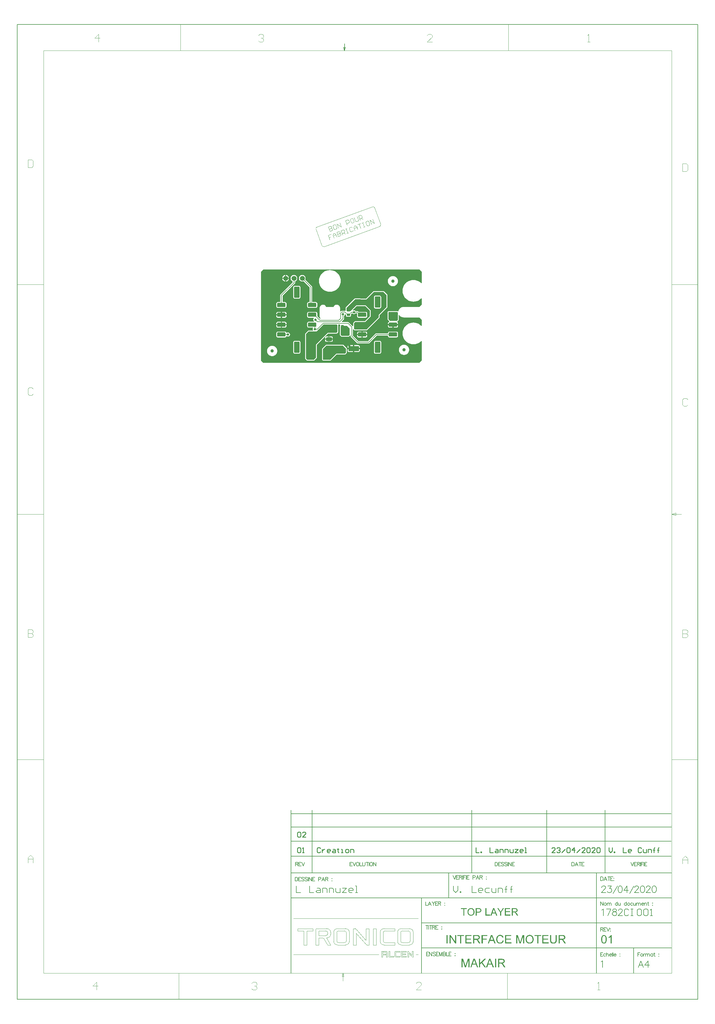
<source format=gtl>
G04*
G04 #@! TF.GenerationSoftware,Altium Limited,Altium Designer,20.0.10 (225)*
G04*
G04 Layer_Physical_Order=1*
G04 Layer_Color=13391121*
%FSLAX44Y44*%
%MOMM*%
G71*
G01*
G75*
%ADD13C,0.1500*%
%ADD14C,0.1016*%
%ADD15C,0.1270*%
%ADD16C,0.2540*%
%ADD17C,0.0127*%
G04:AMPARAMS|DCode=18|XSize=3.3mm|YSize=2.3mm|CornerRadius=0.2875mm|HoleSize=0mm|Usage=FLASHONLY|Rotation=90.000|XOffset=0mm|YOffset=0mm|HoleType=Round|Shape=RoundedRectangle|*
%AMROUNDEDRECTD18*
21,1,3.3000,1.7250,0,0,90.0*
21,1,2.7250,2.3000,0,0,90.0*
1,1,0.5750,0.8625,1.3625*
1,1,0.5750,0.8625,-1.3625*
1,1,0.5750,-0.8625,-1.3625*
1,1,0.5750,-0.8625,1.3625*
%
%ADD18ROUNDEDRECTD18*%
G04:AMPARAMS|DCode=19|XSize=1mm|YSize=0.6mm|CornerRadius=0.075mm|HoleSize=0mm|Usage=FLASHONLY|Rotation=0.000|XOffset=0mm|YOffset=0mm|HoleType=Round|Shape=RoundedRectangle|*
%AMROUNDEDRECTD19*
21,1,1.0000,0.4500,0,0,0.0*
21,1,0.8500,0.6000,0,0,0.0*
1,1,0.1500,0.4250,-0.2250*
1,1,0.1500,-0.4250,-0.2250*
1,1,0.1500,-0.4250,0.2250*
1,1,0.1500,0.4250,0.2250*
%
%ADD19ROUNDEDRECTD19*%
G04:AMPARAMS|DCode=20|XSize=0.8mm|YSize=2.2mm|CornerRadius=0.1mm|HoleSize=0mm|Usage=FLASHONLY|Rotation=180.000|XOffset=0mm|YOffset=0mm|HoleType=Round|Shape=RoundedRectangle|*
%AMROUNDEDRECTD20*
21,1,0.8000,2.0000,0,0,180.0*
21,1,0.6000,2.2000,0,0,180.0*
1,1,0.2000,-0.3000,1.0000*
1,1,0.2000,0.3000,1.0000*
1,1,0.2000,0.3000,-1.0000*
1,1,0.2000,-0.3000,-1.0000*
%
%ADD20ROUNDEDRECTD20*%
G04:AMPARAMS|DCode=21|XSize=3.43mm|YSize=1.65mm|CornerRadius=0.2063mm|HoleSize=0mm|Usage=FLASHONLY|Rotation=270.000|XOffset=0mm|YOffset=0mm|HoleType=Round|Shape=RoundedRectangle|*
%AMROUNDEDRECTD21*
21,1,3.4300,1.2375,0,0,270.0*
21,1,3.0175,1.6500,0,0,270.0*
1,1,0.4125,-0.6188,-1.5088*
1,1,0.4125,-0.6188,1.5088*
1,1,0.4125,0.6188,1.5088*
1,1,0.4125,0.6188,-1.5088*
%
%ADD21ROUNDEDRECTD21*%
G04:AMPARAMS|DCode=22|XSize=1.27mm|YSize=2.54mm|CornerRadius=0.1588mm|HoleSize=0mm|Usage=FLASHONLY|Rotation=270.000|XOffset=0mm|YOffset=0mm|HoleType=Round|Shape=RoundedRectangle|*
%AMROUNDEDRECTD22*
21,1,1.2700,2.2225,0,0,270.0*
21,1,0.9525,2.5400,0,0,270.0*
1,1,0.3175,-1.1113,-0.4763*
1,1,0.3175,-1.1113,0.4763*
1,1,0.3175,1.1113,0.4763*
1,1,0.3175,1.1113,-0.4763*
%
%ADD22ROUNDEDRECTD22*%
G04:AMPARAMS|DCode=23|XSize=3.2mm|YSize=1.6mm|CornerRadius=0.2mm|HoleSize=0mm|Usage=FLASHONLY|Rotation=0.000|XOffset=0mm|YOffset=0mm|HoleType=Round|Shape=RoundedRectangle|*
%AMROUNDEDRECTD23*
21,1,3.2000,1.2000,0,0,0.0*
21,1,2.8000,1.6000,0,0,0.0*
1,1,0.4000,1.4000,-0.6000*
1,1,0.4000,-1.4000,-0.6000*
1,1,0.4000,-1.4000,0.6000*
1,1,0.4000,1.4000,0.6000*
%
%ADD23ROUNDEDRECTD23*%
G04:AMPARAMS|DCode=24|XSize=1.8mm|YSize=1.14mm|CornerRadius=0.1425mm|HoleSize=0mm|Usage=FLASHONLY|Rotation=180.000|XOffset=0mm|YOffset=0mm|HoleType=Round|Shape=RoundedRectangle|*
%AMROUNDEDRECTD24*
21,1,1.8000,0.8550,0,0,180.0*
21,1,1.5150,1.1400,0,0,180.0*
1,1,0.2850,-0.7575,0.4275*
1,1,0.2850,0.7575,0.4275*
1,1,0.2850,0.7575,-0.4275*
1,1,0.2850,-0.7575,-0.4275*
%
%ADD24ROUNDEDRECTD24*%
%ADD36C,1.0000*%
%ADD37C,0.2100*%
%ADD38C,0.3000*%
%ADD39C,1.5000*%
%ADD40C,0.7000*%
G36*
X487888Y289902D02*
X494902Y282889D01*
Y248823D01*
X493495Y248303D01*
X493407Y248407D01*
X489457Y251780D01*
X485028Y254494D01*
X480229Y256482D01*
X475178Y257694D01*
X470000Y258102D01*
X464822Y257694D01*
X459771Y256482D01*
X454972Y254494D01*
X450543Y251780D01*
X446593Y248407D01*
X443220Y244457D01*
X440506Y240028D01*
X438518Y235229D01*
X437305Y230178D01*
X436898Y225000D01*
X437305Y219822D01*
X438518Y214771D01*
X440506Y209972D01*
X443220Y205543D01*
X446593Y201593D01*
X450543Y198220D01*
X454972Y195506D01*
X459771Y193518D01*
X464822Y192306D01*
X470000Y191898D01*
X475178Y192306D01*
X480229Y193518D01*
X485028Y195506D01*
X489457Y198220D01*
X493407Y201593D01*
X493495Y201697D01*
X494902Y201177D01*
Y183112D01*
X487888Y176098D01*
X440000D01*
X439834Y176065D01*
X439667Y176087D01*
X438231Y175993D01*
X437746Y175863D01*
X437245Y175830D01*
X434471Y175087D01*
X433873Y174792D01*
X433242Y174578D01*
X430755Y173142D01*
X430253Y172702D01*
X429699Y172332D01*
X427668Y170301D01*
X427298Y169746D01*
X426858Y169245D01*
X425423Y166758D01*
X425208Y166127D01*
X424913Y165529D01*
X424170Y162755D01*
X422646Y162228D01*
X422625Y162230D01*
X422303Y162553D01*
X421476Y163105D01*
X420500Y163299D01*
X394500Y163299D01*
X393524Y163105D01*
X392697Y162552D01*
X391538Y161392D01*
X390985Y160565D01*
X390791Y159590D01*
X390791Y138410D01*
X390985Y137434D01*
X390985Y137434D01*
X390985Y137434D01*
X391263Y137018D01*
X391538Y136607D01*
X391538Y136607D01*
X391538Y136607D01*
X396019Y132126D01*
X395957Y131337D01*
X395634Y130520D01*
X394843Y130363D01*
X393491Y129459D01*
X392587Y128107D01*
X392270Y126512D01*
Y124050D01*
X407550D01*
X422830D01*
Y126512D01*
X422513Y128107D01*
X421609Y129459D01*
X420632Y130113D01*
X420507Y131441D01*
X420591Y131807D01*
X420802Y131948D01*
X424052Y135197D01*
X424605Y136025D01*
X424799Y137000D01*
X424799Y151321D01*
X426299Y151723D01*
X426858Y150755D01*
X427298Y150253D01*
X427668Y149699D01*
X429699Y147668D01*
X430253Y147298D01*
X430755Y146858D01*
X433242Y145422D01*
X433873Y145208D01*
X434471Y144913D01*
X437245Y144170D01*
X437746Y144137D01*
X438231Y144007D01*
X439667Y143913D01*
X439834Y143935D01*
X440000Y143902D01*
X487888D01*
X494902Y136888D01*
Y118823D01*
X493495Y118303D01*
X493407Y118407D01*
X489457Y121780D01*
X485028Y124494D01*
X480229Y126482D01*
X475178Y127695D01*
X470000Y128102D01*
X464822Y127695D01*
X459771Y126482D01*
X454972Y124494D01*
X450543Y121780D01*
X446593Y118407D01*
X443220Y114457D01*
X440506Y110028D01*
X438518Y105229D01*
X437305Y100178D01*
X436898Y95000D01*
X437305Y89822D01*
X438518Y84771D01*
X440506Y79972D01*
X443220Y75543D01*
X446593Y71593D01*
X450543Y68220D01*
X454972Y65506D01*
X459771Y63518D01*
X464822Y62305D01*
X470000Y61898D01*
X475178Y62305D01*
X480229Y63518D01*
X485028Y65506D01*
X489457Y68220D01*
X493407Y71593D01*
X493495Y71697D01*
X494902Y71177D01*
Y12112D01*
X487888Y5098D01*
X12112D01*
X5098Y12112D01*
Y282888D01*
X12112Y289902D01*
X487888Y289902D01*
D02*
G37*
G36*
X422250Y159000D02*
X422250Y137000D01*
X419000Y133750D01*
X398000Y133750D01*
X393340Y138410D01*
X393340Y159590D01*
X394500Y160750D01*
X420500Y160750D01*
X422250Y159000D01*
D02*
G37*
G36*
X737101Y-1669511D02*
Y-1679000D01*
X734121D01*
Y-1669511D01*
X725474Y-1656590D01*
X729069D01*
X733473Y-1663390D01*
Y-1663423D01*
X733538Y-1663488D01*
X733603Y-1663585D01*
X733668Y-1663714D01*
X733797Y-1663876D01*
X733927Y-1664070D01*
X734218Y-1664556D01*
X734575Y-1665139D01*
X734963Y-1665787D01*
X735384Y-1666467D01*
X735773Y-1667180D01*
Y-1667147D01*
X735805Y-1667082D01*
X735870Y-1666985D01*
X735967Y-1666856D01*
X736064Y-1666694D01*
X736194Y-1666499D01*
X736485Y-1666014D01*
X736842Y-1665431D01*
X737262Y-1664751D01*
X737748Y-1664006D01*
X738266Y-1663196D01*
X742574Y-1656590D01*
X746039D01*
X737101Y-1669511D01*
D02*
G37*
G36*
X780302Y-1656622D02*
X780594D01*
X781274Y-1656654D01*
X781986Y-1656752D01*
X782763Y-1656849D01*
X783476Y-1657011D01*
X783832Y-1657108D01*
X784124Y-1657205D01*
X784156D01*
X784188Y-1657237D01*
X784383Y-1657334D01*
X784674Y-1657464D01*
X785030Y-1657691D01*
X785419Y-1657982D01*
X785840Y-1658371D01*
X786229Y-1658824D01*
X786617Y-1659342D01*
Y-1659375D01*
X786650Y-1659407D01*
X786779Y-1659601D01*
X786909Y-1659925D01*
X787103Y-1660346D01*
X787265Y-1660832D01*
X787427Y-1661415D01*
X787524Y-1662030D01*
X787556Y-1662710D01*
Y-1662743D01*
Y-1662807D01*
Y-1662937D01*
X787524Y-1663099D01*
Y-1663326D01*
X787492Y-1663552D01*
X787362Y-1664103D01*
X787168Y-1664751D01*
X786909Y-1665431D01*
X786520Y-1666111D01*
X786261Y-1666435D01*
X786002Y-1666759D01*
X785969Y-1666791D01*
X785937Y-1666823D01*
X785840Y-1666920D01*
X785710Y-1667018D01*
X785548Y-1667147D01*
X785354Y-1667277D01*
X785095Y-1667439D01*
X784836Y-1667633D01*
X784512Y-1667795D01*
X784156Y-1667957D01*
X783767Y-1668151D01*
X783346Y-1668313D01*
X782860Y-1668443D01*
X782375Y-1668604D01*
X781824Y-1668702D01*
X781241Y-1668799D01*
X781306Y-1668831D01*
X781436Y-1668896D01*
X781630Y-1669025D01*
X781889Y-1669155D01*
X782472Y-1669511D01*
X782763Y-1669738D01*
X783023Y-1669932D01*
X783087Y-1669997D01*
X783249Y-1670159D01*
X783508Y-1670418D01*
X783832Y-1670742D01*
X784188Y-1671195D01*
X784609Y-1671681D01*
X785030Y-1672264D01*
X785484Y-1672912D01*
X789337Y-1679000D01*
X785646D01*
X782699Y-1674337D01*
Y-1674304D01*
X782634Y-1674239D01*
X782569Y-1674142D01*
X782472Y-1674013D01*
X782245Y-1673656D01*
X781954Y-1673203D01*
X781598Y-1672717D01*
X781241Y-1672199D01*
X780885Y-1671713D01*
X780561Y-1671260D01*
X780529Y-1671228D01*
X780432Y-1671098D01*
X780270Y-1670904D01*
X780043Y-1670677D01*
X779557Y-1670191D01*
X779298Y-1669965D01*
X779039Y-1669770D01*
X779007Y-1669738D01*
X778942Y-1669706D01*
X778812Y-1669641D01*
X778618Y-1669544D01*
X778424Y-1669446D01*
X778197Y-1669349D01*
X777679Y-1669187D01*
X777647D01*
X777582Y-1669155D01*
X777452D01*
X777290Y-1669123D01*
X777064Y-1669090D01*
X776805D01*
X776448Y-1669058D01*
X772627D01*
Y-1679000D01*
X769648D01*
Y-1656590D01*
X780043D01*
X780302Y-1656622D01*
D02*
G37*
G36*
X764984Y-1659245D02*
X751739D01*
Y-1666078D01*
X764142D01*
Y-1668734D01*
X751739D01*
Y-1676344D01*
X765502D01*
Y-1679000D01*
X748759D01*
Y-1656590D01*
X764984D01*
Y-1659245D01*
D02*
G37*
G36*
X725442Y-1679000D02*
X722074D01*
X719451Y-1672199D01*
X710059D01*
X707630Y-1679000D01*
X704489D01*
X713038Y-1656590D01*
X716277D01*
X725442Y-1679000D01*
D02*
G37*
G36*
X692377Y-1676344D02*
X703420D01*
Y-1679000D01*
X689397D01*
Y-1656590D01*
X692377D01*
Y-1676344D01*
D02*
G37*
G36*
X669610Y-1656622D02*
X670161Y-1656654D01*
X670744Y-1656687D01*
X671294Y-1656752D01*
X671780Y-1656816D01*
X671845D01*
X672072Y-1656881D01*
X672363Y-1656946D01*
X672751Y-1657043D01*
X673173Y-1657205D01*
X673626Y-1657399D01*
X674112Y-1657626D01*
X674533Y-1657885D01*
X674597Y-1657917D01*
X674727Y-1658015D01*
X674921Y-1658209D01*
X675180Y-1658436D01*
X675472Y-1658727D01*
X675763Y-1659116D01*
X676087Y-1659537D01*
X676346Y-1660022D01*
X676379Y-1660087D01*
X676443Y-1660249D01*
X676573Y-1660540D01*
X676702Y-1660929D01*
X676800Y-1661383D01*
X676929Y-1661901D01*
X676994Y-1662484D01*
X677026Y-1663099D01*
Y-1663131D01*
Y-1663228D01*
Y-1663358D01*
X676994Y-1663585D01*
X676962Y-1663811D01*
X676929Y-1664103D01*
X676864Y-1664427D01*
X676800Y-1664783D01*
X676573Y-1665528D01*
X676443Y-1665916D01*
X676249Y-1666337D01*
X676022Y-1666759D01*
X675796Y-1667147D01*
X675504Y-1667536D01*
X675180Y-1667924D01*
X675148Y-1667957D01*
X675083Y-1668022D01*
X674986Y-1668119D01*
X674824Y-1668216D01*
X674630Y-1668378D01*
X674371Y-1668540D01*
X674047Y-1668734D01*
X673691Y-1668896D01*
X673270Y-1669090D01*
X672784Y-1669285D01*
X672266Y-1669446D01*
X671650Y-1669576D01*
X671003Y-1669706D01*
X670290Y-1669803D01*
X669481Y-1669867D01*
X668639Y-1669900D01*
X662906D01*
Y-1679000D01*
X659927D01*
Y-1656590D01*
X669124D01*
X669610Y-1656622D01*
D02*
G37*
G36*
X632497Y-1659245D02*
X625113D01*
Y-1679000D01*
X622134D01*
Y-1659245D01*
X614750D01*
Y-1656590D01*
X632497D01*
Y-1659245D01*
D02*
G37*
G36*
X645904Y-1656233D02*
X646196D01*
X646487Y-1656266D01*
X646876Y-1656331D01*
X647264Y-1656395D01*
X648107Y-1656557D01*
X649078Y-1656816D01*
X650017Y-1657205D01*
X650503Y-1657432D01*
X650989Y-1657691D01*
X651021Y-1657723D01*
X651086Y-1657755D01*
X651216Y-1657853D01*
X651410Y-1657950D01*
X651604Y-1658112D01*
X651863Y-1658306D01*
X652414Y-1658759D01*
X652997Y-1659342D01*
X653644Y-1660055D01*
X654260Y-1660897D01*
X654778Y-1661836D01*
Y-1661868D01*
X654843Y-1661965D01*
X654907Y-1662095D01*
X654972Y-1662289D01*
X655102Y-1662548D01*
X655199Y-1662840D01*
X655328Y-1663196D01*
X655458Y-1663585D01*
X655555Y-1664006D01*
X655685Y-1664459D01*
X655814Y-1664977D01*
X655911Y-1665495D01*
X656041Y-1666629D01*
X656106Y-1667860D01*
Y-1667892D01*
Y-1668022D01*
Y-1668183D01*
X656073Y-1668443D01*
Y-1668734D01*
X656041Y-1669090D01*
X655976Y-1669479D01*
X655944Y-1669900D01*
X655782Y-1670839D01*
X655523Y-1671875D01*
X655166Y-1672912D01*
X654972Y-1673430D01*
X654713Y-1673948D01*
Y-1673980D01*
X654648Y-1674077D01*
X654584Y-1674207D01*
X654454Y-1674401D01*
X654324Y-1674628D01*
X654163Y-1674855D01*
X653709Y-1675470D01*
X653159Y-1676118D01*
X652511Y-1676798D01*
X651734Y-1677446D01*
X650827Y-1678028D01*
X650795D01*
X650730Y-1678093D01*
X650568Y-1678158D01*
X650374Y-1678255D01*
X650147Y-1678352D01*
X649888Y-1678449D01*
X649564Y-1678579D01*
X649208Y-1678708D01*
X648819Y-1678838D01*
X648398Y-1678968D01*
X647459Y-1679162D01*
X646455Y-1679324D01*
X645386Y-1679389D01*
X645062D01*
X644868Y-1679356D01*
X644577D01*
X644253Y-1679292D01*
X643896Y-1679259D01*
X643475Y-1679194D01*
X642601Y-1679000D01*
X641662Y-1678741D01*
X640690Y-1678352D01*
X640205Y-1678126D01*
X639719Y-1677867D01*
X639687Y-1677834D01*
X639622Y-1677802D01*
X639492Y-1677705D01*
X639298Y-1677575D01*
X639104Y-1677446D01*
X638877Y-1677251D01*
X638326Y-1676765D01*
X637711Y-1676183D01*
X637063Y-1675470D01*
X636480Y-1674660D01*
X635930Y-1673721D01*
Y-1673689D01*
X635865Y-1673592D01*
X635800Y-1673462D01*
X635736Y-1673268D01*
X635638Y-1673009D01*
X635541Y-1672717D01*
X635412Y-1672393D01*
X635314Y-1672037D01*
X635185Y-1671616D01*
X635055Y-1671195D01*
X634861Y-1670224D01*
X634731Y-1669220D01*
X634667Y-1668119D01*
Y-1668086D01*
Y-1668054D01*
Y-1667860D01*
X634699Y-1667568D01*
Y-1667180D01*
X634764Y-1666726D01*
X634829Y-1666176D01*
X634926Y-1665560D01*
X635055Y-1664913D01*
X635185Y-1664232D01*
X635379Y-1663520D01*
X635638Y-1662807D01*
X635930Y-1662063D01*
X636254Y-1661350D01*
X636675Y-1660638D01*
X637128Y-1659990D01*
X637646Y-1659375D01*
X637679Y-1659342D01*
X637776Y-1659245D01*
X637970Y-1659083D01*
X638197Y-1658889D01*
X638488Y-1658630D01*
X638844Y-1658371D01*
X639265Y-1658079D01*
X639751Y-1657788D01*
X640269Y-1657496D01*
X640852Y-1657205D01*
X641500Y-1656946D01*
X642180Y-1656687D01*
X642925Y-1656492D01*
X643702Y-1656331D01*
X644512Y-1656233D01*
X645386Y-1656201D01*
X645678D01*
X645904Y-1656233D01*
D02*
G37*
G36*
X735103Y-1737966D02*
X735437Y-1738003D01*
X735844Y-1738040D01*
X736251Y-1738077D01*
X736733Y-1738188D01*
X737733Y-1738410D01*
X738844Y-1738743D01*
X739399Y-1738966D01*
X739918Y-1739225D01*
X740436Y-1739558D01*
X740955Y-1739891D01*
X740992Y-1739928D01*
X741066Y-1739966D01*
X741214Y-1740077D01*
X741399Y-1740262D01*
X741584Y-1740447D01*
X741843Y-1740706D01*
X742103Y-1741002D01*
X742399Y-1741299D01*
X742695Y-1741669D01*
X742991Y-1742113D01*
X743325Y-1742558D01*
X743621Y-1743039D01*
X743880Y-1743595D01*
X744176Y-1744150D01*
X744399Y-1744743D01*
X744621Y-1745409D01*
X741288Y-1746187D01*
Y-1746150D01*
X741251Y-1746076D01*
X741177Y-1745928D01*
X741103Y-1745743D01*
X741029Y-1745520D01*
X740918Y-1745224D01*
X740621Y-1744632D01*
X740251Y-1743965D01*
X739807Y-1743298D01*
X739251Y-1742669D01*
X738659Y-1742113D01*
X738585Y-1742039D01*
X738362Y-1741891D01*
X737992Y-1741706D01*
X737511Y-1741447D01*
X736881Y-1741225D01*
X736177Y-1741002D01*
X735325Y-1740854D01*
X734400Y-1740817D01*
X734103D01*
X733918Y-1740854D01*
X733659D01*
X733363Y-1740891D01*
X732659Y-1741002D01*
X731881Y-1741151D01*
X731067Y-1741410D01*
X730215Y-1741780D01*
X729437Y-1742262D01*
X729400D01*
X729363Y-1742336D01*
X729104Y-1742521D01*
X728771Y-1742817D01*
X728363Y-1743261D01*
X727882Y-1743817D01*
X727438Y-1744447D01*
X727030Y-1745224D01*
X726660Y-1746076D01*
Y-1746113D01*
X726623Y-1746187D01*
X726586Y-1746298D01*
X726549Y-1746483D01*
X726475Y-1746705D01*
X726401Y-1746965D01*
X726289Y-1747594D01*
X726141Y-1748335D01*
X725993Y-1749150D01*
X725919Y-1750038D01*
X725882Y-1751001D01*
Y-1751038D01*
Y-1751149D01*
Y-1751335D01*
Y-1751557D01*
X725919Y-1751816D01*
Y-1752149D01*
X725956Y-1752520D01*
X725993Y-1752927D01*
X726104Y-1753816D01*
X726289Y-1754779D01*
X726512Y-1755742D01*
X726808Y-1756705D01*
Y-1756741D01*
X726845Y-1756816D01*
X726919Y-1756927D01*
X726993Y-1757112D01*
X727215Y-1757556D01*
X727549Y-1758075D01*
X727956Y-1758667D01*
X728474Y-1759297D01*
X729067Y-1759852D01*
X729771Y-1760371D01*
X729808D01*
X729882Y-1760408D01*
X729993Y-1760482D01*
X730141Y-1760556D01*
X730326Y-1760630D01*
X730548Y-1760741D01*
X731067Y-1760963D01*
X731733Y-1761185D01*
X732474Y-1761371D01*
X733289Y-1761519D01*
X734140Y-1761556D01*
X734400D01*
X734622Y-1761519D01*
X734881D01*
X735140Y-1761482D01*
X735807Y-1761334D01*
X736585Y-1761148D01*
X737362Y-1760852D01*
X738177Y-1760445D01*
X738585Y-1760223D01*
X738955Y-1759926D01*
X738992Y-1759889D01*
X739029Y-1759852D01*
X739140Y-1759741D01*
X739288Y-1759630D01*
X739436Y-1759445D01*
X739621Y-1759223D01*
X739844Y-1759001D01*
X740029Y-1758704D01*
X740251Y-1758371D01*
X740510Y-1758001D01*
X740732Y-1757630D01*
X740955Y-1757186D01*
X741140Y-1756705D01*
X741325Y-1756186D01*
X741510Y-1755630D01*
X741658Y-1755038D01*
X745065Y-1755890D01*
Y-1755927D01*
X745028Y-1756075D01*
X744954Y-1756297D01*
X744843Y-1756593D01*
X744732Y-1756927D01*
X744584Y-1757334D01*
X744399Y-1757778D01*
X744176Y-1758260D01*
X743658Y-1759297D01*
X742991Y-1760334D01*
X742584Y-1760852D01*
X742177Y-1761371D01*
X741732Y-1761815D01*
X741214Y-1762259D01*
X741177Y-1762296D01*
X741103Y-1762370D01*
X740918Y-1762445D01*
X740732Y-1762593D01*
X740436Y-1762778D01*
X740140Y-1762963D01*
X739733Y-1763148D01*
X739325Y-1763333D01*
X738844Y-1763556D01*
X738325Y-1763741D01*
X737770Y-1763926D01*
X737177Y-1764111D01*
X736548Y-1764259D01*
X735881Y-1764333D01*
X735177Y-1764407D01*
X734437Y-1764444D01*
X734029D01*
X733733Y-1764407D01*
X733400D01*
X732992Y-1764370D01*
X732548Y-1764296D01*
X732030Y-1764222D01*
X730956Y-1764037D01*
X729845Y-1763741D01*
X728734Y-1763333D01*
X728215Y-1763074D01*
X727697Y-1762778D01*
X727660Y-1762741D01*
X727586Y-1762704D01*
X727438Y-1762593D01*
X727289Y-1762445D01*
X727067Y-1762296D01*
X726808Y-1762074D01*
X726512Y-1761815D01*
X726215Y-1761519D01*
X725919Y-1761185D01*
X725586Y-1760852D01*
X724919Y-1760000D01*
X724290Y-1759001D01*
X723734Y-1757890D01*
Y-1757852D01*
X723660Y-1757741D01*
X723623Y-1757556D01*
X723512Y-1757334D01*
X723438Y-1757038D01*
X723327Y-1756667D01*
X723179Y-1756260D01*
X723067Y-1755816D01*
X722956Y-1755334D01*
X722808Y-1754779D01*
X722623Y-1753631D01*
X722475Y-1752334D01*
X722401Y-1751001D01*
Y-1750964D01*
Y-1750816D01*
Y-1750594D01*
X722438Y-1750335D01*
Y-1749964D01*
X722475Y-1749594D01*
X722512Y-1749113D01*
X722586Y-1748631D01*
X722771Y-1747557D01*
X723030Y-1746372D01*
X723401Y-1745187D01*
X723919Y-1744039D01*
X723956Y-1744002D01*
X723993Y-1743891D01*
X724067Y-1743743D01*
X724216Y-1743558D01*
X724364Y-1743298D01*
X724549Y-1743002D01*
X725030Y-1742336D01*
X725660Y-1741595D01*
X726401Y-1740854D01*
X727252Y-1740114D01*
X728252Y-1739484D01*
X728289Y-1739447D01*
X728400Y-1739410D01*
X728549Y-1739336D01*
X728734Y-1739225D01*
X729030Y-1739114D01*
X729326Y-1739003D01*
X729697Y-1738855D01*
X730104Y-1738706D01*
X730548Y-1738558D01*
X731030Y-1738410D01*
X732067Y-1738188D01*
X733252Y-1738003D01*
X734474Y-1737929D01*
X734844D01*
X735103Y-1737966D01*
D02*
G37*
G36*
X600303Y-1764000D02*
X596784D01*
X583378Y-1743891D01*
Y-1764000D01*
X580119D01*
Y-1738373D01*
X583601D01*
X597044Y-1758519D01*
Y-1738373D01*
X600303D01*
Y-1764000D01*
D02*
G37*
G36*
X807429D02*
X804170D01*
Y-1742558D01*
X796690Y-1764000D01*
X793653D01*
X786246Y-1742187D01*
Y-1764000D01*
X782987D01*
Y-1738373D01*
X788061D01*
X794134Y-1756556D01*
Y-1756593D01*
X794171Y-1756667D01*
X794208Y-1756779D01*
X794282Y-1756964D01*
X794430Y-1757408D01*
X794616Y-1757964D01*
X794801Y-1758593D01*
X795023Y-1759223D01*
X795208Y-1759815D01*
X795356Y-1760334D01*
X795393Y-1760260D01*
X795430Y-1760074D01*
X795542Y-1759741D01*
X795690Y-1759297D01*
X795875Y-1758704D01*
X796134Y-1758001D01*
X796393Y-1757186D01*
X796727Y-1756223D01*
X802874Y-1738373D01*
X807429D01*
Y-1764000D01*
D02*
G37*
G36*
X906752Y-1753186D02*
Y-1753223D01*
Y-1753371D01*
Y-1753557D01*
Y-1753816D01*
X906715Y-1754149D01*
Y-1754520D01*
X906678Y-1754964D01*
X906641Y-1755408D01*
X906530Y-1756408D01*
X906382Y-1757445D01*
X906160Y-1758445D01*
X906012Y-1758927D01*
X905863Y-1759371D01*
Y-1759408D01*
X905826Y-1759482D01*
X905752Y-1759593D01*
X905678Y-1759741D01*
X905456Y-1760148D01*
X905123Y-1760667D01*
X904678Y-1761259D01*
X904160Y-1761852D01*
X903493Y-1762482D01*
X902679Y-1763037D01*
X902642D01*
X902568Y-1763111D01*
X902456Y-1763148D01*
X902271Y-1763259D01*
X902049Y-1763370D01*
X901753Y-1763481D01*
X901457Y-1763593D01*
X901086Y-1763741D01*
X900679Y-1763889D01*
X900234Y-1764000D01*
X899753Y-1764111D01*
X899197Y-1764222D01*
X898642Y-1764296D01*
X898049Y-1764370D01*
X896716Y-1764444D01*
X896383D01*
X896124Y-1764407D01*
X895827D01*
X895457Y-1764370D01*
X895050Y-1764333D01*
X894642Y-1764296D01*
X893717Y-1764148D01*
X892717Y-1763926D01*
X891754Y-1763630D01*
X890828Y-1763222D01*
X890791D01*
X890717Y-1763148D01*
X890606Y-1763074D01*
X890458Y-1763000D01*
X890050Y-1762704D01*
X889569Y-1762296D01*
X889013Y-1761778D01*
X888495Y-1761185D01*
X887976Y-1760445D01*
X887569Y-1759630D01*
Y-1759593D01*
X887532Y-1759519D01*
X887495Y-1759371D01*
X887421Y-1759186D01*
X887347Y-1758963D01*
X887273Y-1758667D01*
X887162Y-1758334D01*
X887088Y-1757927D01*
X887013Y-1757482D01*
X886902Y-1757001D01*
X886828Y-1756482D01*
X886754Y-1755927D01*
X886680Y-1755297D01*
X886643Y-1754631D01*
X886606Y-1753927D01*
Y-1753186D01*
Y-1738373D01*
X890013D01*
Y-1753186D01*
Y-1753223D01*
Y-1753334D01*
Y-1753520D01*
Y-1753742D01*
X890050Y-1754001D01*
Y-1754334D01*
X890087Y-1755038D01*
X890161Y-1755853D01*
X890272Y-1756667D01*
X890421Y-1757445D01*
X890495Y-1757778D01*
X890606Y-1758112D01*
X890643Y-1758186D01*
X890717Y-1758371D01*
X890902Y-1758630D01*
X891124Y-1759001D01*
X891383Y-1759371D01*
X891754Y-1759778D01*
X892198Y-1760186D01*
X892717Y-1760519D01*
X892791Y-1760556D01*
X892976Y-1760667D01*
X893309Y-1760778D01*
X893754Y-1760926D01*
X894272Y-1761111D01*
X894939Y-1761223D01*
X895642Y-1761334D01*
X896420Y-1761371D01*
X896790D01*
X897012Y-1761334D01*
X897346D01*
X897679Y-1761297D01*
X898494Y-1761148D01*
X899383Y-1760963D01*
X900234Y-1760667D01*
X901049Y-1760260D01*
X901419Y-1760000D01*
X901753Y-1759704D01*
X901790Y-1759667D01*
X901827Y-1759630D01*
X901901Y-1759519D01*
X902012Y-1759371D01*
X902123Y-1759149D01*
X902271Y-1758927D01*
X902419Y-1758593D01*
X902568Y-1758260D01*
X902716Y-1757852D01*
X902827Y-1757371D01*
X902975Y-1756816D01*
X903086Y-1756223D01*
X903197Y-1755556D01*
X903271Y-1754853D01*
X903345Y-1754038D01*
Y-1753186D01*
Y-1738373D01*
X906752D01*
Y-1753186D01*
D02*
G37*
G36*
X1074174Y-1764000D02*
X1071027D01*
Y-1743965D01*
X1070990Y-1744002D01*
X1070805Y-1744150D01*
X1070582Y-1744372D01*
X1070212Y-1744632D01*
X1069805Y-1744965D01*
X1069286Y-1745335D01*
X1068694Y-1745743D01*
X1068027Y-1746150D01*
X1067990D01*
X1067953Y-1746187D01*
X1067731Y-1746335D01*
X1067360Y-1746520D01*
X1066916Y-1746743D01*
X1066397Y-1747002D01*
X1065842Y-1747261D01*
X1065286Y-1747520D01*
X1064731Y-1747742D01*
Y-1744706D01*
X1064768D01*
X1064842Y-1744632D01*
X1064990Y-1744595D01*
X1065175Y-1744483D01*
X1065398Y-1744372D01*
X1065657Y-1744224D01*
X1066286Y-1743854D01*
X1067027Y-1743447D01*
X1067768Y-1742928D01*
X1068545Y-1742336D01*
X1069323Y-1741706D01*
X1069360Y-1741669D01*
X1069397Y-1741632D01*
X1069508Y-1741521D01*
X1069656Y-1741410D01*
X1069990Y-1741039D01*
X1070434Y-1740595D01*
X1070879Y-1740077D01*
X1071360Y-1739484D01*
X1071767Y-1738891D01*
X1072138Y-1738262D01*
X1074174D01*
Y-1764000D01*
D02*
G37*
G36*
X924639Y-1738410D02*
X924973D01*
X925750Y-1738447D01*
X926565Y-1738558D01*
X927454Y-1738669D01*
X928269Y-1738855D01*
X928676Y-1738966D01*
X929009Y-1739077D01*
X929046D01*
X929083Y-1739114D01*
X929305Y-1739225D01*
X929639Y-1739373D01*
X930046Y-1739632D01*
X930490Y-1739966D01*
X930972Y-1740410D01*
X931416Y-1740928D01*
X931861Y-1741521D01*
Y-1741558D01*
X931898Y-1741595D01*
X932046Y-1741817D01*
X932194Y-1742187D01*
X932416Y-1742669D01*
X932601Y-1743224D01*
X932787Y-1743891D01*
X932898Y-1744595D01*
X932935Y-1745372D01*
Y-1745409D01*
Y-1745483D01*
Y-1745632D01*
X932898Y-1745817D01*
Y-1746076D01*
X932861Y-1746335D01*
X932712Y-1746965D01*
X932490Y-1747705D01*
X932194Y-1748483D01*
X931750Y-1749261D01*
X931453Y-1749631D01*
X931157Y-1750002D01*
X931120Y-1750038D01*
X931083Y-1750076D01*
X930972Y-1750187D01*
X930824Y-1750298D01*
X930639Y-1750446D01*
X930416Y-1750594D01*
X930120Y-1750779D01*
X929824Y-1751001D01*
X929454Y-1751187D01*
X929046Y-1751372D01*
X928602Y-1751594D01*
X928120Y-1751779D01*
X927565Y-1751927D01*
X927009Y-1752112D01*
X926380Y-1752223D01*
X925713Y-1752334D01*
X925787Y-1752372D01*
X925935Y-1752446D01*
X926158Y-1752594D01*
X926454Y-1752742D01*
X927121Y-1753149D01*
X927454Y-1753409D01*
X927750Y-1753631D01*
X927824Y-1753705D01*
X928009Y-1753890D01*
X928306Y-1754186D01*
X928676Y-1754556D01*
X929083Y-1755075D01*
X929565Y-1755630D01*
X930046Y-1756297D01*
X930565Y-1757038D01*
X934971Y-1764000D01*
X930750D01*
X927380Y-1758667D01*
Y-1758630D01*
X927306Y-1758556D01*
X927232Y-1758445D01*
X927121Y-1758297D01*
X926861Y-1757890D01*
X926528Y-1757371D01*
X926121Y-1756816D01*
X925713Y-1756223D01*
X925306Y-1755668D01*
X924936Y-1755149D01*
X924899Y-1755112D01*
X924787Y-1754964D01*
X924602Y-1754742D01*
X924343Y-1754483D01*
X923788Y-1753927D01*
X923491Y-1753668D01*
X923195Y-1753445D01*
X923158Y-1753409D01*
X923084Y-1753371D01*
X922936Y-1753297D01*
X922713Y-1753186D01*
X922491Y-1753075D01*
X922232Y-1752964D01*
X921640Y-1752779D01*
X921602D01*
X921528Y-1752742D01*
X921380D01*
X921195Y-1752705D01*
X920936Y-1752668D01*
X920640D01*
X920232Y-1752631D01*
X915862D01*
Y-1764000D01*
X912455D01*
Y-1738373D01*
X924343D01*
X924639Y-1738410D01*
D02*
G37*
G36*
X881273Y-1741410D02*
X866127D01*
Y-1749224D01*
X880311D01*
Y-1752260D01*
X866127D01*
Y-1760963D01*
X881866D01*
Y-1764000D01*
X862720D01*
Y-1738373D01*
X881273D01*
Y-1741410D01*
D02*
G37*
G36*
X859165D02*
X850721D01*
Y-1764000D01*
X847314D01*
Y-1741410D01*
X838870D01*
Y-1738373D01*
X859165D01*
Y-1741410D01*
D02*
G37*
G36*
X767841D02*
X752694D01*
Y-1749224D01*
X766878D01*
Y-1752260D01*
X752694D01*
Y-1760963D01*
X768433D01*
Y-1764000D01*
X749287D01*
Y-1738373D01*
X767841D01*
Y-1741410D01*
D02*
G37*
G36*
X720660Y-1764000D02*
X716809D01*
X713809Y-1756223D01*
X703070D01*
X700292Y-1764000D01*
X696700D01*
X706477Y-1738373D01*
X710180D01*
X720660Y-1764000D01*
D02*
G37*
G36*
X695107Y-1741410D02*
X681183D01*
Y-1749335D01*
X693219D01*
Y-1752372D01*
X681183D01*
Y-1764000D01*
X677776D01*
Y-1738373D01*
X695107D01*
Y-1741410D01*
D02*
G37*
G36*
X664000Y-1738410D02*
X664333D01*
X665111Y-1738447D01*
X665925Y-1738558D01*
X666814Y-1738669D01*
X667629Y-1738855D01*
X668036Y-1738966D01*
X668370Y-1739077D01*
X668407D01*
X668444Y-1739114D01*
X668666Y-1739225D01*
X668999Y-1739373D01*
X669406Y-1739632D01*
X669851Y-1739966D01*
X670332Y-1740410D01*
X670777Y-1740928D01*
X671221Y-1741521D01*
Y-1741558D01*
X671258Y-1741595D01*
X671406Y-1741817D01*
X671554Y-1742187D01*
X671777Y-1742669D01*
X671962Y-1743224D01*
X672147Y-1743891D01*
X672258Y-1744595D01*
X672295Y-1745372D01*
Y-1745409D01*
Y-1745483D01*
Y-1745632D01*
X672258Y-1745817D01*
Y-1746076D01*
X672221Y-1746335D01*
X672073Y-1746965D01*
X671851Y-1747705D01*
X671554Y-1748483D01*
X671110Y-1749261D01*
X670814Y-1749631D01*
X670517Y-1750002D01*
X670480Y-1750038D01*
X670443Y-1750076D01*
X670332Y-1750187D01*
X670184Y-1750298D01*
X669999Y-1750446D01*
X669777Y-1750594D01*
X669481Y-1750779D01*
X669184Y-1751001D01*
X668814Y-1751187D01*
X668407Y-1751372D01*
X667962Y-1751594D01*
X667481Y-1751779D01*
X666925Y-1751927D01*
X666370Y-1752112D01*
X665740Y-1752223D01*
X665073Y-1752334D01*
X665148Y-1752372D01*
X665296Y-1752446D01*
X665518Y-1752594D01*
X665814Y-1752742D01*
X666481Y-1753149D01*
X666814Y-1753409D01*
X667110Y-1753631D01*
X667184Y-1753705D01*
X667370Y-1753890D01*
X667666Y-1754186D01*
X668036Y-1754556D01*
X668444Y-1755075D01*
X668925Y-1755630D01*
X669406Y-1756297D01*
X669925Y-1757038D01*
X674332Y-1764000D01*
X670110D01*
X666740Y-1758667D01*
Y-1758630D01*
X666666Y-1758556D01*
X666592Y-1758445D01*
X666481Y-1758297D01*
X666222Y-1757890D01*
X665888Y-1757371D01*
X665481Y-1756816D01*
X665073Y-1756223D01*
X664666Y-1755668D01*
X664296Y-1755149D01*
X664259Y-1755112D01*
X664148Y-1754964D01*
X663963Y-1754742D01*
X663703Y-1754483D01*
X663148Y-1753927D01*
X662852Y-1753668D01*
X662555Y-1753445D01*
X662518Y-1753409D01*
X662444Y-1753371D01*
X662296Y-1753297D01*
X662074Y-1753186D01*
X661852Y-1753075D01*
X661592Y-1752964D01*
X661000Y-1752779D01*
X660963D01*
X660889Y-1752742D01*
X660741D01*
X660555Y-1752705D01*
X660296Y-1752668D01*
X660000D01*
X659593Y-1752631D01*
X655223D01*
Y-1764000D01*
X651816D01*
Y-1738373D01*
X663703D01*
X664000Y-1738410D01*
D02*
G37*
G36*
X646483Y-1741410D02*
X631336D01*
Y-1749224D01*
X645520D01*
Y-1752260D01*
X631336D01*
Y-1760963D01*
X647075D01*
Y-1764000D01*
X627929D01*
Y-1738373D01*
X646483D01*
Y-1741410D01*
D02*
G37*
G36*
X624374D02*
X615930D01*
Y-1764000D01*
X612523D01*
Y-1741410D01*
X604080D01*
Y-1738373D01*
X624374D01*
Y-1741410D01*
D02*
G37*
G36*
X574157Y-1764000D02*
X570750D01*
Y-1738373D01*
X574157D01*
Y-1764000D01*
D02*
G37*
G36*
X1051510Y-1738299D02*
X1051992Y-1738373D01*
X1052547Y-1738484D01*
X1053140Y-1738632D01*
X1053769Y-1738817D01*
X1054362Y-1739114D01*
X1054399D01*
X1054436Y-1739151D01*
X1054621Y-1739262D01*
X1054917Y-1739447D01*
X1055288Y-1739706D01*
X1055695Y-1740077D01*
X1056139Y-1740484D01*
X1056547Y-1740965D01*
X1056954Y-1741521D01*
X1056991Y-1741595D01*
X1057139Y-1741780D01*
X1057287Y-1742113D01*
X1057547Y-1742595D01*
X1057769Y-1743150D01*
X1058065Y-1743780D01*
X1058324Y-1744521D01*
X1058547Y-1745335D01*
Y-1745372D01*
X1058584Y-1745446D01*
X1058621Y-1745558D01*
X1058658Y-1745743D01*
X1058695Y-1745965D01*
X1058732Y-1746224D01*
X1058806Y-1746557D01*
X1058843Y-1746928D01*
X1058917Y-1747335D01*
X1058954Y-1747780D01*
X1058991Y-1748298D01*
X1059065Y-1748816D01*
X1059102Y-1749409D01*
Y-1750002D01*
X1059139Y-1750668D01*
Y-1751372D01*
Y-1751409D01*
Y-1751557D01*
Y-1751816D01*
Y-1752112D01*
X1059102Y-1752520D01*
Y-1752964D01*
X1059065Y-1753445D01*
X1059028Y-1753964D01*
X1058917Y-1755149D01*
X1058732Y-1756371D01*
X1058509Y-1757556D01*
X1058361Y-1758112D01*
X1058176Y-1758667D01*
Y-1758704D01*
X1058139Y-1758778D01*
X1058065Y-1758927D01*
X1057991Y-1759112D01*
X1057917Y-1759371D01*
X1057769Y-1759630D01*
X1057473Y-1760260D01*
X1057102Y-1760926D01*
X1056621Y-1761667D01*
X1056065Y-1762334D01*
X1055399Y-1762963D01*
X1055362D01*
X1055325Y-1763037D01*
X1055213Y-1763111D01*
X1055065Y-1763185D01*
X1054880Y-1763296D01*
X1054695Y-1763445D01*
X1054139Y-1763704D01*
X1053473Y-1763963D01*
X1052695Y-1764222D01*
X1051769Y-1764370D01*
X1050770Y-1764444D01*
X1050399D01*
X1050140Y-1764407D01*
X1049844Y-1764370D01*
X1049473Y-1764296D01*
X1049066Y-1764222D01*
X1048622Y-1764111D01*
X1048177Y-1763963D01*
X1047696Y-1763815D01*
X1047214Y-1763593D01*
X1046733Y-1763333D01*
X1046252Y-1763037D01*
X1045770Y-1762667D01*
X1045326Y-1762259D01*
X1044918Y-1761815D01*
X1044881Y-1761778D01*
X1044807Y-1761667D01*
X1044696Y-1761482D01*
X1044511Y-1761185D01*
X1044326Y-1760852D01*
X1044141Y-1760408D01*
X1043881Y-1759889D01*
X1043659Y-1759297D01*
X1043437Y-1758630D01*
X1043215Y-1757852D01*
X1042992Y-1757001D01*
X1042807Y-1756038D01*
X1042622Y-1755001D01*
X1042511Y-1753890D01*
X1042437Y-1752668D01*
X1042400Y-1751372D01*
Y-1751335D01*
Y-1751187D01*
Y-1750927D01*
Y-1750631D01*
X1042437Y-1750224D01*
Y-1749779D01*
X1042474Y-1749298D01*
X1042511Y-1748742D01*
X1042622Y-1747594D01*
X1042807Y-1746372D01*
X1043030Y-1745150D01*
X1043178Y-1744595D01*
X1043326Y-1744039D01*
Y-1744002D01*
X1043363Y-1743928D01*
X1043437Y-1743780D01*
X1043511Y-1743595D01*
X1043585Y-1743336D01*
X1043733Y-1743076D01*
X1044029Y-1742447D01*
X1044400Y-1741780D01*
X1044881Y-1741077D01*
X1045437Y-1740373D01*
X1046103Y-1739780D01*
X1046140D01*
X1046177Y-1739706D01*
X1046289Y-1739632D01*
X1046437Y-1739558D01*
X1046622Y-1739410D01*
X1046844Y-1739299D01*
X1047400Y-1739003D01*
X1048066Y-1738743D01*
X1048844Y-1738484D01*
X1049770Y-1738336D01*
X1050770Y-1738262D01*
X1051103D01*
X1051510Y-1738299D01*
D02*
G37*
G36*
X824761Y-1737966D02*
X825094D01*
X825427Y-1738003D01*
X825872Y-1738077D01*
X826316Y-1738151D01*
X827279Y-1738336D01*
X828390Y-1738632D01*
X829464Y-1739077D01*
X830019Y-1739336D01*
X830575Y-1739632D01*
X830612Y-1739669D01*
X830686Y-1739706D01*
X830834Y-1739817D01*
X831056Y-1739928D01*
X831279Y-1740114D01*
X831575Y-1740336D01*
X832204Y-1740854D01*
X832871Y-1741521D01*
X833612Y-1742336D01*
X834315Y-1743298D01*
X834908Y-1744372D01*
Y-1744409D01*
X834982Y-1744521D01*
X835056Y-1744669D01*
X835130Y-1744891D01*
X835278Y-1745187D01*
X835389Y-1745520D01*
X835537Y-1745928D01*
X835686Y-1746372D01*
X835797Y-1746854D01*
X835945Y-1747372D01*
X836093Y-1747965D01*
X836204Y-1748557D01*
X836352Y-1749853D01*
X836426Y-1751261D01*
Y-1751298D01*
Y-1751446D01*
Y-1751631D01*
X836389Y-1751927D01*
Y-1752260D01*
X836352Y-1752668D01*
X836278Y-1753112D01*
X836241Y-1753594D01*
X836056Y-1754668D01*
X835760Y-1755853D01*
X835352Y-1757038D01*
X835130Y-1757630D01*
X834834Y-1758223D01*
Y-1758260D01*
X834760Y-1758371D01*
X834686Y-1758519D01*
X834538Y-1758741D01*
X834389Y-1759001D01*
X834204Y-1759260D01*
X833686Y-1759963D01*
X833056Y-1760704D01*
X832316Y-1761482D01*
X831427Y-1762222D01*
X830390Y-1762889D01*
X830353D01*
X830279Y-1762963D01*
X830094Y-1763037D01*
X829871Y-1763148D01*
X829612Y-1763259D01*
X829316Y-1763370D01*
X828945Y-1763519D01*
X828538Y-1763667D01*
X828094Y-1763815D01*
X827612Y-1763963D01*
X826538Y-1764185D01*
X825390Y-1764370D01*
X824168Y-1764444D01*
X823798D01*
X823576Y-1764407D01*
X823242D01*
X822872Y-1764333D01*
X822465Y-1764296D01*
X821983Y-1764222D01*
X820983Y-1764000D01*
X819909Y-1763704D01*
X818798Y-1763259D01*
X818243Y-1763000D01*
X817687Y-1762704D01*
X817650Y-1762667D01*
X817576Y-1762630D01*
X817428Y-1762519D01*
X817206Y-1762370D01*
X816984Y-1762222D01*
X816724Y-1762000D01*
X816095Y-1761445D01*
X815391Y-1760778D01*
X814651Y-1759963D01*
X813984Y-1759038D01*
X813354Y-1757964D01*
Y-1757927D01*
X813280Y-1757816D01*
X813206Y-1757667D01*
X813132Y-1757445D01*
X813021Y-1757149D01*
X812910Y-1756816D01*
X812762Y-1756445D01*
X812651Y-1756038D01*
X812503Y-1755556D01*
X812355Y-1755075D01*
X812132Y-1753964D01*
X811984Y-1752816D01*
X811910Y-1751557D01*
Y-1751520D01*
Y-1751483D01*
Y-1751261D01*
X811947Y-1750927D01*
Y-1750483D01*
X812021Y-1749964D01*
X812095Y-1749335D01*
X812206Y-1748631D01*
X812355Y-1747891D01*
X812503Y-1747113D01*
X812725Y-1746298D01*
X813021Y-1745483D01*
X813354Y-1744632D01*
X813725Y-1743817D01*
X814206Y-1743002D01*
X814725Y-1742262D01*
X815317Y-1741558D01*
X815354Y-1741521D01*
X815465Y-1741410D01*
X815688Y-1741225D01*
X815947Y-1741002D01*
X816280Y-1740706D01*
X816687Y-1740410D01*
X817169Y-1740077D01*
X817724Y-1739743D01*
X818317Y-1739410D01*
X818984Y-1739077D01*
X819724Y-1738780D01*
X820502Y-1738484D01*
X821354Y-1738262D01*
X822242Y-1738077D01*
X823168Y-1737966D01*
X824168Y-1737929D01*
X824501D01*
X824761Y-1737966D01*
D02*
G37*
G36*
X679910Y-1821279D02*
X691131Y-1836500D01*
X686650D01*
X677540Y-1823575D01*
X673355Y-1827612D01*
Y-1836500D01*
X669948D01*
Y-1810873D01*
X673355D01*
Y-1823613D01*
X686021Y-1810873D01*
X690650D01*
X679910Y-1821279D01*
D02*
G37*
G36*
X640692Y-1836500D02*
X637433D01*
Y-1815058D01*
X629952Y-1836500D01*
X626916D01*
X619509Y-1814688D01*
Y-1836500D01*
X616250D01*
Y-1810873D01*
X621324D01*
X627397Y-1829056D01*
Y-1829093D01*
X627434Y-1829167D01*
X627471Y-1829279D01*
X627545Y-1829464D01*
X627693Y-1829908D01*
X627878Y-1830464D01*
X628064Y-1831093D01*
X628286Y-1831723D01*
X628471Y-1832315D01*
X628619Y-1832834D01*
X628656Y-1832760D01*
X628693Y-1832574D01*
X628804Y-1832241D01*
X628952Y-1831797D01*
X629137Y-1831204D01*
X629397Y-1830501D01*
X629656Y-1829686D01*
X629989Y-1828723D01*
X636137Y-1810873D01*
X640692D01*
Y-1836500D01*
D02*
G37*
G36*
X740052Y-1810910D02*
X740385D01*
X741163Y-1810947D01*
X741978Y-1811058D01*
X742867Y-1811169D01*
X743681Y-1811355D01*
X744089Y-1811466D01*
X744422Y-1811577D01*
X744459D01*
X744496Y-1811614D01*
X744718Y-1811725D01*
X745051Y-1811873D01*
X745459Y-1812132D01*
X745903Y-1812466D01*
X746385Y-1812910D01*
X746829Y-1813428D01*
X747273Y-1814021D01*
Y-1814058D01*
X747310Y-1814095D01*
X747459Y-1814317D01*
X747607Y-1814688D01*
X747829Y-1815169D01*
X748014Y-1815724D01*
X748199Y-1816391D01*
X748310Y-1817095D01*
X748347Y-1817872D01*
Y-1817909D01*
Y-1817983D01*
Y-1818132D01*
X748310Y-1818317D01*
Y-1818576D01*
X748273Y-1818835D01*
X748125Y-1819465D01*
X747903Y-1820205D01*
X747607Y-1820983D01*
X747162Y-1821761D01*
X746866Y-1822131D01*
X746570Y-1822502D01*
X746533Y-1822538D01*
X746496Y-1822576D01*
X746385Y-1822687D01*
X746236Y-1822798D01*
X746051Y-1822946D01*
X745829Y-1823094D01*
X745533Y-1823279D01*
X745237Y-1823501D01*
X744866Y-1823687D01*
X744459Y-1823872D01*
X744015Y-1824094D01*
X743533Y-1824279D01*
X742978Y-1824427D01*
X742422Y-1824612D01*
X741793Y-1824724D01*
X741126Y-1824835D01*
X741200Y-1824872D01*
X741348Y-1824946D01*
X741570Y-1825094D01*
X741867Y-1825242D01*
X742533Y-1825649D01*
X742867Y-1825909D01*
X743163Y-1826131D01*
X743237Y-1826205D01*
X743422Y-1826390D01*
X743718Y-1826686D01*
X744089Y-1827056D01*
X744496Y-1827575D01*
X744977Y-1828130D01*
X745459Y-1828797D01*
X745977Y-1829538D01*
X750384Y-1836500D01*
X746162D01*
X742792Y-1831167D01*
Y-1831130D01*
X742718Y-1831056D01*
X742644Y-1830945D01*
X742533Y-1830797D01*
X742274Y-1830390D01*
X741941Y-1829871D01*
X741533Y-1829316D01*
X741126Y-1828723D01*
X740719Y-1828168D01*
X740348Y-1827649D01*
X740311Y-1827612D01*
X740200Y-1827464D01*
X740015Y-1827242D01*
X739756Y-1826983D01*
X739200Y-1826427D01*
X738904Y-1826168D01*
X738608Y-1825945D01*
X738571Y-1825909D01*
X738497Y-1825871D01*
X738348Y-1825797D01*
X738126Y-1825686D01*
X737904Y-1825575D01*
X737645Y-1825464D01*
X737052Y-1825279D01*
X737015D01*
X736941Y-1825242D01*
X736793D01*
X736608Y-1825205D01*
X736349Y-1825168D01*
X736052D01*
X735645Y-1825131D01*
X731275D01*
Y-1836500D01*
X727868D01*
Y-1810873D01*
X739756D01*
X740052Y-1810910D01*
D02*
G37*
G36*
X721832Y-1836500D02*
X718425D01*
Y-1810873D01*
X721832D01*
Y-1836500D01*
D02*
G37*
G36*
X715129D02*
X711277D01*
X708278Y-1828723D01*
X697538D01*
X694760Y-1836500D01*
X691168D01*
X700945Y-1810873D01*
X704648D01*
X715129Y-1836500D01*
D02*
G37*
G36*
X667356D02*
X663504D01*
X660505Y-1828723D01*
X649765D01*
X646988Y-1836500D01*
X643395D01*
X653172Y-1810873D01*
X656875D01*
X667356Y-1836500D01*
D02*
G37*
%LPC*%
G36*
X81350Y273172D02*
Y264500D01*
X90022D01*
X89843Y265861D01*
X88835Y268293D01*
X87232Y270382D01*
X85143Y271985D01*
X82711Y272993D01*
X81350Y273172D01*
D02*
G37*
G36*
X78850Y273172D02*
X77490Y272993D01*
X75057Y271985D01*
X72968Y270382D01*
X71365Y268293D01*
X70357Y265861D01*
X70178Y264500D01*
X78850D01*
Y273172D01*
D02*
G37*
G36*
Y262000D02*
X70178D01*
X70357Y260639D01*
X71365Y258207D01*
X72968Y256118D01*
X75057Y254515D01*
X77490Y253507D01*
X78850Y253328D01*
Y262000D01*
D02*
G37*
G36*
X90022D02*
X81350D01*
Y253328D01*
X82711Y253507D01*
X85143Y254515D01*
X87232Y256118D01*
X88835Y258207D01*
X89843Y260639D01*
X90022Y262000D01*
D02*
G37*
G36*
X407250Y270075D02*
X404212Y269776D01*
X401290Y268889D01*
X398597Y267450D01*
X396237Y265513D01*
X394300Y263153D01*
X392861Y260460D01*
X391974Y257539D01*
X391675Y254500D01*
X391974Y251462D01*
X392861Y248540D01*
X394300Y245847D01*
X396237Y243487D01*
X398597Y241550D01*
X401290Y240111D01*
X404212Y239224D01*
X407250Y238925D01*
X410289Y239224D01*
X413210Y240111D01*
X415903Y241550D01*
X418263Y243487D01*
X420200Y245847D01*
X421639Y248540D01*
X422526Y251462D01*
X422825Y254500D01*
X422526Y257539D01*
X421639Y260460D01*
X420200Y263153D01*
X418263Y265513D01*
X415903Y267450D01*
X413210Y268889D01*
X410289Y269776D01*
X407250Y270075D01*
D02*
G37*
G36*
X215000Y288102D02*
X209822Y287694D01*
X204771Y286482D01*
X199972Y284494D01*
X195543Y281780D01*
X191593Y278407D01*
X188220Y274457D01*
X185506Y270028D01*
X183518Y265229D01*
X182306Y260178D01*
X181898Y255000D01*
X182306Y249822D01*
X183518Y244771D01*
X185506Y239972D01*
X188220Y235543D01*
X191593Y231593D01*
X195543Y228220D01*
X199972Y225506D01*
X204771Y223518D01*
X209822Y222306D01*
X215000Y221898D01*
X220178Y222306D01*
X225229Y223518D01*
X230028Y225506D01*
X234457Y228220D01*
X238407Y231593D01*
X241780Y235543D01*
X244494Y239972D01*
X246482Y244771D01*
X247694Y249822D01*
X248102Y255000D01*
X247694Y260178D01*
X246482Y265229D01*
X244494Y270028D01*
X241780Y274457D01*
X238407Y278407D01*
X234457Y281780D01*
X230028Y284494D01*
X225229Y286482D01*
X220178Y287694D01*
X215000Y288102D01*
D02*
G37*
G36*
X378750Y224049D02*
X348750D01*
X347775Y223855D01*
X346948Y223302D01*
X325091Y201446D01*
X291723Y201663D01*
X291719Y201663D01*
X291714Y201663D01*
X291234Y201569D01*
X290747Y201476D01*
X290743Y201473D01*
X290738Y201472D01*
X290326Y201199D01*
X289916Y200929D01*
X289914Y200925D01*
X289909Y200922D01*
X263703Y174860D01*
X263701Y174857D01*
X263698Y174855D01*
X263423Y174444D01*
X263148Y174034D01*
X263147Y174031D01*
X263145Y174028D01*
X263048Y173538D01*
X262951Y173060D01*
X262952Y173056D01*
X262951Y173053D01*
X262951Y165144D01*
X262943Y165126D01*
X261582Y164036D01*
X261493Y164022D01*
X261000Y164119D01*
X251096D01*
X249710Y163844D01*
X248536Y163059D01*
X247484Y162007D01*
X246098Y162581D01*
Y173494D01*
X245710Y175445D01*
X244949Y177283D01*
X243844Y178937D01*
X242437Y180344D01*
X240783Y181449D01*
X238946Y182210D01*
X236995Y182598D01*
X235005D01*
X233055Y182210D01*
X231217Y181449D01*
X229563Y180344D01*
X228156Y178937D01*
X228156Y178937D01*
X227051Y177283D01*
X226560Y176098D01*
X203440D01*
X202949Y177283D01*
X201844Y178937D01*
X200437Y180344D01*
X198783Y181449D01*
X196945Y182210D01*
X194995Y182598D01*
X193005D01*
X191054Y182210D01*
X189217Y181449D01*
X187563Y180344D01*
X186156Y178937D01*
X186156Y178937D01*
X185051Y177283D01*
X184290Y175445D01*
X183902Y173494D01*
Y146505D01*
X184290Y144555D01*
X185051Y142717D01*
X186156Y141063D01*
X186156Y141063D01*
X185658Y139440D01*
X185262Y139356D01*
X176580Y148039D01*
Y156512D01*
X176263Y158107D01*
X175359Y159459D01*
X174007Y160363D01*
X172412Y160680D01*
X150188D01*
X148593Y160363D01*
X147241Y159459D01*
X146337Y158107D01*
X146020Y156512D01*
Y146987D01*
X146337Y145393D01*
X147241Y144040D01*
X148593Y143137D01*
X150188Y142820D01*
X165887D01*
X166379Y141345D01*
X165053Y139360D01*
X164587Y137019D01*
X165053Y134678D01*
X166379Y132693D01*
X167147Y132180D01*
X166692Y130680D01*
X150188D01*
X148593Y130363D01*
X147241Y129459D01*
X146337Y128107D01*
X146020Y126512D01*
Y116987D01*
X146337Y115393D01*
X147241Y114040D01*
X148593Y113137D01*
X150188Y112820D01*
X163033D01*
X163835Y111320D01*
X163348Y110591D01*
X162882Y108250D01*
X163348Y105909D01*
X163923Y105049D01*
X163121Y103549D01*
X150000Y103549D01*
X149024Y103355D01*
X148197Y102802D01*
X140698Y95302D01*
X140145Y94475D01*
X139951Y93500D01*
X139951Y18750D01*
X140145Y17775D01*
X140697Y16948D01*
X144948Y12697D01*
X145774Y12145D01*
X146750Y11951D01*
X166250Y11951D01*
X167226Y12145D01*
X168053Y12698D01*
X174302Y18948D01*
X174855Y19775D01*
X175049Y20750D01*
X175049Y60194D01*
X209556Y94701D01*
X235250Y94701D01*
X236226Y94895D01*
X237053Y95448D01*
X239802Y98197D01*
X240355Y99024D01*
X240549Y100000D01*
X240549Y120000D01*
X240374Y120880D01*
X240376Y121033D01*
X240535Y121475D01*
X241220Y122381D01*
X245714D01*
X246607Y120880D01*
X246431Y120000D01*
Y118536D01*
X246198Y118302D01*
X245645Y117476D01*
X245451Y116500D01*
X245451Y91250D01*
X245645Y90274D01*
X245645Y90274D01*
X245645Y90274D01*
X245954Y89813D01*
X246197Y89447D01*
X246197Y89447D01*
X246198Y89447D01*
X249698Y85947D01*
X250525Y85395D01*
X251500Y85201D01*
X272000Y85201D01*
X272976Y85395D01*
X273803Y85948D01*
X276802Y88947D01*
X276880Y89065D01*
X278381Y88610D01*
Y86750D01*
X278656Y85365D01*
X279441Y84191D01*
X297941Y65691D01*
X299115Y64906D01*
X300500Y64630D01*
X333250D01*
X334635Y64906D01*
X335809Y65691D01*
X358249Y88131D01*
X392270D01*
Y86987D01*
X392587Y85393D01*
X393491Y84041D01*
X394843Y83137D01*
X396437Y82820D01*
X418662D01*
X420257Y83137D01*
X421609Y84041D01*
X422513Y85393D01*
X422830Y86987D01*
Y96512D01*
X422513Y98107D01*
X421609Y99459D01*
X420257Y100363D01*
X418662Y100680D01*
X396437D01*
X394843Y100363D01*
X393491Y99459D01*
X392587Y98107D01*
X392270Y96512D01*
Y95370D01*
X356750D01*
X355365Y95094D01*
X354191Y94309D01*
X331751Y71870D01*
X301999D01*
X285620Y88249D01*
Y107179D01*
X287120Y107776D01*
X289447Y105448D01*
X290274Y104895D01*
X291250Y104701D01*
X327000D01*
X327976Y104895D01*
X328803Y105448D01*
X365802Y142448D01*
X366355Y143275D01*
X366549Y144250D01*
X366549Y150944D01*
X389552Y173948D01*
X390105Y174774D01*
X390299Y175750D01*
X390299Y212500D01*
X390105Y213475D01*
X389552Y214302D01*
X380552Y223302D01*
X379725Y223855D01*
X378750Y224049D01*
D02*
G37*
G36*
X120487Y240339D02*
X108112D01*
X106332Y239985D01*
X104823Y238977D01*
X103815Y237468D01*
X103461Y235688D01*
Y205513D01*
X103815Y203732D01*
X104823Y202223D01*
X106332Y201215D01*
X108112Y200861D01*
X120487D01*
X122268Y201215D01*
X123777Y202223D01*
X124785Y203732D01*
X125139Y205513D01*
Y235688D01*
X124785Y237468D01*
X123777Y238977D01*
X122268Y239985D01*
X120487Y240339D01*
D02*
G37*
G36*
X130900Y273336D02*
X128289Y272993D01*
X125857Y271985D01*
X123768Y270382D01*
X122165Y268293D01*
X121157Y265861D01*
X120814Y263250D01*
X121157Y260639D01*
X122165Y258207D01*
X123768Y256118D01*
X125857Y254515D01*
X128289Y253507D01*
X130900Y253164D01*
X133510Y253507D01*
X134934Y254097D01*
X153530Y235501D01*
Y190680D01*
X150188D01*
X148593Y190363D01*
X147241Y189459D01*
X146337Y188107D01*
X146020Y186513D01*
Y176987D01*
X146337Y175393D01*
X147241Y174041D01*
X148593Y173137D01*
X150188Y172820D01*
X172412D01*
X174007Y173137D01*
X175359Y174041D01*
X176263Y175393D01*
X176580Y176987D01*
Y186513D01*
X176263Y188107D01*
X175359Y189459D01*
X174007Y190363D01*
X172412Y190680D01*
X160770D01*
Y237000D01*
X160494Y238385D01*
X159709Y239559D01*
X140053Y259216D01*
X140642Y260639D01*
X140986Y263250D01*
X140642Y265861D01*
X139635Y268293D01*
X138032Y270382D01*
X135943Y271985D01*
X133510Y272993D01*
X130900Y273336D01*
D02*
G37*
G36*
X105500D02*
X102889Y272993D01*
X100457Y271985D01*
X98368Y270382D01*
X96765Y268293D01*
X95757Y265861D01*
X95414Y263250D01*
X95757Y260639D01*
X96765Y258207D01*
X98368Y256118D01*
X100457Y254515D01*
X101881Y253925D01*
Y251249D01*
X64741Y214109D01*
X63956Y212935D01*
X63681Y211550D01*
Y190680D01*
X56188D01*
X54593Y190363D01*
X53241Y189459D01*
X52337Y188107D01*
X52020Y186513D01*
Y176987D01*
X52337Y175393D01*
X53241Y174041D01*
X54593Y173137D01*
X56188Y172820D01*
X78412D01*
X80007Y173137D01*
X81359Y174041D01*
X82263Y175393D01*
X82580Y176987D01*
Y186513D01*
X82263Y188107D01*
X81359Y189459D01*
X80007Y190363D01*
X78412Y190680D01*
X70919D01*
Y210051D01*
X108059Y247191D01*
X108844Y248365D01*
X109120Y249750D01*
Y253925D01*
X110543Y254515D01*
X112632Y256118D01*
X114235Y258207D01*
X115243Y260639D01*
X115586Y263250D01*
X115243Y265861D01*
X114235Y268293D01*
X112632Y270382D01*
X110543Y271985D01*
X108111Y272993D01*
X105500Y273336D01*
D02*
G37*
G36*
X78412Y160680D02*
X69100D01*
Y153550D01*
X82580D01*
Y156512D01*
X82263Y158107D01*
X81359Y159459D01*
X80007Y160363D01*
X78412Y160680D01*
D02*
G37*
G36*
X65500D02*
X56188D01*
X54593Y160363D01*
X53241Y159459D01*
X52337Y158107D01*
X52020Y156512D01*
Y153550D01*
X65500D01*
Y160680D01*
D02*
G37*
G36*
X82580Y149950D02*
X69100D01*
Y142820D01*
X78412D01*
X80007Y143137D01*
X81359Y144040D01*
X82263Y145393D01*
X82580Y146987D01*
Y149950D01*
D02*
G37*
G36*
X65500D02*
X52020D01*
Y146987D01*
X52337Y145393D01*
X53241Y144040D01*
X54593Y143137D01*
X56188Y142820D01*
X65500D01*
Y149950D01*
D02*
G37*
G36*
X78412Y130680D02*
X68550D01*
Y123000D01*
X82580D01*
Y126512D01*
X82263Y128107D01*
X81359Y129459D01*
X80007Y130363D01*
X78412Y130680D01*
D02*
G37*
G36*
X66050D02*
X56188D01*
X54593Y130363D01*
X53241Y129459D01*
X52337Y128107D01*
X52020Y126512D01*
Y123000D01*
X66050D01*
Y130680D01*
D02*
G37*
G36*
X422830Y119450D02*
X409850D01*
Y112820D01*
X418662D01*
X420257Y113137D01*
X421609Y114041D01*
X422513Y115393D01*
X422830Y116987D01*
Y119450D01*
D02*
G37*
G36*
X405250D02*
X392270D01*
Y116987D01*
X392587Y115393D01*
X393491Y114041D01*
X394843Y113137D01*
X396437Y112820D01*
X405250D01*
Y119450D01*
D02*
G37*
G36*
X82580Y120500D02*
X68550D01*
Y112820D01*
X78412D01*
X80007Y113137D01*
X81359Y114040D01*
X82263Y115393D01*
X82580Y116987D01*
Y120500D01*
D02*
G37*
G36*
X66050D02*
X52020D01*
Y116987D01*
X52337Y115393D01*
X53241Y114040D01*
X54593Y113137D01*
X56188Y112820D01*
X66050D01*
Y120500D01*
D02*
G37*
G36*
X324663Y100680D02*
X315350D01*
Y93550D01*
X328830D01*
Y96512D01*
X328513Y98107D01*
X327609Y99459D01*
X326257Y100363D01*
X324663Y100680D01*
D02*
G37*
G36*
X311750D02*
X302437D01*
X300843Y100363D01*
X299491Y99459D01*
X298587Y98107D01*
X298270Y96512D01*
Y93550D01*
X311750D01*
Y100680D01*
D02*
G37*
G36*
X78412Y100680D02*
X56188D01*
X54593Y100363D01*
X53241Y99459D01*
X52337Y98107D01*
X52020Y96512D01*
Y86987D01*
X52337Y85393D01*
X53241Y84040D01*
X54593Y83137D01*
X56188Y82820D01*
X78412D01*
X80007Y83137D01*
X81359Y84040D01*
X82263Y85393D01*
X82410Y86131D01*
X84011Y86857D01*
X84025Y86855D01*
X85159Y86098D01*
X87500Y85632D01*
X89841Y86098D01*
X91826Y87424D01*
X93152Y89409D01*
X93617Y91750D01*
X93152Y94091D01*
X91826Y96076D01*
X89841Y97402D01*
X87500Y97867D01*
X85159Y97402D01*
X84025Y96644D01*
X84011Y96643D01*
X82410Y97369D01*
X82263Y98107D01*
X81359Y99459D01*
X80007Y100363D01*
X78412Y100680D01*
D02*
G37*
G36*
X328830Y89950D02*
X315350D01*
Y82820D01*
X324663D01*
X326257Y83137D01*
X327609Y84041D01*
X328513Y85393D01*
X328830Y86987D01*
Y89950D01*
D02*
G37*
G36*
X311750D02*
X298270D01*
Y86987D01*
X298587Y85393D01*
X299491Y84041D01*
X300843Y83137D01*
X302437Y82820D01*
X311750D01*
Y89950D01*
D02*
G37*
G36*
X219825Y85977D02*
X213500D01*
Y78950D01*
X223827D01*
Y81975D01*
X223522Y83506D01*
X222655Y84805D01*
X221356Y85672D01*
X219825Y85977D01*
D02*
G37*
G36*
X211000D02*
X204675D01*
X203144Y85672D01*
X201845Y84805D01*
X200978Y83506D01*
X200673Y81975D01*
Y78950D01*
X211000D01*
Y85977D01*
D02*
G37*
G36*
X223827Y76450D02*
X213500D01*
Y69423D01*
X219825D01*
X221356Y69728D01*
X222655Y70595D01*
X223522Y71894D01*
X223827Y73425D01*
Y76450D01*
D02*
G37*
G36*
X211000D02*
X200673D01*
Y73425D01*
X200978Y71894D01*
X201845Y70595D01*
X203144Y69728D01*
X204675Y69423D01*
X211000D01*
Y76450D01*
D02*
G37*
G36*
X301659Y59497D02*
X289959D01*
Y51209D01*
X306247D01*
Y54909D01*
X305898Y56665D01*
X304903Y58153D01*
X303415Y59148D01*
X301659Y59497D01*
D02*
G37*
G36*
X285359D02*
X273659D01*
X271903Y59148D01*
X270415Y58153D01*
X269420Y56665D01*
X269071Y54909D01*
Y51209D01*
X285359D01*
Y59497D01*
D02*
G37*
G36*
X306247Y46609D02*
X289959D01*
Y38321D01*
X301659D01*
X303415Y38670D01*
X304903Y39665D01*
X305898Y41153D01*
X306247Y42909D01*
Y46609D01*
D02*
G37*
G36*
X285359D02*
X269071D01*
Y42909D01*
X269420Y41153D01*
X270415Y39665D01*
X271903Y38670D01*
X273659Y38321D01*
X285359D01*
Y46609D01*
D02*
G37*
G36*
X366738Y72639D02*
X354362D01*
X352582Y72285D01*
X351073Y71277D01*
X350065Y69768D01*
X349711Y67987D01*
Y37812D01*
X350065Y36032D01*
X351073Y34523D01*
X352582Y33515D01*
X354362Y33161D01*
X366738D01*
X368518Y33515D01*
X370027Y34523D01*
X371035Y36032D01*
X371389Y37812D01*
Y67987D01*
X371035Y69768D01*
X370027Y71277D01*
X368518Y72285D01*
X366738Y72639D01*
D02*
G37*
G36*
X120487D02*
X108112D01*
X106332Y72285D01*
X104823Y71277D01*
X103815Y69768D01*
X103461Y67987D01*
Y37812D01*
X103815Y36032D01*
X104823Y34523D01*
X106332Y33515D01*
X108112Y33161D01*
X120487D01*
X122268Y33515D01*
X123777Y34523D01*
X124785Y36032D01*
X125139Y37812D01*
Y67987D01*
X124785Y69768D01*
X123777Y71277D01*
X122268Y72285D01*
X120487Y72639D01*
D02*
G37*
G36*
X204500Y60799D02*
X203525Y60605D01*
X202698Y60053D01*
X191947Y49302D01*
X191395Y48475D01*
X191201Y47500D01*
X191202Y15999D01*
X191317Y15422D01*
X191396Y15024D01*
X191396Y15024D01*
X191396Y15024D01*
X191659Y14630D01*
X191948Y14197D01*
X193197Y12947D01*
X193198Y12947D01*
X193198Y12947D01*
X193568Y12700D01*
X194024Y12395D01*
X194025Y12395D01*
X194025Y12395D01*
X194477Y12305D01*
X195000Y12201D01*
X195000Y12201D01*
X195000Y12201D01*
X216000Y12201D01*
X216976Y12396D01*
X217287Y12604D01*
X217803Y12948D01*
X235806Y30951D01*
X261000Y30951D01*
X261975Y31145D01*
X262802Y31697D01*
X266302Y35198D01*
X266855Y36024D01*
X267049Y37000D01*
X267049Y47973D01*
X266965Y48396D01*
X266903Y48823D01*
X266868Y48881D01*
X266855Y48948D01*
X266615Y49307D01*
X266394Y49678D01*
X257145Y59955D01*
X257090Y59995D01*
X257052Y60052D01*
X256693Y60292D01*
X256348Y60550D01*
X256282Y60567D01*
X256225Y60605D01*
X255802Y60689D01*
X255384Y60795D01*
X255317Y60785D01*
X255250Y60799D01*
X204500Y60799D01*
D02*
G37*
G36*
X441250Y60575D02*
X438212Y60276D01*
X435290Y59389D01*
X432597Y57950D01*
X430237Y56013D01*
X428300Y53653D01*
X426861Y50960D01*
X425974Y48039D01*
X425675Y45000D01*
X425974Y41961D01*
X426861Y39040D01*
X428300Y36347D01*
X430237Y33987D01*
X432597Y32050D01*
X435290Y30611D01*
X438212Y29724D01*
X441250Y29425D01*
X444288Y29724D01*
X447210Y30611D01*
X449903Y32050D01*
X452263Y33987D01*
X454200Y36347D01*
X455639Y39040D01*
X456526Y41961D01*
X456825Y45000D01*
X456526Y48039D01*
X455639Y50960D01*
X454200Y53653D01*
X452263Y56013D01*
X449903Y57950D01*
X447210Y59389D01*
X444288Y60276D01*
X441250Y60575D01*
D02*
G37*
G36*
X39250Y57075D02*
X36212Y56776D01*
X33290Y55889D01*
X30597Y54450D01*
X28237Y52513D01*
X26300Y50153D01*
X24861Y47460D01*
X23974Y44538D01*
X23675Y41500D01*
X23974Y38461D01*
X24861Y35540D01*
X26300Y32847D01*
X28237Y30487D01*
X30597Y28550D01*
X33290Y27111D01*
X36212Y26224D01*
X39250Y25925D01*
X42288Y26224D01*
X45210Y27111D01*
X47903Y28550D01*
X50263Y30487D01*
X52200Y32847D01*
X53639Y35540D01*
X54526Y38461D01*
X54825Y41500D01*
X54526Y44538D01*
X53639Y47460D01*
X52200Y50153D01*
X50263Y52513D01*
X47903Y54450D01*
X45210Y55889D01*
X42288Y56776D01*
X39250Y57075D01*
D02*
G37*
%LPD*%
G36*
X387750Y212500D02*
X387750Y175750D01*
X364000Y152000D01*
X364000Y144250D01*
X327000Y107250D01*
X291250D01*
X288500Y110000D01*
X288500Y126000D01*
X292250Y129750D01*
X322750Y129750D01*
X339500Y146500D01*
X339500Y165500D01*
X324001Y181000D01*
X295750Y181000D01*
X277500Y162750D01*
X274875Y162750D01*
X267000D01*
X265500Y164250D01*
X265500Y173052D01*
X291707Y199114D01*
X326140Y198890D01*
X348750Y221500D01*
X378750D01*
X387750Y212500D01*
D02*
G37*
G36*
X322945Y178451D02*
X336951Y164444D01*
X336951Y147556D01*
X321694Y132299D01*
X292250Y132299D01*
X291275Y132105D01*
X290448Y131552D01*
X286698Y127802D01*
X286145Y126975D01*
X285951Y126000D01*
X285951Y117927D01*
X284909Y117465D01*
X284451Y117418D01*
X273309Y128559D01*
X272135Y129344D01*
X270750Y129620D01*
X251698D01*
X251124Y131005D01*
X257559Y137441D01*
X258344Y138615D01*
X258619Y140000D01*
Y148702D01*
X259326Y149174D01*
X260652Y151159D01*
X261058Y153202D01*
X262443Y153938D01*
X264186Y152195D01*
Y149500D01*
X264439Y148232D01*
X265157Y147157D01*
X266232Y146439D01*
X267500Y146186D01*
X276000D01*
X277268Y146439D01*
X278343Y147157D01*
X279061Y148232D01*
X279314Y149500D01*
Y152945D01*
X282324Y155955D01*
X283886Y155856D01*
X284174Y155424D01*
X286159Y154098D01*
X288500Y153632D01*
X290841Y154098D01*
X292826Y155424D01*
X293298Y156131D01*
X297751D01*
X298270Y155611D01*
Y146987D01*
X298587Y145393D01*
X299491Y144041D01*
X300843Y143137D01*
X302437Y142820D01*
X324663D01*
X326257Y143137D01*
X327609Y144041D01*
X328513Y145393D01*
X328830Y146987D01*
Y156512D01*
X328513Y158107D01*
X327609Y159459D01*
X326257Y160363D01*
X324663Y160680D01*
X303439D01*
X301809Y162309D01*
X300635Y163094D01*
X299250Y163370D01*
X293298D01*
X292826Y164076D01*
X290841Y165402D01*
X288500Y165868D01*
X286159Y165402D01*
X285312Y164836D01*
X284356Y166001D01*
X296805Y178451D01*
X322945Y178451D01*
D02*
G37*
G36*
X236000Y122000D02*
X238000Y120000D01*
X238000Y100000D01*
X235250Y97250D01*
X208500Y97250D01*
X172500Y61250D01*
X172500Y20750D01*
X166250Y14500D01*
X146750Y14500D01*
X142500Y18750D01*
X142500Y93500D01*
X150000Y101000D01*
X174750Y101000D01*
X195750Y122000D01*
X236000Y122000D01*
D02*
G37*
G36*
X275000Y110500D02*
X275000Y90750D01*
X272000Y87750D01*
X251500Y87750D01*
X248000Y91250D01*
X248000Y116500D01*
X250000Y118500D01*
X267000Y118500D01*
X275000Y110500D01*
D02*
G37*
%LPC*%
G36*
X366738Y210339D02*
X354362D01*
X352582Y209985D01*
X351073Y208977D01*
X350065Y207468D01*
X349711Y205688D01*
Y175513D01*
X350065Y173732D01*
X351073Y172223D01*
X352582Y171215D01*
X354362Y170861D01*
X366738D01*
X368518Y171215D01*
X370027Y172223D01*
X371035Y173732D01*
X371389Y175513D01*
Y205688D01*
X371035Y207468D01*
X370027Y208977D01*
X368518Y209985D01*
X366738Y210339D01*
D02*
G37*
%LPD*%
G36*
X255250Y58250D02*
X264500Y47973D01*
X264500Y37000D01*
X261000Y33500D01*
X234750Y33500D01*
X216000Y14750D01*
X195000Y14750D01*
X193751Y15999D01*
X193750Y47500D01*
X204500Y58250D01*
X255250Y58250D01*
D02*
G37*
%LPC*%
G36*
X779687Y-1659083D02*
X772627D01*
Y-1666499D01*
X779298D01*
X779687Y-1666467D01*
X780140Y-1666435D01*
X780658Y-1666402D01*
X781177Y-1666337D01*
X781695Y-1666240D01*
X782148Y-1666111D01*
X782213Y-1666078D01*
X782342Y-1666014D01*
X782537Y-1665916D01*
X782796Y-1665787D01*
X783087Y-1665593D01*
X783379Y-1665366D01*
X783670Y-1665074D01*
X783897Y-1664751D01*
X783929Y-1664718D01*
X783994Y-1664589D01*
X784091Y-1664394D01*
X784221Y-1664135D01*
X784318Y-1663844D01*
X784415Y-1663520D01*
X784480Y-1663131D01*
X784512Y-1662743D01*
Y-1662710D01*
Y-1662678D01*
X784480Y-1662484D01*
X784447Y-1662192D01*
X784383Y-1661804D01*
X784221Y-1661415D01*
X784026Y-1660961D01*
X783735Y-1660540D01*
X783346Y-1660119D01*
X783281Y-1660087D01*
X783120Y-1659958D01*
X782860Y-1659796D01*
X782439Y-1659601D01*
X781954Y-1659407D01*
X781306Y-1659245D01*
X780561Y-1659116D01*
X779687Y-1659083D01*
D02*
G37*
G36*
X714593Y-1658921D02*
Y-1658954D01*
X714561Y-1659018D01*
Y-1659148D01*
X714496Y-1659277D01*
X714463Y-1659504D01*
X714399Y-1659731D01*
X714269Y-1660282D01*
X714107Y-1660929D01*
X713880Y-1661642D01*
X713654Y-1662419D01*
X713362Y-1663228D01*
X710934Y-1669770D01*
X718512D01*
X716180Y-1663617D01*
Y-1663585D01*
X716147Y-1663488D01*
X716083Y-1663326D01*
X716018Y-1663131D01*
X715921Y-1662905D01*
X715824Y-1662613D01*
X715726Y-1662289D01*
X715597Y-1661965D01*
X715338Y-1661221D01*
X715079Y-1660443D01*
X714820Y-1659666D01*
X714593Y-1658921D01*
D02*
G37*
G36*
X669319Y-1659245D02*
X662906D01*
Y-1667244D01*
X668930D01*
X669157Y-1667212D01*
X669383D01*
X669643Y-1667180D01*
X670258Y-1667115D01*
X670938Y-1666985D01*
X671618Y-1666791D01*
X672233Y-1666532D01*
X672525Y-1666370D01*
X672751Y-1666176D01*
X672816Y-1666111D01*
X672946Y-1665981D01*
X673140Y-1665722D01*
X673367Y-1665398D01*
X673594Y-1664977D01*
X673788Y-1664459D01*
X673917Y-1663876D01*
X673982Y-1663196D01*
Y-1663164D01*
Y-1663131D01*
Y-1662969D01*
X673950Y-1662678D01*
X673885Y-1662354D01*
X673820Y-1661998D01*
X673691Y-1661577D01*
X673496Y-1661188D01*
X673270Y-1660800D01*
X673237Y-1660767D01*
X673140Y-1660638D01*
X672978Y-1660476D01*
X672784Y-1660249D01*
X672493Y-1660022D01*
X672169Y-1659828D01*
X671812Y-1659634D01*
X671391Y-1659472D01*
X671359D01*
X671229Y-1659440D01*
X671035Y-1659407D01*
X670776Y-1659342D01*
X670387Y-1659310D01*
X669902Y-1659277D01*
X669319Y-1659245D01*
D02*
G37*
G36*
X645386Y-1658759D02*
X645095D01*
X644868Y-1658792D01*
X644577Y-1658824D01*
X644285Y-1658889D01*
X643929Y-1658954D01*
X643540Y-1659018D01*
X642698Y-1659277D01*
X642245Y-1659472D01*
X641792Y-1659666D01*
X641306Y-1659925D01*
X640852Y-1660217D01*
X640399Y-1660540D01*
X639978Y-1660929D01*
X639945Y-1660961D01*
X639881Y-1661026D01*
X639784Y-1661156D01*
X639622Y-1661350D01*
X639460Y-1661577D01*
X639265Y-1661868D01*
X639071Y-1662225D01*
X638844Y-1662646D01*
X638650Y-1663099D01*
X638423Y-1663649D01*
X638229Y-1664232D01*
X638067Y-1664880D01*
X637905Y-1665593D01*
X637808Y-1666402D01*
X637743Y-1667244D01*
X637711Y-1668151D01*
Y-1668183D01*
Y-1668313D01*
Y-1668540D01*
X637743Y-1668831D01*
X637776Y-1669155D01*
X637840Y-1669544D01*
X637905Y-1669997D01*
X637970Y-1670450D01*
X638229Y-1671487D01*
X638423Y-1672005D01*
X638618Y-1672555D01*
X638877Y-1673073D01*
X639168Y-1673592D01*
X639492Y-1674077D01*
X639881Y-1674531D01*
X639913Y-1674563D01*
X639978Y-1674628D01*
X640107Y-1674758D01*
X640269Y-1674887D01*
X640496Y-1675081D01*
X640755Y-1675276D01*
X641047Y-1675470D01*
X641370Y-1675697D01*
X641759Y-1675923D01*
X642180Y-1676118D01*
X642634Y-1676312D01*
X643119Y-1676506D01*
X643637Y-1676636D01*
X644156Y-1676765D01*
X644738Y-1676830D01*
X645354Y-1676863D01*
X645516D01*
X645678Y-1676830D01*
X645904D01*
X646196Y-1676798D01*
X646520Y-1676733D01*
X646908Y-1676668D01*
X647297Y-1676571D01*
X647750Y-1676442D01*
X648171Y-1676280D01*
X648657Y-1676118D01*
X649110Y-1675891D01*
X649564Y-1675600D01*
X650017Y-1675308D01*
X650471Y-1674952D01*
X650892Y-1674531D01*
X650924Y-1674498D01*
X650989Y-1674434D01*
X651086Y-1674272D01*
X651248Y-1674077D01*
X651410Y-1673851D01*
X651572Y-1673559D01*
X651766Y-1673203D01*
X651993Y-1672814D01*
X652187Y-1672361D01*
X652381Y-1671843D01*
X652543Y-1671292D01*
X652738Y-1670709D01*
X652867Y-1670062D01*
X652964Y-1669349D01*
X653029Y-1668604D01*
X653062Y-1667827D01*
Y-1667795D01*
Y-1667698D01*
Y-1667568D01*
Y-1667374D01*
X653029Y-1667147D01*
Y-1666856D01*
X652997Y-1666564D01*
X652932Y-1666208D01*
X652835Y-1665463D01*
X652673Y-1664686D01*
X652446Y-1663844D01*
X652122Y-1663067D01*
Y-1663034D01*
X652090Y-1662969D01*
X652025Y-1662872D01*
X651960Y-1662743D01*
X651734Y-1662354D01*
X651442Y-1661901D01*
X651054Y-1661383D01*
X650568Y-1660864D01*
X650017Y-1660346D01*
X649402Y-1659893D01*
X649370D01*
X649337Y-1659828D01*
X649240Y-1659796D01*
X649078Y-1659698D01*
X648916Y-1659634D01*
X648722Y-1659537D01*
X648236Y-1659310D01*
X647653Y-1659116D01*
X646973Y-1658921D01*
X646196Y-1658792D01*
X645386Y-1658759D01*
D02*
G37*
G36*
X923936Y-1741225D02*
X915862D01*
Y-1749705D01*
X923491D01*
X923936Y-1749668D01*
X924454Y-1749631D01*
X925047Y-1749594D01*
X925639Y-1749520D01*
X926232Y-1749409D01*
X926750Y-1749261D01*
X926824Y-1749224D01*
X926972Y-1749150D01*
X927195Y-1749039D01*
X927491Y-1748891D01*
X927824Y-1748668D01*
X928157Y-1748409D01*
X928491Y-1748076D01*
X928750Y-1747705D01*
X928787Y-1747668D01*
X928861Y-1747520D01*
X928972Y-1747298D01*
X929120Y-1747002D01*
X929231Y-1746669D01*
X929342Y-1746298D01*
X929417Y-1745854D01*
X929454Y-1745409D01*
Y-1745372D01*
Y-1745335D01*
X929417Y-1745113D01*
X929380Y-1744780D01*
X929305Y-1744335D01*
X929120Y-1743891D01*
X928898Y-1743372D01*
X928565Y-1742891D01*
X928120Y-1742410D01*
X928046Y-1742373D01*
X927861Y-1742224D01*
X927565Y-1742039D01*
X927083Y-1741817D01*
X926528Y-1741595D01*
X925787Y-1741410D01*
X924936Y-1741262D01*
X923936Y-1741225D01*
D02*
G37*
G36*
X708254Y-1741039D02*
Y-1741077D01*
X708217Y-1741151D01*
Y-1741299D01*
X708143Y-1741447D01*
X708106Y-1741706D01*
X708032Y-1741965D01*
X707884Y-1742595D01*
X707699Y-1743336D01*
X707439Y-1744150D01*
X707180Y-1745039D01*
X706847Y-1745965D01*
X704070Y-1753445D01*
X712735D01*
X710069Y-1746409D01*
Y-1746372D01*
X710032Y-1746261D01*
X709958Y-1746076D01*
X709884Y-1745854D01*
X709773Y-1745594D01*
X709661Y-1745261D01*
X709550Y-1744891D01*
X709402Y-1744521D01*
X709106Y-1743669D01*
X708810Y-1742780D01*
X708513Y-1741891D01*
X708254Y-1741039D01*
D02*
G37*
G36*
X663296Y-1741225D02*
X655223D01*
Y-1749705D01*
X662852D01*
X663296Y-1749668D01*
X663814Y-1749631D01*
X664407Y-1749594D01*
X664999Y-1749520D01*
X665592Y-1749409D01*
X666111Y-1749261D01*
X666184Y-1749224D01*
X666333Y-1749150D01*
X666555Y-1749039D01*
X666851Y-1748891D01*
X667184Y-1748668D01*
X667518Y-1748409D01*
X667851Y-1748076D01*
X668110Y-1747705D01*
X668147Y-1747668D01*
X668221Y-1747520D01*
X668333Y-1747298D01*
X668481Y-1747002D01*
X668592Y-1746669D01*
X668703Y-1746298D01*
X668777Y-1745854D01*
X668814Y-1745409D01*
Y-1745372D01*
Y-1745335D01*
X668777Y-1745113D01*
X668740Y-1744780D01*
X668666Y-1744335D01*
X668481Y-1743891D01*
X668258Y-1743372D01*
X667925Y-1742891D01*
X667481Y-1742410D01*
X667407Y-1742373D01*
X667222Y-1742224D01*
X666925Y-1742039D01*
X666444Y-1741817D01*
X665888Y-1741595D01*
X665148Y-1741410D01*
X664296Y-1741262D01*
X663296Y-1741225D01*
D02*
G37*
G36*
X1050732Y-1740854D02*
X1050510D01*
X1050362Y-1740891D01*
X1049955Y-1740965D01*
X1049473Y-1741077D01*
X1048918Y-1741299D01*
X1048325Y-1741632D01*
X1048029Y-1741854D01*
X1047733Y-1742076D01*
X1047474Y-1742373D01*
X1047214Y-1742706D01*
Y-1742743D01*
X1047140Y-1742817D01*
X1047066Y-1742965D01*
X1046955Y-1743150D01*
X1046844Y-1743447D01*
X1046696Y-1743780D01*
X1046585Y-1744187D01*
X1046437Y-1744669D01*
X1046289Y-1745224D01*
X1046140Y-1745854D01*
X1045992Y-1746557D01*
X1045881Y-1747335D01*
X1045770Y-1748224D01*
X1045696Y-1749187D01*
X1045659Y-1750224D01*
X1045622Y-1751372D01*
Y-1751446D01*
Y-1751631D01*
Y-1751964D01*
X1045659Y-1752409D01*
Y-1752890D01*
X1045696Y-1753483D01*
X1045733Y-1754112D01*
X1045807Y-1754779D01*
X1045992Y-1756223D01*
X1046103Y-1756927D01*
X1046252Y-1757593D01*
X1046400Y-1758223D01*
X1046622Y-1758815D01*
X1046844Y-1759334D01*
X1047103Y-1759778D01*
Y-1759815D01*
X1047177Y-1759852D01*
X1047362Y-1760112D01*
X1047696Y-1760445D01*
X1048103Y-1760815D01*
X1048659Y-1761185D01*
X1049288Y-1761519D01*
X1049992Y-1761778D01*
X1050362Y-1761815D01*
X1050770Y-1761852D01*
X1050992D01*
X1051140Y-1761815D01*
X1051510Y-1761741D01*
X1052029Y-1761593D01*
X1052584Y-1761334D01*
X1053214Y-1760963D01*
X1053510Y-1760741D01*
X1053806Y-1760445D01*
X1054102Y-1760148D01*
X1054399Y-1759778D01*
Y-1759741D01*
X1054473Y-1759667D01*
X1054547Y-1759556D01*
X1054621Y-1759371D01*
X1054769Y-1759112D01*
X1054880Y-1758778D01*
X1055028Y-1758408D01*
X1055176Y-1757964D01*
X1055288Y-1757408D01*
X1055436Y-1756816D01*
X1055584Y-1756112D01*
X1055695Y-1755371D01*
X1055769Y-1754483D01*
X1055843Y-1753557D01*
X1055917Y-1752520D01*
Y-1751372D01*
Y-1751335D01*
Y-1751298D01*
Y-1751112D01*
Y-1750779D01*
X1055880Y-1750335D01*
Y-1749853D01*
X1055843Y-1749261D01*
X1055806Y-1748631D01*
X1055732Y-1747928D01*
X1055547Y-1746520D01*
X1055436Y-1745817D01*
X1055288Y-1745150D01*
X1055139Y-1744521D01*
X1054917Y-1743928D01*
X1054695Y-1743409D01*
X1054436Y-1742965D01*
Y-1742928D01*
X1054362Y-1742891D01*
X1054288Y-1742780D01*
X1054177Y-1742632D01*
X1053843Y-1742298D01*
X1053436Y-1741891D01*
X1052880Y-1741521D01*
X1052251Y-1741188D01*
X1051917Y-1741039D01*
X1051547Y-1740928D01*
X1051140Y-1740891D01*
X1050732Y-1740854D01*
D02*
G37*
G36*
X824168D02*
X823835D01*
X823576Y-1740891D01*
X823242Y-1740928D01*
X822909Y-1741002D01*
X822502Y-1741077D01*
X822057Y-1741151D01*
X821094Y-1741447D01*
X820576Y-1741669D01*
X820058Y-1741891D01*
X819502Y-1742187D01*
X818984Y-1742521D01*
X818465Y-1742891D01*
X817984Y-1743336D01*
X817947Y-1743372D01*
X817872Y-1743447D01*
X817761Y-1743595D01*
X817576Y-1743817D01*
X817391Y-1744076D01*
X817169Y-1744409D01*
X816947Y-1744817D01*
X816687Y-1745298D01*
X816465Y-1745817D01*
X816206Y-1746446D01*
X815984Y-1747113D01*
X815799Y-1747854D01*
X815613Y-1748668D01*
X815502Y-1749594D01*
X815428Y-1750557D01*
X815391Y-1751594D01*
Y-1751631D01*
Y-1751779D01*
Y-1752038D01*
X815428Y-1752372D01*
X815465Y-1752742D01*
X815539Y-1753186D01*
X815613Y-1753705D01*
X815688Y-1754223D01*
X815984Y-1755408D01*
X816206Y-1756001D01*
X816428Y-1756630D01*
X816724Y-1757223D01*
X817058Y-1757816D01*
X817428Y-1758371D01*
X817872Y-1758889D01*
X817910Y-1758927D01*
X817984Y-1759001D01*
X818132Y-1759149D01*
X818317Y-1759297D01*
X818576Y-1759519D01*
X818872Y-1759741D01*
X819206Y-1759963D01*
X819576Y-1760223D01*
X820021Y-1760482D01*
X820502Y-1760704D01*
X821020Y-1760926D01*
X821576Y-1761148D01*
X822168Y-1761297D01*
X822761Y-1761445D01*
X823428Y-1761519D01*
X824131Y-1761556D01*
X824316D01*
X824501Y-1761519D01*
X824761D01*
X825094Y-1761482D01*
X825464Y-1761408D01*
X825909Y-1761334D01*
X826353Y-1761223D01*
X826872Y-1761074D01*
X827353Y-1760889D01*
X827908Y-1760704D01*
X828427Y-1760445D01*
X828945Y-1760112D01*
X829464Y-1759778D01*
X829982Y-1759371D01*
X830464Y-1758889D01*
X830501Y-1758852D01*
X830575Y-1758778D01*
X830686Y-1758593D01*
X830871Y-1758371D01*
X831056Y-1758112D01*
X831242Y-1757778D01*
X831464Y-1757371D01*
X831723Y-1756927D01*
X831945Y-1756408D01*
X832167Y-1755816D01*
X832353Y-1755186D01*
X832575Y-1754520D01*
X832723Y-1753779D01*
X832834Y-1752964D01*
X832908Y-1752112D01*
X832945Y-1751223D01*
Y-1751187D01*
Y-1751075D01*
Y-1750927D01*
Y-1750705D01*
X832908Y-1750446D01*
Y-1750113D01*
X832871Y-1749779D01*
X832797Y-1749372D01*
X832686Y-1748520D01*
X832501Y-1747631D01*
X832241Y-1746669D01*
X831871Y-1745780D01*
Y-1745743D01*
X831834Y-1745669D01*
X831760Y-1745558D01*
X831686Y-1745409D01*
X831427Y-1744965D01*
X831093Y-1744447D01*
X830649Y-1743854D01*
X830094Y-1743261D01*
X829464Y-1742669D01*
X828760Y-1742150D01*
X828723D01*
X828686Y-1742076D01*
X828575Y-1742039D01*
X828390Y-1741928D01*
X828205Y-1741854D01*
X827983Y-1741743D01*
X827427Y-1741484D01*
X826760Y-1741262D01*
X825983Y-1741039D01*
X825094Y-1740891D01*
X824168Y-1740854D01*
D02*
G37*
G36*
X739348Y-1813725D02*
X731275D01*
Y-1822205D01*
X738904D01*
X739348Y-1822168D01*
X739867Y-1822131D01*
X740459Y-1822094D01*
X741052Y-1822020D01*
X741644Y-1821909D01*
X742163Y-1821761D01*
X742237Y-1821724D01*
X742385Y-1821650D01*
X742607Y-1821539D01*
X742904Y-1821391D01*
X743237Y-1821168D01*
X743570Y-1820909D01*
X743903Y-1820576D01*
X744163Y-1820205D01*
X744200Y-1820168D01*
X744274Y-1820020D01*
X744385Y-1819798D01*
X744533Y-1819502D01*
X744644Y-1819169D01*
X744755Y-1818798D01*
X744829Y-1818354D01*
X744866Y-1817909D01*
Y-1817872D01*
Y-1817835D01*
X744829Y-1817613D01*
X744792Y-1817280D01*
X744718Y-1816835D01*
X744533Y-1816391D01*
X744311Y-1815872D01*
X743978Y-1815391D01*
X743533Y-1814910D01*
X743459Y-1814873D01*
X743274Y-1814724D01*
X742978Y-1814539D01*
X742496Y-1814317D01*
X741941Y-1814095D01*
X741200Y-1813910D01*
X740348Y-1813762D01*
X739348Y-1813725D01*
D02*
G37*
G36*
X702722Y-1813539D02*
Y-1813577D01*
X702685Y-1813651D01*
Y-1813799D01*
X702611Y-1813947D01*
X702574Y-1814206D01*
X702500Y-1814465D01*
X702352Y-1815095D01*
X702167Y-1815836D01*
X701908Y-1816650D01*
X701648Y-1817539D01*
X701315Y-1818465D01*
X698538Y-1825945D01*
X707204D01*
X704537Y-1818909D01*
Y-1818872D01*
X704500Y-1818761D01*
X704426Y-1818576D01*
X704352Y-1818354D01*
X704241Y-1818094D01*
X704130Y-1817761D01*
X704019Y-1817391D01*
X703870Y-1817021D01*
X703574Y-1816169D01*
X703278Y-1815280D01*
X702982Y-1814391D01*
X702722Y-1813539D01*
D02*
G37*
G36*
X654950D02*
Y-1813577D01*
X654913Y-1813651D01*
Y-1813799D01*
X654839Y-1813947D01*
X654801Y-1814206D01*
X654727Y-1814465D01*
X654579Y-1815095D01*
X654394Y-1815836D01*
X654135Y-1816650D01*
X653876Y-1817539D01*
X653542Y-1818465D01*
X650765Y-1825945D01*
X659431D01*
X656764Y-1818909D01*
Y-1818872D01*
X656727Y-1818761D01*
X656653Y-1818576D01*
X656579Y-1818354D01*
X656468Y-1818094D01*
X656357Y-1817761D01*
X656246Y-1817391D01*
X656098Y-1817021D01*
X655801Y-1816169D01*
X655505Y-1815280D01*
X655209Y-1814391D01*
X654950Y-1813539D01*
D02*
G37*
%LPD*%
D13*
X1126329Y-1662339D02*
X1122997Y-1659006D01*
X1116332D01*
X1113000Y-1662339D01*
Y-1675668D01*
X1116332Y-1679000D01*
X1122997D01*
X1126329Y-1675668D01*
X1132993Y-1659006D02*
X1139658D01*
X1136326D01*
Y-1679000D01*
X1132993D01*
X1139658D01*
X1170927Y-1837070D02*
X1163309Y-1817074D01*
X1155692Y-1837070D01*
X1158549Y-1830405D02*
X1168070D01*
X1185114Y-1817074D02*
X1175592Y-1830405D01*
X1189875D01*
X1185114Y-1817074D02*
Y-1837070D01*
X591750Y-1588806D02*
Y-1602135D01*
X598414Y-1608800D01*
X605079Y-1602135D01*
Y-1588806D01*
X611744Y-1608800D02*
Y-1605468D01*
X615076D01*
Y-1608800D01*
X611744D01*
X648398Y-1588806D02*
Y-1608800D01*
X661727D01*
X678389D02*
X671724D01*
X668392Y-1605468D01*
Y-1598803D01*
X671724Y-1595471D01*
X678389D01*
X681721Y-1598803D01*
Y-1602135D01*
X668392D01*
X701714Y-1595471D02*
X691718D01*
X688385Y-1598803D01*
Y-1605468D01*
X691718Y-1608800D01*
X701714D01*
X708379Y-1595471D02*
Y-1605468D01*
X711711Y-1608800D01*
X721708D01*
Y-1595471D01*
X728373Y-1608800D02*
Y-1595471D01*
X738369D01*
X741702Y-1598803D01*
Y-1608800D01*
X751698D02*
Y-1592139D01*
Y-1598803D01*
X748366D01*
X755031D01*
X751698D01*
Y-1592139D01*
X755031Y-1588806D01*
X768360Y-1608800D02*
Y-1592139D01*
Y-1598803D01*
X765027D01*
X771692D01*
X768360D01*
Y-1592139D01*
X771692Y-1588806D01*
X113000D02*
Y-1608800D01*
X126329D01*
X152987Y-1588806D02*
Y-1608800D01*
X166316D01*
X176313Y-1595471D02*
X182978D01*
X186310Y-1598803D01*
Y-1608800D01*
X176313D01*
X172981Y-1605468D01*
X176313Y-1602135D01*
X186310D01*
X192974Y-1608800D02*
Y-1595471D01*
X202971D01*
X206303Y-1598803D01*
Y-1608800D01*
X212968D02*
Y-1595471D01*
X222965D01*
X226297Y-1598803D01*
Y-1608800D01*
X232961Y-1595471D02*
Y-1605468D01*
X236294Y-1608800D01*
X246290D01*
Y-1595471D01*
X252955D02*
X266284D01*
X252955Y-1608800D01*
X266284D01*
X282945D02*
X276281D01*
X272948Y-1605468D01*
Y-1598803D01*
X276281Y-1595471D01*
X282945D01*
X286278Y-1598803D01*
Y-1602135D01*
X272948D01*
X292942Y-1608800D02*
X299606D01*
X296274D01*
Y-1588806D01*
X292942D01*
X1044202Y-1593565D02*
Y-1592613D01*
X1045154Y-1590709D01*
X1046106Y-1589756D01*
X1048011Y-1588804D01*
X1051820D01*
X1053724Y-1589756D01*
X1054676Y-1590709D01*
X1055628Y-1592613D01*
Y-1594517D01*
X1054676Y-1596422D01*
X1052772Y-1599278D01*
X1043250Y-1608800D01*
X1056581D01*
X1062960Y-1588804D02*
X1073434D01*
X1067721Y-1596422D01*
X1070577D01*
X1072482Y-1597374D01*
X1073434Y-1598326D01*
X1074386Y-1601183D01*
Y-1603087D01*
X1073434Y-1605943D01*
X1071530Y-1607848D01*
X1068673Y-1608800D01*
X1065817D01*
X1062960Y-1607848D01*
X1062008Y-1606896D01*
X1061056Y-1604991D01*
X1078861Y-1611656D02*
X1092192Y-1588804D01*
X1099238D02*
X1096382Y-1589756D01*
X1094477Y-1592613D01*
X1093525Y-1597374D01*
Y-1600230D01*
X1094477Y-1604991D01*
X1096382Y-1607848D01*
X1099238Y-1608800D01*
X1101142D01*
X1103999Y-1607848D01*
X1105903Y-1604991D01*
X1106855Y-1600230D01*
Y-1597374D01*
X1105903Y-1592613D01*
X1103999Y-1589756D01*
X1101142Y-1588804D01*
X1099238D01*
X1120853D02*
X1111331Y-1602135D01*
X1125613D01*
X1120853Y-1588804D02*
Y-1608800D01*
X1129137Y-1611656D02*
X1142467Y-1588804D01*
X1144752Y-1593565D02*
Y-1592613D01*
X1145704Y-1590709D01*
X1146656Y-1589756D01*
X1148561Y-1588804D01*
X1152370D01*
X1154274Y-1589756D01*
X1155226Y-1590709D01*
X1156178Y-1592613D01*
Y-1594517D01*
X1155226Y-1596422D01*
X1153322Y-1599278D01*
X1143800Y-1608800D01*
X1157131D01*
X1167319Y-1588804D02*
X1164462Y-1589756D01*
X1162558Y-1592613D01*
X1161606Y-1597374D01*
Y-1600230D01*
X1162558Y-1604991D01*
X1164462Y-1607848D01*
X1167319Y-1608800D01*
X1169223D01*
X1172080Y-1607848D01*
X1173984Y-1604991D01*
X1174936Y-1600230D01*
Y-1597374D01*
X1173984Y-1592613D01*
X1172080Y-1589756D01*
X1169223Y-1588804D01*
X1167319D01*
X1180364Y-1593565D02*
Y-1592613D01*
X1181316Y-1590709D01*
X1182268Y-1589756D01*
X1184172Y-1588804D01*
X1187981D01*
X1189885Y-1589756D01*
X1190838Y-1590709D01*
X1191790Y-1592613D01*
Y-1594517D01*
X1190838Y-1596422D01*
X1188933Y-1599278D01*
X1179411Y-1608800D01*
X1192742D01*
X1202930Y-1588804D02*
X1200074Y-1589756D01*
X1198169Y-1592613D01*
X1197217Y-1597374D01*
Y-1600230D01*
X1198169Y-1604991D01*
X1200074Y-1607848D01*
X1202930Y-1608800D01*
X1204835D01*
X1207691Y-1607848D01*
X1209595Y-1604991D01*
X1210548Y-1600230D01*
Y-1597374D01*
X1209595Y-1592613D01*
X1207691Y-1589756D01*
X1204835Y-1588804D01*
X1202930D01*
X1044000Y-1662813D02*
X1045904Y-1661861D01*
X1048761Y-1659004D01*
Y-1679000D01*
X1071994Y-1659004D02*
X1062472Y-1679000D01*
X1058663Y-1659004D02*
X1071994D01*
X1081230D02*
X1078374Y-1659956D01*
X1077421Y-1661861D01*
Y-1663765D01*
X1078374Y-1665670D01*
X1080278Y-1666622D01*
X1084087Y-1667574D01*
X1086943Y-1668526D01*
X1088848Y-1670430D01*
X1089800Y-1672335D01*
Y-1675191D01*
X1088848Y-1677096D01*
X1087895Y-1678048D01*
X1085039Y-1679000D01*
X1081230D01*
X1078374Y-1678048D01*
X1077421Y-1677096D01*
X1076469Y-1675191D01*
Y-1672335D01*
X1077421Y-1670430D01*
X1079326Y-1668526D01*
X1082182Y-1667574D01*
X1085991Y-1666622D01*
X1087895Y-1665670D01*
X1088848Y-1663765D01*
Y-1661861D01*
X1087895Y-1659956D01*
X1085039Y-1659004D01*
X1081230D01*
X1095227Y-1663765D02*
Y-1662813D01*
X1096179Y-1660909D01*
X1097132Y-1659956D01*
X1099036Y-1659004D01*
X1102845D01*
X1104749Y-1659956D01*
X1105701Y-1660909D01*
X1106653Y-1662813D01*
Y-1664717D01*
X1105701Y-1666622D01*
X1103797Y-1669478D01*
X1094275Y-1679000D01*
X1107606D01*
X1041900Y-1820313D02*
X1043804Y-1819361D01*
X1046661Y-1816504D01*
Y-1836500D01*
X1152000Y-1662339D02*
X1155332Y-1659006D01*
X1161997D01*
X1165329Y-1662339D01*
Y-1675668D01*
X1161997Y-1679000D01*
X1155332D01*
X1152000Y-1675668D01*
Y-1662339D01*
X1171993D02*
X1175326Y-1659006D01*
X1181990D01*
X1185323Y-1662339D01*
Y-1675668D01*
X1181990Y-1679000D01*
X1175326D01*
X1171993Y-1675668D01*
Y-1662339D01*
X1191987Y-1679000D02*
X1198652D01*
X1195319D01*
Y-1659006D01*
X1191987Y-1662339D01*
D14*
X457240Y-1768744D02*
G03*
X462940Y-1767426I43J12803D01*
G01*
Y-1767426D02*
G03*
X466557Y-1764658I-5175J10509D01*
G01*
D02*
G03*
X469114Y-1757993I-7530J6711D01*
G01*
Y-1729493D02*
G03*
X468359Y-1725714I-9831J3D01*
G01*
Y-1725714D02*
G03*
X466512Y-1722776I-9709J-4057D01*
G01*
Y-1722776D02*
G03*
X463354Y-1720275I-8711J-7754D01*
G01*
D02*
G03*
X457240Y-1718743I-6064J-11230D01*
G01*
X433488D02*
G03*
X427804Y-1720052I-43J-12807D01*
G01*
D02*
G03*
X424182Y-1722815I5160J-10519D01*
G01*
X424182D02*
G03*
X421614Y-1729493I7521J-6725D01*
G01*
Y-1757993D02*
G03*
X422362Y-1761756I9828J-2D01*
G01*
D02*
G03*
X424205Y-1764696I9712J4040D01*
G01*
D02*
G03*
X427343Y-1767194I8719J7736D01*
G01*
X427343Y-1767194D02*
G03*
X433488Y-1768744I6095J11207D01*
G01*
X431430Y-1728930D02*
G03*
X430863Y-1731243I4448J-2315D01*
G01*
X432363Y-1727638D02*
G03*
X431430Y-1728930I3931J-3821D01*
G01*
X433957Y-1726463D02*
G03*
X432363Y-1727638I2752J-5403D01*
G01*
X436988Y-1725744D02*
G03*
X433957Y-1726463I-25J-6640D01*
G01*
X457117Y-1726654D02*
G03*
X453922Y-1725746I-3340J-5674D01*
G01*
X458649Y-1727954D02*
G03*
X457117Y-1726654I-4552J-3812D01*
G01*
X459864Y-1731243D02*
G03*
X458649Y-1727954I-5118J-22D01*
G01*
X459302Y-1758548D02*
G03*
X459864Y-1756242I-4457J2308D01*
G01*
X458366Y-1759848D02*
G03*
X459302Y-1758548I-3932J3820D01*
G01*
X456763Y-1761028D02*
G03*
X458366Y-1759848I-2745J5407D01*
G01*
X453740Y-1761743D02*
G03*
X456763Y-1761028I25J6639D01*
G01*
X433603Y-1760827D02*
G03*
X436826Y-1761741I3348J5667D01*
G01*
X432073Y-1759525D02*
G03*
X433603Y-1760827I4558J3804D01*
G01*
X430863Y-1756242D02*
G03*
X432073Y-1759525I5121J22D01*
G01*
X457240Y-1768744D02*
G03*
X462940Y-1767426I43J12803D01*
G01*
Y-1767426D02*
G03*
X466557Y-1764658I-5175J10509D01*
G01*
D02*
G03*
X469114Y-1757993I-7530J6711D01*
G01*
Y-1729493D02*
G03*
X468359Y-1725714I-9831J3D01*
G01*
Y-1725714D02*
G03*
X466512Y-1722776I-9709J-4057D01*
G01*
Y-1722776D02*
G03*
X463354Y-1720275I-8711J-7754D01*
G01*
D02*
G03*
X457240Y-1718743I-6064J-11230D01*
G01*
X433488D02*
G03*
X427804Y-1720052I-43J-12807D01*
G01*
D02*
G03*
X424182Y-1722815I5160J-10519D01*
G01*
X424182D02*
G03*
X421614Y-1729493I7521J-6725D01*
G01*
Y-1757993D02*
G03*
X422362Y-1761756I9828J-2D01*
G01*
D02*
G03*
X424205Y-1764696I9712J4040D01*
G01*
D02*
G03*
X427343Y-1767194I8719J7736D01*
G01*
X427343Y-1767194D02*
G03*
X433488Y-1768744I6095J11207D01*
G01*
X431430Y-1728930D02*
G03*
X430863Y-1731243I4448J-2315D01*
G01*
X432363Y-1727638D02*
G03*
X431430Y-1728930I3931J-3821D01*
G01*
X433957Y-1726463D02*
G03*
X432363Y-1727638I2752J-5403D01*
G01*
X436988Y-1725744D02*
G03*
X433957Y-1726463I-25J-6640D01*
G01*
X457117Y-1726654D02*
G03*
X453922Y-1725746I-3340J-5674D01*
G01*
X458649Y-1727954D02*
G03*
X457117Y-1726654I-4552J-3812D01*
G01*
X459864Y-1731243D02*
G03*
X458649Y-1727954I-5118J-22D01*
G01*
X459302Y-1758548D02*
G03*
X459864Y-1756242I-4457J2308D01*
G01*
X458366Y-1759848D02*
G03*
X459302Y-1758548I-3932J3820D01*
G01*
X456763Y-1761028D02*
G03*
X458366Y-1759848I-2745J5407D01*
G01*
X453740Y-1761743D02*
G03*
X456763Y-1761028I25J6639D01*
G01*
X433603Y-1760827D02*
G03*
X436826Y-1761741I3348J5667D01*
G01*
X432073Y-1759525D02*
G03*
X433603Y-1760827I4558J3804D01*
G01*
X430863Y-1756242D02*
G03*
X432073Y-1759525I5121J22D01*
G01*
X262437Y-1768740D02*
G03*
X268121Y-1767431I42J12808D01*
G01*
Y-1767431D02*
G03*
X271744Y-1764668I-5161J10521D01*
G01*
X271744D02*
G03*
X274312Y-1757990I-7520J6725D01*
G01*
Y-1729490D02*
G03*
X273551Y-1725695I-9828J2D01*
G01*
D02*
G03*
X271710Y-1722774I-9704J-4075D01*
G01*
Y-1722774D02*
G03*
X268567Y-1720281I-8710J-7754D01*
G01*
X268567D02*
G03*
X262437Y-1718740I-6080J-11221D01*
G01*
X238686D02*
G03*
X232969Y-1720065I-43J-12805D01*
G01*
X232969D02*
G03*
X229368Y-1722825I5189J-10499D01*
G01*
X229368D02*
G03*
X226812Y-1729490I7528J-6711D01*
G01*
Y-1757990D02*
G03*
X227573Y-1761785I9831J-2D01*
G01*
X227573Y-1761785D02*
G03*
X229425Y-1764720I9706J4076D01*
G01*
D02*
G03*
X232572Y-1767208I8701J7770D01*
G01*
Y-1767208D02*
G03*
X238686Y-1768740I6065J11231D01*
G01*
X236628Y-1728927D02*
G03*
X236061Y-1731240I4450J-2315D01*
G01*
X237560Y-1727635D02*
G03*
X236628Y-1728927I3932J-3821D01*
G01*
X239163Y-1726456D02*
G03*
X237560Y-1727635I2745J-5408D01*
G01*
X242185Y-1725740D02*
G03*
X239163Y-1726456I-24J-6639D01*
G01*
X262323Y-1726656D02*
G03*
X259110Y-1725742I-3348J-5668D01*
G01*
X263852Y-1727958D02*
G03*
X262323Y-1726656I-4557J-3805D01*
G01*
X265062Y-1731240D02*
G03*
X263852Y-1727958I-5118J-22D01*
G01*
X264500Y-1758545D02*
G03*
X265062Y-1756240I-4452J2307D01*
G01*
X263569Y-1759838D02*
G03*
X264500Y-1758545I-3937J3814D01*
G01*
X261977Y-1761016D02*
G03*
X263569Y-1759838I-2760J5398D01*
G01*
X258938Y-1761740D02*
G03*
X261977Y-1761016I25J6637D01*
G01*
X238793Y-1760819D02*
G03*
X242013Y-1761738I3356J5660D01*
G01*
X237265Y-1759515D02*
G03*
X238793Y-1760819I4562J3796D01*
G01*
X236061Y-1756240D02*
G03*
X237265Y-1759515I5117J22D01*
G01*
X262437Y-1768740D02*
G03*
X268121Y-1767431I42J12808D01*
G01*
Y-1767431D02*
G03*
X271744Y-1764668I-5161J10521D01*
G01*
X271744D02*
G03*
X274312Y-1757990I-7520J6725D01*
G01*
Y-1729490D02*
G03*
X273551Y-1725695I-9828J2D01*
G01*
D02*
G03*
X271710Y-1722774I-9704J-4075D01*
G01*
Y-1722774D02*
G03*
X268567Y-1720281I-8710J-7754D01*
G01*
X268567D02*
G03*
X262437Y-1718740I-6080J-11221D01*
G01*
X238686D02*
G03*
X232969Y-1720065I-43J-12805D01*
G01*
X232969D02*
G03*
X229368Y-1722825I5189J-10499D01*
G01*
X229368D02*
G03*
X226812Y-1729490I7528J-6711D01*
G01*
Y-1757990D02*
G03*
X227573Y-1761785I9831J-2D01*
G01*
X227573Y-1761785D02*
G03*
X229425Y-1764720I9706J4076D01*
G01*
D02*
G03*
X232572Y-1767208I8701J7770D01*
G01*
Y-1767208D02*
G03*
X238686Y-1768740I6065J11231D01*
G01*
X236628Y-1728927D02*
G03*
X236061Y-1731240I4450J-2315D01*
G01*
X237560Y-1727635D02*
G03*
X236628Y-1728927I3932J-3821D01*
G01*
X239163Y-1726456D02*
G03*
X237560Y-1727635I2745J-5408D01*
G01*
X242185Y-1725740D02*
G03*
X239163Y-1726456I-24J-6639D01*
G01*
X262323Y-1726656D02*
G03*
X259110Y-1725742I-3348J-5668D01*
G01*
X263852Y-1727958D02*
G03*
X262323Y-1726656I-4557J-3805D01*
G01*
X265062Y-1731240D02*
G03*
X263852Y-1727958I-5118J-22D01*
G01*
X264500Y-1758545D02*
G03*
X265062Y-1756240I-4452J2307D01*
G01*
X263569Y-1759838D02*
G03*
X264500Y-1758545I-3937J3814D01*
G01*
X261977Y-1761016D02*
G03*
X263569Y-1759838I-2760J5398D01*
G01*
X258938Y-1761740D02*
G03*
X261977Y-1761016I25J6637D01*
G01*
X238793Y-1760819D02*
G03*
X242013Y-1761738I3356J5660D01*
G01*
X237265Y-1759515D02*
G03*
X238793Y-1760819I4562J3796D01*
G01*
X236061Y-1756240D02*
G03*
X237265Y-1759515I5117J22D01*
G01*
X378439Y-1728912D02*
G03*
X377865Y-1731240I4441J-2330D01*
G01*
X379376Y-1727623D02*
G03*
X378439Y-1728912I3923J-3836D01*
G01*
X380983Y-1726448D02*
G03*
X379376Y-1727623I2731J-5421D01*
G01*
X383990Y-1725741D02*
G03*
X380983Y-1726448I-24J-6645D01*
G01*
X380489Y-1718740D02*
G03*
X374805Y-1720049I-43J-12808D01*
G01*
X374805Y-1720049D02*
G03*
X371183Y-1722813I5160J-10520D01*
G01*
X371183Y-1722813D02*
G03*
X368615Y-1729490I7520J-6725D01*
G01*
X368615Y-1757990D02*
G03*
X369376Y-1761785I9832J-2D01*
G01*
X369376D02*
G03*
X371228Y-1764720I9706J4075D01*
G01*
Y-1764720D02*
G03*
X374375Y-1767208I8701J7769D01*
G01*
D02*
G03*
X380489Y-1768740I6065J11232D01*
G01*
X380589Y-1760815D02*
G03*
X383778Y-1761737I3363J5654D01*
G01*
X379069Y-1759515D02*
G03*
X380589Y-1760815I4560J3794D01*
G01*
X377865Y-1756240D02*
G03*
X379069Y-1759515I5117J22D01*
G01*
X378439Y-1728912D02*
G03*
X377865Y-1731240I4441J-2330D01*
G01*
X379376Y-1727623D02*
G03*
X378439Y-1728912I3923J-3836D01*
G01*
X380983Y-1726448D02*
G03*
X379376Y-1727623I2731J-5421D01*
G01*
X383990Y-1725741D02*
G03*
X380983Y-1726448I-24J-6645D01*
G01*
X380489Y-1718740D02*
G03*
X374805Y-1720049I-43J-12808D01*
G01*
X374805Y-1720049D02*
G03*
X371183Y-1722813I5160J-10520D01*
G01*
X371183Y-1722813D02*
G03*
X368615Y-1729490I7520J-6725D01*
G01*
X368615Y-1757990D02*
G03*
X369376Y-1761785I9832J-2D01*
G01*
X369376D02*
G03*
X371228Y-1764720I9706J4075D01*
G01*
Y-1764720D02*
G03*
X374375Y-1767208I8701J7769D01*
G01*
D02*
G03*
X380489Y-1768740I6065J11232D01*
G01*
X380589Y-1760815D02*
G03*
X383778Y-1761737I3363J5654D01*
G01*
X379069Y-1759515D02*
G03*
X380589Y-1760815I4560J3794D01*
G01*
X377865Y-1756240D02*
G03*
X379069Y-1759515I5117J22D01*
G01*
X325216Y-1753587D02*
G03*
X325329Y-1753448I-221J294D01*
G01*
X325186Y-1753608D02*
G03*
X325216Y-1753587I-209J338D01*
G01*
X325038Y-1753665D02*
G03*
X325186Y-1753608I-81J427D01*
G01*
X324721Y-1753658D02*
G03*
X324777Y-1753670I110J382D01*
G01*
X324653Y-1753630D02*
G03*
X324721Y-1753658I156J283D01*
G01*
X293540Y-1719363D02*
G03*
X292959Y-1719061I-1924J-2991D01*
G01*
X292540Y-1718920D02*
G03*
X292021Y-1718810I-1200J-4390D01*
G01*
X295381Y-1734350D02*
G03*
X295381Y-1734352I3598365J-2D01*
G01*
Y-1734348D02*
G03*
X295381Y-1734350I105918J-2D01*
G01*
X295431Y-1734034D02*
G03*
X295397Y-1734121I304J-169D01*
G01*
X295548Y-1733903D02*
G03*
X295431Y-1734034I241J-333D01*
G01*
X295636Y-1733856D02*
G03*
X295548Y-1733903I124J-336D01*
G01*
X296040Y-1733844D02*
G03*
X295978Y-1733832I-109J-383D01*
G01*
X296115Y-1733876D02*
G03*
X296040Y-1733844I-164J-288D01*
G01*
X327216Y-1768115D02*
G03*
X327816Y-1768425I1924J2981D01*
G01*
X328223Y-1768561D02*
G03*
X328742Y-1768670I1200J4403D01*
G01*
X205490Y-1747236D02*
G03*
X211206Y-1745910I43J12803D01*
G01*
D02*
G03*
X214807Y-1743150I-5190J10501D01*
G01*
X214807Y-1743150D02*
G03*
X217364Y-1736485I-7529J6712D01*
G01*
Y-1729490D02*
G03*
X216603Y-1725695I-9830J2D01*
G01*
X216603D02*
G03*
X214762Y-1722774I-9704J-4075D01*
G01*
Y-1722774D02*
G03*
X211619Y-1720281I-8711J-7754D01*
G01*
D02*
G03*
X205490Y-1718740I-6080J-11221D01*
G01*
X175864Y-1718740D02*
G03*
X173376Y-1719622I-21J-3891D01*
G01*
X173376D02*
G03*
X172114Y-1722240I2134J-2642D01*
G01*
X194020Y-1747547D02*
G03*
X191984Y-1747236I-2025J-6439D01*
G01*
X196289Y-1748822D02*
G03*
X194020Y-1747547I-4136J-4701D01*
G01*
X197420Y-1750197D02*
G03*
X196289Y-1748822I-4832J-2822D01*
G01*
X183364Y-1725741D02*
G03*
X182146Y-1726128I-9J-2079D01*
G01*
X182146D02*
G03*
X181364Y-1727616I1051J-1502D01*
G01*
X202172Y-1740232D02*
G03*
X205383Y-1739315I-144J6581D01*
G01*
X205383Y-1739315D02*
G03*
X206905Y-1738017I-3034J5101D01*
G01*
D02*
G03*
X208115Y-1734735I-3907J3304D01*
G01*
Y-1731241D02*
G03*
X207549Y-1728928I-5015J-2D01*
G01*
X207549D02*
G03*
X206616Y-1727636I-4864J-2529D01*
G01*
X206616Y-1727636D02*
G03*
X205021Y-1726461I-4347J-4229D01*
G01*
Y-1726461D02*
G03*
X201990Y-1725741I-3007J-5920D01*
G01*
X205490Y-1747236D02*
G03*
X211206Y-1745910I43J12803D01*
G01*
D02*
G03*
X214807Y-1743150I-5190J10501D01*
G01*
X214807Y-1743150D02*
G03*
X217364Y-1736485I-7529J6712D01*
G01*
Y-1729490D02*
G03*
X216603Y-1725695I-9830J2D01*
G01*
X216603D02*
G03*
X214762Y-1722774I-9704J-4075D01*
G01*
Y-1722774D02*
G03*
X211619Y-1720281I-8711J-7754D01*
G01*
D02*
G03*
X205490Y-1718740I-6080J-11221D01*
G01*
X175864Y-1718740D02*
G03*
X173376Y-1719622I-21J-3891D01*
G01*
X173376D02*
G03*
X172114Y-1722240I2134J-2642D01*
G01*
X194020Y-1747547D02*
G03*
X191984Y-1747236I-2025J-6439D01*
G01*
X196289Y-1748822D02*
G03*
X194020Y-1747547I-4136J-4701D01*
G01*
X197420Y-1750197D02*
G03*
X196289Y-1748822I-4832J-2822D01*
G01*
X183364Y-1725741D02*
G03*
X182146Y-1726128I-9J-2079D01*
G01*
X182146D02*
G03*
X181364Y-1727616I1051J-1502D01*
G01*
X202172Y-1740232D02*
G03*
X205383Y-1739315I-144J6581D01*
G01*
X205383Y-1739315D02*
G03*
X206905Y-1738017I-3034J5101D01*
G01*
D02*
G03*
X208115Y-1734735I-3907J3304D01*
G01*
Y-1731241D02*
G03*
X207549Y-1728928I-5015J-2D01*
G01*
X207549D02*
G03*
X206616Y-1727636I-4864J-2529D01*
G01*
X206616Y-1727636D02*
G03*
X205021Y-1726461I-4347J-4229D01*
G01*
Y-1726461D02*
G03*
X201990Y-1725741I-3007J-5920D01*
G01*
X454954Y-1788469D02*
G03*
X454839Y-1788368I-988J-1013D01*
G01*
D02*
G03*
X454695Y-1788268I-960J-1226D01*
G01*
Y-1788268D02*
G03*
X454504Y-1788166I-900J-1460D01*
G01*
X454504Y-1788166D02*
G03*
X454217Y-1788063I-780J-1722D01*
G01*
Y-1788063D02*
G03*
X453671Y-1787992I-542J-2015D01*
G01*
X455291Y-1793443D02*
G03*
X455291Y-1793449I255J-5D01*
G01*
X455295Y-1793404D02*
G03*
X455292Y-1793423I211J-41D01*
G01*
X455299Y-1793387D02*
G03*
X455295Y-1793404I185J-55D01*
G01*
X455306Y-1793369D02*
G03*
X455299Y-1793387I160J-67D01*
G01*
X455370Y-1793297D02*
G03*
X455306Y-1793369I66J-124D01*
G01*
X455387Y-1793290D02*
G03*
X455370Y-1793297I56J-144D01*
G01*
X455401Y-1793285D02*
G03*
X455387Y-1793290I48J-164D01*
G01*
X466143Y-1805032D02*
G03*
X466263Y-1805134I980J1035D01*
G01*
Y-1805134D02*
G03*
X466413Y-1805234I947J1252D01*
G01*
D02*
G03*
X466609Y-1805333I878J1490D01*
G01*
D02*
G03*
X466895Y-1805430I751J1751D01*
G01*
X466895Y-1805430D02*
G03*
X467409Y-1805493I510J2039D01*
G01*
X465782Y-1800096D02*
G03*
X465786Y-1800079I-190J53D01*
G01*
X465777Y-1800112D02*
G03*
X465782Y-1800096I-165J64D01*
G01*
X465768Y-1800130D02*
G03*
X465777Y-1800112I-140J75D01*
G01*
X465731Y-1800174D02*
G03*
X465768Y-1800130I-85J109D01*
G01*
X465708Y-1800189D02*
G03*
X465731Y-1800174I-63J127D01*
G01*
X465692Y-1800196D02*
G03*
X465708Y-1800189I-54J147D01*
G01*
X394766Y-1804268D02*
G03*
X394898Y-1804804I1154J-0D01*
G01*
X394898Y-1804804D02*
G03*
X395255Y-1805222I1104J581D01*
G01*
X395255D02*
G03*
X396077Y-1805493I816J1095D01*
G01*
X398332Y-1802961D02*
G03*
X398677Y-1803043I342J672D01*
G01*
X398123Y-1802798D02*
G03*
X398332Y-1802961I521J450D01*
G01*
X397977Y-1802409D02*
G03*
X398123Y-1802798I594J3D01*
G01*
X433328Y-1787992D02*
G03*
X432473Y-1788287I-7J-1362D01*
G01*
D02*
G03*
X432015Y-1789218I734J-940D01*
G01*
X432015Y-1804268D02*
G03*
X432153Y-1804816I1154J-0D01*
G01*
D02*
G03*
X432517Y-1805231I1100J595D01*
G01*
X432517Y-1805231D02*
G03*
X433328Y-1805493I804J1107D01*
G01*
X435608Y-1802961D02*
G03*
X435953Y-1803043I342J672D01*
G01*
X435399Y-1802798D02*
G03*
X435608Y-1802961I521J450D01*
G01*
X435253Y-1802409D02*
G03*
X435399Y-1802798I594J3D01*
G01*
X435295Y-1790858D02*
G03*
X435253Y-1791077I536J-219D01*
G01*
X435403Y-1790685D02*
G03*
X435295Y-1790858I466J-408D01*
G01*
X435587Y-1790536D02*
G03*
X435403Y-1790685I333J-601D01*
G01*
X435953Y-1790443D02*
G03*
X435587Y-1790536I-3J-752D01*
G01*
X416028Y-1791553D02*
G03*
X415827Y-1792369I1557J-816D01*
G01*
X416361Y-1791097D02*
G03*
X416028Y-1791553I1370J-1347D01*
G01*
X416927Y-1790686D02*
G03*
X416361Y-1791097I948J-1902D01*
G01*
X417971Y-1790443D02*
G03*
X416927Y-1790686I-9J-2327D01*
G01*
X416745Y-1787992D02*
G03*
X414694Y-1788481I-16J-4475D01*
G01*
Y-1788481D02*
G03*
X413460Y-1789450I1861J-3642D01*
G01*
X413460Y-1789449D02*
G03*
X412589Y-1791754I2654J-2320D01*
G01*
Y-1801731D02*
G03*
X412858Y-1803064I3439J-1D01*
G01*
Y-1803064D02*
G03*
X413500Y-1804081I3395J1433D01*
G01*
Y-1804081D02*
G03*
X414594Y-1804950I3048J2714D01*
G01*
Y-1804950D02*
G03*
X416745Y-1805493I2134J3925D01*
G01*
X416783Y-1802721D02*
G03*
X417914Y-1803043I1175J1981D01*
G01*
X416247Y-1802262D02*
G03*
X416783Y-1802721I1599J1326D01*
G01*
X415827Y-1801117D02*
G03*
X416247Y-1802262I1792J8D01*
G01*
X386069Y-1790757D02*
G03*
X384951Y-1790443I-1161J-1994D01*
G01*
X386608Y-1791209D02*
G03*
X386069Y-1790757I-1589J-1344D01*
G01*
X387039Y-1792369D02*
G03*
X386608Y-1791209I-1794J-8D01*
G01*
X390276Y-1791755D02*
G03*
X390023Y-1790460I-3440J1D01*
G01*
D02*
G03*
X389381Y-1789423I-3405J-1389D01*
G01*
Y-1789422D02*
G03*
X388282Y-1788541I-3063J-2691D01*
G01*
Y-1788540D02*
G03*
X386120Y-1787992I-2144J-3913D01*
G01*
X454954Y-1788469D02*
G03*
X454839Y-1788368I-988J-1013D01*
G01*
D02*
G03*
X454695Y-1788268I-960J-1226D01*
G01*
Y-1788268D02*
G03*
X454504Y-1788166I-900J-1460D01*
G01*
X454504Y-1788166D02*
G03*
X454217Y-1788063I-780J-1722D01*
G01*
Y-1788063D02*
G03*
X453671Y-1787992I-542J-2015D01*
G01*
X455291Y-1793443D02*
G03*
X455291Y-1793449I255J-5D01*
G01*
X455295Y-1793404D02*
G03*
X455292Y-1793423I211J-41D01*
G01*
X455299Y-1793387D02*
G03*
X455295Y-1793404I185J-55D01*
G01*
X455306Y-1793369D02*
G03*
X455299Y-1793387I160J-67D01*
G01*
X455370Y-1793297D02*
G03*
X455306Y-1793369I66J-124D01*
G01*
X455387Y-1793290D02*
G03*
X455370Y-1793297I56J-144D01*
G01*
X455401Y-1793285D02*
G03*
X455387Y-1793290I48J-164D01*
G01*
X466143Y-1805032D02*
G03*
X466263Y-1805134I980J1035D01*
G01*
Y-1805134D02*
G03*
X466413Y-1805234I947J1252D01*
G01*
D02*
G03*
X466609Y-1805333I878J1490D01*
G01*
D02*
G03*
X466895Y-1805430I751J1751D01*
G01*
X466895Y-1805430D02*
G03*
X467409Y-1805493I510J2039D01*
G01*
X465782Y-1800096D02*
G03*
X465786Y-1800079I-190J53D01*
G01*
X465777Y-1800112D02*
G03*
X465782Y-1800096I-165J64D01*
G01*
X465768Y-1800130D02*
G03*
X465777Y-1800112I-140J75D01*
G01*
X465731Y-1800174D02*
G03*
X465768Y-1800130I-85J109D01*
G01*
X465708Y-1800189D02*
G03*
X465731Y-1800174I-63J127D01*
G01*
X465692Y-1800196D02*
G03*
X465708Y-1800189I-54J147D01*
G01*
X394766Y-1804268D02*
G03*
X394898Y-1804804I1154J-0D01*
G01*
X394898Y-1804804D02*
G03*
X395255Y-1805222I1104J581D01*
G01*
X395255D02*
G03*
X396077Y-1805493I816J1095D01*
G01*
X398332Y-1802961D02*
G03*
X398677Y-1803043I342J672D01*
G01*
X398123Y-1802798D02*
G03*
X398332Y-1802961I521J450D01*
G01*
X397977Y-1802409D02*
G03*
X398123Y-1802798I594J3D01*
G01*
X433328Y-1787992D02*
G03*
X432473Y-1788287I-7J-1362D01*
G01*
D02*
G03*
X432015Y-1789218I734J-940D01*
G01*
X432015Y-1804268D02*
G03*
X432153Y-1804816I1154J-0D01*
G01*
D02*
G03*
X432517Y-1805231I1100J595D01*
G01*
X432517Y-1805231D02*
G03*
X433328Y-1805493I804J1107D01*
G01*
X435608Y-1802961D02*
G03*
X435953Y-1803043I342J672D01*
G01*
X435399Y-1802798D02*
G03*
X435608Y-1802961I521J450D01*
G01*
X435253Y-1802409D02*
G03*
X435399Y-1802798I594J3D01*
G01*
X435295Y-1790858D02*
G03*
X435253Y-1791077I536J-219D01*
G01*
X435403Y-1790685D02*
G03*
X435295Y-1790858I466J-408D01*
G01*
X435587Y-1790536D02*
G03*
X435403Y-1790685I333J-601D01*
G01*
X435953Y-1790443D02*
G03*
X435587Y-1790536I-3J-752D01*
G01*
X416028Y-1791553D02*
G03*
X415827Y-1792369I1557J-816D01*
G01*
X416361Y-1791097D02*
G03*
X416028Y-1791553I1370J-1347D01*
G01*
X416927Y-1790686D02*
G03*
X416361Y-1791097I948J-1902D01*
G01*
X417971Y-1790443D02*
G03*
X416927Y-1790686I-9J-2327D01*
G01*
X416745Y-1787992D02*
G03*
X414694Y-1788481I-16J-4475D01*
G01*
Y-1788481D02*
G03*
X413460Y-1789450I1861J-3642D01*
G01*
X413460Y-1789449D02*
G03*
X412589Y-1791754I2654J-2320D01*
G01*
Y-1801731D02*
G03*
X412858Y-1803064I3439J-1D01*
G01*
Y-1803064D02*
G03*
X413500Y-1804081I3395J1433D01*
G01*
Y-1804081D02*
G03*
X414594Y-1804950I3048J2714D01*
G01*
Y-1804950D02*
G03*
X416745Y-1805493I2134J3925D01*
G01*
X416783Y-1802721D02*
G03*
X417914Y-1803043I1175J1981D01*
G01*
X416247Y-1802262D02*
G03*
X416783Y-1802721I1599J1326D01*
G01*
X415827Y-1801117D02*
G03*
X416247Y-1802262I1792J8D01*
G01*
X386069Y-1790757D02*
G03*
X384951Y-1790443I-1161J-1994D01*
G01*
X386608Y-1791209D02*
G03*
X386069Y-1790757I-1589J-1344D01*
G01*
X387039Y-1792369D02*
G03*
X386608Y-1791209I-1794J-8D01*
G01*
X390276Y-1791755D02*
G03*
X390023Y-1790460I-3440J1D01*
G01*
D02*
G03*
X389381Y-1789423I-3405J-1389D01*
G01*
Y-1789422D02*
G03*
X388282Y-1788541I-3063J-2691D01*
G01*
Y-1788540D02*
G03*
X386120Y-1787992I-2144J-3913D01*
G01*
X190910Y362713D02*
G03*
X197314Y359716I4701J1704D01*
G01*
X367012Y421222D02*
G03*
X370009Y427626I-1704J4701D01*
G01*
X351778Y477924D02*
G03*
X345374Y480921I-4701J-1704D01*
G01*
X175676Y419415D02*
G03*
X172679Y413011I1704J-4701D01*
G01*
X453740Y-1725743D02*
X453922Y-1725746D01*
X436826Y-1761741D02*
X436988Y-1761743D01*
X453740Y-1725743D02*
X453922Y-1725746D01*
X436826Y-1761741D02*
X436988Y-1761743D01*
X258938Y-1725740D02*
X259110Y-1725742D01*
X242013Y-1761738D02*
X242185Y-1761740D01*
X258938Y-1725740D02*
X259110Y-1725742D01*
X242013Y-1761738D02*
X242185Y-1761740D01*
X383778Y-1761737D02*
X383990Y-1761740D01*
X383778Y-1761737D02*
X383990Y-1761740D01*
X325380Y-1753211D02*
X325381Y-1753176D01*
X325378Y-1753244D02*
X325380Y-1753211D01*
X325375Y-1753279D02*
X325378Y-1753244D01*
X325370Y-1753312D02*
X325375Y-1753279D01*
X325364Y-1753345D02*
X325370Y-1753312D01*
X325355Y-1753378D02*
X325364Y-1753345D01*
X325344Y-1753412D02*
X325355Y-1753378D01*
X325329Y-1753448D02*
X325344Y-1753412D01*
X325010Y-1753670D02*
X325038Y-1753665D01*
X324991Y-1753672D02*
X325010Y-1753670D01*
X324977Y-1753673D02*
X324991Y-1753672D01*
X324967Y-1753674D02*
X324977Y-1753673D01*
X324958Y-1753674D02*
X324967Y-1753674D01*
X324950Y-1753674D02*
X324958Y-1753674D01*
X324944Y-1753675D02*
X324950Y-1753674D01*
X324938Y-1753675D02*
X324944Y-1753675D01*
X324933Y-1753675D02*
X324938Y-1753675D01*
X324930Y-1753675D02*
X324933Y-1753675D01*
X324926Y-1753675D02*
X324930Y-1753675D01*
X324924Y-1753675D02*
X324926Y-1753675D01*
X324921Y-1753675D02*
X324924Y-1753675D01*
X324918Y-1753675D02*
X324921D01*
X324916D02*
X324918D01*
X324915Y-1753675D02*
X324916Y-1753675D01*
X324913Y-1753675D02*
X324915D01*
X324911D02*
X324913D01*
X324910D02*
X324911D01*
X324910D02*
X324910D01*
X324909D02*
X324910D01*
X324908D02*
X324909D01*
X324907D02*
X324908D01*
X324906D02*
X324907D01*
X324905D02*
X324906D01*
X324904D02*
X324905D01*
X324903D02*
X324904D01*
X324903D02*
X324903D01*
X324902D02*
X324903D01*
X324901D02*
X324902D01*
X324900D02*
X324901D01*
X324899D02*
X324900D01*
X324898D02*
X324899D01*
X324898D02*
X324898D01*
X324897D02*
X324898D01*
X324896D02*
X324897D01*
X324895D02*
X324896D01*
X324894D02*
X324895D01*
X324893D02*
X324894D01*
X324891D02*
X324893D01*
X324889D02*
X324891D01*
X324888D02*
X324889D01*
X324886D02*
X324888D01*
X324884D02*
X324886D01*
X324881Y-1753675D02*
X324884Y-1753675D01*
X324879Y-1753675D02*
X324881D01*
X324877D02*
X324879D01*
X324874Y-1753675D02*
X324877Y-1753675D01*
X324870Y-1753675D02*
X324874Y-1753675D01*
X324867Y-1753675D02*
X324870D01*
X324864Y-1753675D02*
X324867Y-1753675D01*
X324860Y-1753675D02*
X324864Y-1753675D01*
X324856Y-1753675D02*
X324860Y-1753675D01*
X324852Y-1753675D02*
X324856Y-1753675D01*
X324847Y-1753675D02*
X324852Y-1753675D01*
X324842Y-1753674D02*
X324847Y-1753675D01*
X324837Y-1753674D02*
X324842Y-1753674D01*
X324832Y-1753674D02*
X324837Y-1753674D01*
X324825Y-1753674D02*
X324832Y-1753674D01*
X324818Y-1753674D02*
X324825Y-1753674D01*
X324811Y-1753673D02*
X324818Y-1753674D01*
X324802Y-1753672D02*
X324811Y-1753673D01*
X324791Y-1753672D02*
X324802Y-1753672D01*
X324777Y-1753670D02*
X324791Y-1753672D01*
X324636Y-1753620D02*
X324653Y-1753630D01*
X324621Y-1753610D02*
X324636Y-1753620D01*
X324608Y-1753601D02*
X324621Y-1753610D01*
X324595Y-1753591D02*
X324608Y-1753601D01*
X324583Y-1753581D02*
X324595Y-1753591D01*
X324572Y-1753571D02*
X324583Y-1753581D01*
X324560Y-1753561D02*
X324572Y-1753571D01*
X324548Y-1753549D02*
X324560Y-1753561D01*
X324536Y-1753538D02*
X324548Y-1753549D01*
X324525Y-1753526D02*
X324536Y-1753538D01*
X324512Y-1753511D02*
X324525Y-1753526D01*
X294449Y-1720129D02*
X294582Y-1720273D01*
X294295Y-1719973D02*
X294449Y-1720129D01*
X294131Y-1719819D02*
X294295Y-1719973D01*
X293956Y-1719668D02*
X294131Y-1719819D01*
X293765Y-1719518D02*
X293956Y-1719668D01*
X293540Y-1719363D02*
X293765Y-1719518D01*
X292671Y-1718958D02*
X292959Y-1719061D01*
X292540Y-1718920D02*
X292671Y-1718958D01*
X291852Y-1718788D02*
X292021Y-1718810D01*
X291742Y-1718776D02*
X291852Y-1718788D01*
X291653Y-1718768D02*
X291742Y-1718776D01*
X291573Y-1718763D02*
X291653Y-1718768D01*
X291504Y-1718758D02*
X291573Y-1718763D01*
X291439Y-1718755D02*
X291504Y-1718758D01*
X291380Y-1718752D02*
X291439Y-1718755D01*
X291319Y-1718750D02*
X291380Y-1718752D01*
X291264Y-1718748D02*
X291319Y-1718750D01*
X291214Y-1718746D02*
X291264Y-1718748D01*
X291163Y-1718745D02*
X291214Y-1718746D01*
X291118Y-1718744D02*
X291163Y-1718745D01*
X291073Y-1718743D02*
X291118Y-1718744D01*
X291026Y-1718743D02*
X291073Y-1718743D01*
X290986Y-1718742D02*
X291026Y-1718743D01*
X290946Y-1718742D02*
X290986Y-1718742D01*
X290905Y-1718741D02*
X290946Y-1718742D01*
X290870Y-1718741D02*
X290905Y-1718741D01*
X290835Y-1718741D02*
X290870Y-1718741D01*
X290799Y-1718741D02*
X290835Y-1718741D01*
X290770Y-1718741D02*
X290799Y-1718741D01*
X290742Y-1718740D02*
X290770Y-1718741D01*
X290712Y-1718740D02*
X290742Y-1718740D01*
X290683Y-1718740D02*
X290712Y-1718740D01*
X290660Y-1718740D02*
X290683Y-1718740D01*
X290638Y-1718740D02*
X290660Y-1718740D01*
X290615Y-1718740D02*
X290638Y-1718740D01*
X290593Y-1718740D02*
X290615Y-1718740D01*
X290570Y-1718740D02*
X290593Y-1718740D01*
X290554Y-1718740D02*
X290570D01*
X290539Y-1718740D02*
X290554Y-1718740D01*
X290523Y-1718740D02*
X290539D01*
X290508D02*
X290523D01*
X290492Y-1718740D02*
X290508Y-1718740D01*
X290476Y-1718740D02*
X290492D01*
X290468D02*
X290476D01*
X290460D02*
X290468D01*
X290452D02*
X290460D01*
X290444D02*
X290452D01*
X290436D02*
X290444D01*
X290428D02*
X290436D01*
X290420D02*
X290428D01*
X290412D02*
X290420D01*
X290404D02*
X290412D01*
X290396D02*
X290404D01*
X290388D02*
X290396D01*
X286131D02*
X290388D01*
X295381Y-1768740D02*
Y-1734352D01*
Y-1734348D02*
Y-1734346D01*
Y-1734344D01*
Y-1734342D01*
Y-1734340D01*
Y-1734338D01*
Y-1734336D01*
Y-1734334D01*
Y-1734332D01*
Y-1734330D01*
X295381Y-1734326D01*
Y-1734321D01*
Y-1734317D01*
X295381Y-1734314D01*
X295381Y-1734310D01*
X295381Y-1734304D01*
X295381Y-1734298D01*
X295381Y-1734292D01*
X295381Y-1734286D01*
X295381Y-1734281D01*
X295381Y-1734273D01*
X295381Y-1734265D01*
X295382Y-1734258D01*
X295382Y-1734249D01*
X295382Y-1734240D01*
X295383Y-1734231D01*
X295383Y-1734220D01*
X295384Y-1734209D01*
X295385Y-1734197D01*
X295386Y-1734185D01*
X295388Y-1734172D01*
X295390Y-1734157D01*
X295393Y-1734140D01*
X295397Y-1734121D01*
X295636Y-1733856D02*
X295661Y-1733848D01*
X295682Y-1733842D01*
X295702Y-1733838D01*
X295721Y-1733835D01*
X295738Y-1733833D01*
X295753Y-1733831D01*
X295767Y-1733830D01*
X295778Y-1733829D01*
X295789Y-1733829D01*
X295797Y-1733829D01*
X295806Y-1733828D01*
X295813Y-1733828D01*
X295819Y-1733828D01*
X295824Y-1733828D01*
X295828Y-1733828D01*
X295832Y-1733828D01*
X295837Y-1733828D01*
X295839Y-1733828D01*
X295842D01*
X295844D01*
X295847Y-1733828D01*
X295848D01*
X295850D01*
X295851D01*
X295852D01*
X295854D01*
X295855D01*
X295856D01*
X295858D01*
X295859D01*
X295860D01*
X295861D01*
X295863D01*
X295864D01*
X295865D01*
X295866D01*
X295868D01*
X295869D01*
X295870D01*
X295871D01*
X295874D01*
X295876D01*
X295879D01*
X295881Y-1733828D01*
X295883D01*
X295886D01*
X295889Y-1733828D01*
X295893Y-1733828D01*
X295896Y-1733828D01*
X295900Y-1733828D01*
X295904Y-1733828D01*
X295909Y-1733828D01*
X295913Y-1733828D01*
X295917Y-1733828D01*
X295923Y-1733828D01*
X295928Y-1733828D01*
X295935Y-1733829D01*
X295941Y-1733829D01*
X295948Y-1733829D01*
X295956Y-1733830D01*
X295966Y-1733831D01*
X295978Y-1733832D01*
X296115Y-1733876D02*
X296132Y-1733887D01*
X296148Y-1733897D01*
X296161Y-1733907D01*
X296175Y-1733918D01*
X296187Y-1733928D01*
X296201Y-1733940D01*
X296212Y-1733951D01*
X296225Y-1733964D01*
X296237Y-1733977D01*
X296252Y-1733992D01*
X326181Y-1767209D02*
X326315Y-1767354D01*
X326468Y-1767509D01*
X326632Y-1767664D01*
X326800Y-1767809D01*
X326991Y-1767959D01*
X327216Y-1768115D01*
X327816Y-1768425D02*
X328092Y-1768523D01*
X328223Y-1768561D01*
X328742Y-1768670D02*
X328910Y-1768693D01*
X329021Y-1768704D01*
X329110Y-1768712D01*
X329189Y-1768718D01*
X329259Y-1768722D01*
X329323Y-1768725D01*
X329383Y-1768728D01*
X329443Y-1768731D01*
X329499Y-1768732D01*
X329548Y-1768734D01*
X329599Y-1768735D01*
X329644Y-1768736D01*
X329690Y-1768737D01*
X329736Y-1768738D01*
X329776Y-1768738D01*
X329817Y-1768739D01*
X329858Y-1768739D01*
X329893Y-1768739D01*
X329928Y-1768739D01*
X329963Y-1768740D01*
X329992Y-1768740D01*
X330021Y-1768740D01*
X330050Y-1768740D01*
X330079Y-1768740D01*
X330102Y-1768740D01*
X330124Y-1768740D01*
X330147Y-1768740D01*
X330170Y-1768740D01*
X330192Y-1768740D01*
X330208D01*
X330223Y-1768740D01*
X330239D01*
X330255D01*
X330270Y-1768740D01*
X330286D01*
X330294D01*
X330302D01*
X330310D01*
X330318D01*
X330326D01*
X330334D01*
X330342D01*
X330350D01*
X330358D01*
X330366D01*
X330374D01*
X334631D01*
X325381Y-1753176D02*
Y-1718740D01*
Y-1753176D02*
Y-1718740D01*
X201990Y-1740235D02*
X202172Y-1740232D01*
X201990Y-1740235D02*
X202172Y-1740232D01*
X454954Y-1788469D02*
X455010Y-1788527D01*
X455291Y-1793443D02*
X455292Y-1793423D01*
X455401Y-1793285D02*
X455414Y-1793282D01*
X455427Y-1793279D01*
X455440Y-1793278D01*
X455453Y-1793277D01*
X455466Y-1793277D01*
X455479Y-1793277D01*
X455492Y-1793278D01*
X455506Y-1793280D01*
X455520Y-1793282D01*
X455535Y-1793284D01*
X455551Y-1793288D01*
X455567Y-1793292D01*
X466070Y-1804957D02*
X466143Y-1805032D01*
X465790Y-1800042D02*
X465790Y-1800036D01*
X465789Y-1800061D02*
X465790Y-1800042D01*
X465786Y-1800079D02*
X465789Y-1800061D01*
X465678Y-1800200D02*
X465692Y-1800196D01*
X465665Y-1800203D02*
X465678Y-1800200D01*
X465653Y-1800206D02*
X465665Y-1800203D01*
X465640Y-1800207D02*
X465653Y-1800206D01*
X465627Y-1800208D02*
X465640Y-1800207D01*
X465615Y-1800208D02*
X465627Y-1800208D01*
X465602Y-1800207D02*
X465615Y-1800208D01*
X465588Y-1800206D02*
X465602Y-1800207D01*
X465574Y-1800205D02*
X465588Y-1800206D01*
X465560Y-1800202D02*
X465574Y-1800205D01*
X465546Y-1800200D02*
X465560Y-1800202D01*
X465530Y-1800197D02*
X465546Y-1800200D01*
X465513Y-1800192D02*
X465530Y-1800197D01*
X417914Y-1803043D02*
X417971Y-1803043D01*
X384895Y-1790443D02*
X384951Y-1790444D01*
X454954Y-1788469D02*
X455010Y-1788527D01*
X455291Y-1793443D02*
X455292Y-1793423D01*
X455401Y-1793285D02*
X455414Y-1793282D01*
X455427Y-1793279D01*
X455440Y-1793278D01*
X455453Y-1793277D01*
X455466Y-1793277D01*
X455479Y-1793277D01*
X455492Y-1793278D01*
X455506Y-1793280D01*
X455520Y-1793282D01*
X455535Y-1793284D01*
X455551Y-1793288D01*
X455567Y-1793292D01*
X466070Y-1804957D02*
X466143Y-1805032D01*
X465790Y-1800042D02*
X465790Y-1800036D01*
X465789Y-1800061D02*
X465790Y-1800042D01*
X465786Y-1800079D02*
X465789Y-1800061D01*
X465678Y-1800200D02*
X465692Y-1800196D01*
X465665Y-1800203D02*
X465678Y-1800200D01*
X465653Y-1800206D02*
X465665Y-1800203D01*
X465640Y-1800207D02*
X465653Y-1800206D01*
X465627Y-1800208D02*
X465640Y-1800207D01*
X465615Y-1800208D02*
X465627Y-1800208D01*
X465602Y-1800207D02*
X465615Y-1800208D01*
X465588Y-1800206D02*
X465602Y-1800207D01*
X465574Y-1800205D02*
X465588Y-1800206D01*
X465560Y-1800202D02*
X465574Y-1800205D01*
X465546Y-1800200D02*
X465560Y-1800202D01*
X465530Y-1800197D02*
X465546Y-1800200D01*
X465513Y-1800192D02*
X465530Y-1800197D01*
X417914Y-1803043D02*
X417971Y-1803043D01*
X384895Y-1790443D02*
X384951Y-1790444D01*
X356637Y-1768744D02*
Y-1718743D01*
X347387D02*
X356637D01*
X347387Y-1768744D02*
Y-1718743D01*
Y-1768744D02*
X356637D01*
Y-1718743D01*
X347387D02*
X356637D01*
X347387Y-1768744D02*
Y-1718743D01*
Y-1768744D02*
X356637D01*
X433488D02*
X457240D01*
X469114Y-1757993D02*
Y-1729493D01*
X433488Y-1718743D02*
X457240D01*
X421614Y-1757993D02*
Y-1729493D01*
X430863Y-1756242D02*
Y-1731243D01*
X436988Y-1725743D02*
X453740D01*
X459864Y-1756242D02*
Y-1731243D01*
X436988Y-1761743D02*
X453740D01*
X433488Y-1768744D02*
X457240D01*
X469114Y-1757993D02*
Y-1729493D01*
X433488Y-1718743D02*
X457240D01*
X421614Y-1757993D02*
Y-1729493D01*
X430863Y-1756242D02*
Y-1731243D01*
X436988Y-1725743D02*
X453740D01*
X459864Y-1756242D02*
Y-1731243D01*
X436988Y-1761743D02*
X453740D01*
X144607Y-1768740D02*
Y-1725741D01*
X163364D01*
Y-1718740D01*
X116613D02*
X163364D01*
X116613Y-1725741D02*
Y-1718740D01*
Y-1725741D02*
X135357D01*
Y-1768740D02*
Y-1725741D01*
Y-1768740D02*
X144607D01*
Y-1725741D01*
X163364D01*
Y-1718740D01*
X116613D02*
X163364D01*
X116613Y-1725741D02*
Y-1718740D01*
Y-1725741D02*
X135357D01*
Y-1768740D02*
Y-1725741D01*
Y-1768740D02*
X144607D01*
X238686D02*
X262437D01*
X274312Y-1757990D02*
Y-1729490D01*
X238686Y-1718740D02*
X262437D01*
X226812Y-1757990D02*
Y-1729490D01*
X236061Y-1756240D02*
Y-1731240D01*
X242185Y-1725740D02*
X258938D01*
X265062Y-1756240D02*
Y-1731240D01*
X242185Y-1761740D02*
X258938D01*
X274312Y-1757990D02*
Y-1729490D01*
X238686Y-1718740D02*
X262437D01*
X226812Y-1757990D02*
Y-1729490D01*
X236061Y-1756240D02*
Y-1731240D01*
X242185Y-1725740D02*
X258938D01*
X265062Y-1756240D02*
Y-1731240D01*
X242185Y-1761740D02*
X258938D01*
X377865Y-1756240D02*
Y-1731240D01*
X383990Y-1725741D02*
X413115D01*
Y-1718740D01*
X380489D02*
X413115D01*
X368615Y-1757990D02*
Y-1729490D01*
X380489Y-1768740D02*
X413115D01*
Y-1761740D01*
X383990D02*
X413115D01*
X377865Y-1756240D02*
Y-1731240D01*
X383990Y-1725741D02*
X413115D01*
Y-1718740D01*
X380489D02*
X413115D01*
X368615Y-1757990D02*
Y-1729490D01*
X380489Y-1768740D02*
X413115D01*
Y-1761740D01*
X383990D02*
X413115D01*
X294582Y-1720273D02*
X324512Y-1753511D01*
X286131Y-1768740D02*
Y-1718740D01*
Y-1768740D02*
X295381D01*
X296252Y-1733992D02*
X326181Y-1767209D01*
X334631Y-1768740D02*
Y-1718740D01*
X325381D02*
X334631D01*
X294582Y-1720273D02*
X324512Y-1753511D01*
X286131Y-1768740D02*
Y-1718740D01*
Y-1768740D02*
X295381D01*
X296252Y-1733992D02*
X326181Y-1767209D01*
X334631Y-1768740D02*
Y-1718740D01*
X325381D02*
X334631D01*
X204948Y-1747236D02*
X205490D01*
X217364Y-1736485D02*
Y-1729490D01*
X175864Y-1718740D02*
X205490D01*
X172114Y-1768740D02*
Y-1722240D01*
Y-1768740D02*
X181364D01*
Y-1747236D01*
X191984D01*
X197420Y-1750197D02*
X208127Y-1768740D01*
X217364D01*
X204948Y-1747236D02*
X217364Y-1768740D01*
X183364Y-1725741D02*
X201990D01*
X181364Y-1740235D02*
Y-1727616D01*
Y-1740235D02*
X201990D01*
X208115Y-1734735D02*
Y-1731241D01*
X204948Y-1747236D02*
X205490D01*
X217364Y-1736485D02*
Y-1729490D01*
X175864Y-1718740D02*
X205490D01*
X172114Y-1768740D02*
Y-1722240D01*
Y-1768740D02*
X181364D01*
Y-1747236D01*
X191984D01*
X197420Y-1750197D02*
X208127Y-1768740D01*
X217364D01*
X204948Y-1747236D02*
X217364Y-1768740D01*
X183364Y-1725741D02*
X201990D01*
X181364Y-1740235D02*
Y-1727616D01*
Y-1740235D02*
X201990D01*
X208115Y-1734735D02*
Y-1731241D01*
X104500Y-1687800D02*
X484500D01*
X477862Y-1797550D02*
X484500D01*
X104500D02*
X364026D01*
X455010Y-1788527D02*
X465513Y-1800192D01*
X452053Y-1787992D02*
X453671D01*
X452053Y-1789187D02*
Y-1787992D01*
Y-1805493D02*
Y-1789187D01*
Y-1805493D02*
X455290D01*
X455291Y-1793449D01*
X455567Y-1793292D02*
X466070Y-1804957D01*
X467409Y-1805493D02*
X469028D01*
Y-1787992D01*
X465791D02*
X469028D01*
X465790Y-1800036D02*
X465791Y-1787992D01*
X397977Y-1802409D02*
Y-1787992D01*
X394739D02*
X397977D01*
X394739D02*
X394766Y-1804268D01*
X396077Y-1805493D02*
X410052D01*
Y-1803043D01*
X398677D02*
X410052D01*
X435953Y-1790443D02*
X447546D01*
Y-1787992D01*
X433328D02*
X447546D01*
X432015Y-1804268D02*
Y-1789218D01*
X433328Y-1805493D02*
X447546D01*
Y-1803043D01*
X435953D02*
X447546D01*
X435253Y-1802409D02*
Y-1797969D01*
X445840D01*
Y-1795517D01*
X435253D02*
X445840D01*
X435253D02*
Y-1791077D01*
X415827Y-1801117D02*
Y-1792369D01*
X417971Y-1790443D02*
X428165D01*
Y-1787992D01*
X416745D02*
X428165D01*
X455010Y-1788527D02*
X465513Y-1800192D01*
X452053Y-1787992D02*
X453671D01*
X452053Y-1789187D02*
Y-1787992D01*
Y-1805493D02*
Y-1789187D01*
Y-1805493D02*
X455290D01*
X455291Y-1793449D01*
X455567Y-1793292D02*
X466070Y-1804957D01*
X467409Y-1805493D02*
X469028D01*
Y-1787992D01*
X465791D02*
X469028D01*
X465790Y-1800036D02*
X465791Y-1787992D01*
X397977Y-1802409D02*
Y-1787992D01*
X394739D02*
X397977D01*
X394739D02*
X394766Y-1804268D01*
X396077Y-1805493D02*
X410052D01*
Y-1803043D01*
X398677D02*
X410052D01*
X435953Y-1790443D02*
X447546D01*
Y-1787992D01*
X433328D02*
X447546D01*
X432015Y-1804268D02*
Y-1789218D01*
X433328Y-1805493D02*
X447546D01*
Y-1803043D01*
X435953D02*
X447546D01*
X435253Y-1802409D02*
Y-1797969D01*
X445840D01*
Y-1795517D01*
X435253D02*
X445840D01*
X435253D02*
Y-1791077D01*
X415827Y-1801117D02*
Y-1792369D01*
X417971Y-1790443D02*
X428165D01*
Y-1787992D01*
X416745D02*
X428165D01*
X412589Y-1801731D02*
Y-1791754D01*
X416745Y-1805493D02*
X428165D01*
Y-1803043D01*
X417971D02*
X428165D01*
X376014Y-1796131D02*
Y-1787992D01*
X372777D02*
X376014D01*
X372777Y-1805493D02*
Y-1787992D01*
Y-1805493D02*
X376014D01*
Y-1798580D01*
X385006D01*
Y-1796131D01*
X376014D02*
X385006D01*
X378047Y-1787992D02*
X386120D01*
X378047Y-1790443D02*
Y-1787992D01*
Y-1790443D02*
X384895D01*
X387039Y-1805493D02*
Y-1792369D01*
Y-1805493D02*
X390276D01*
Y-1791755D01*
X412589Y-1801731D02*
Y-1791754D01*
X416745Y-1805493D02*
X428165D01*
Y-1803043D01*
X417971D02*
X428165D01*
X376014Y-1796131D02*
Y-1787992D01*
X372777D02*
X376014D01*
X372777Y-1805493D02*
Y-1787992D01*
Y-1805493D02*
X376014D01*
Y-1798580D01*
X385006D01*
Y-1796131D01*
X376014D02*
X385006D01*
X378047Y-1787992D02*
X386120D01*
X378047Y-1790443D02*
Y-1787992D01*
Y-1790443D02*
X384895D01*
X387039Y-1805493D02*
Y-1792369D01*
Y-1805493D02*
X390276D01*
Y-1791755D01*
X1256223Y-1405239D02*
X1256250D01*
X-658193Y956797D02*
X1257019D01*
X-658193Y-1854629D02*
Y956797D01*
X1256985Y-1854629D02*
X1257019Y956797D01*
Y244422D02*
X1337020D01*
X1257019Y-455578D02*
X1287002D01*
X1269932Y-459719D02*
Y-452047D01*
X1257019Y-455578D02*
X1269932Y-452047D01*
X1257019Y-455578D02*
X1269932Y-459719D01*
X-738190Y244422D02*
X-658193D01*
X-738190Y-455578D02*
X-658193D01*
X-738190Y-1203765D02*
X-658193D01*
X1257019D02*
X1337020D01*
X755738Y-1934610D02*
Y-1855499D01*
X254930Y-1878646D02*
Y-1855499D01*
X-245630Y-1934610D02*
Y-1855499D01*
X254870Y-1876945D02*
Y-1853797D01*
X259411Y956706D02*
Y978245D01*
X-240399Y956854D02*
Y1036780D01*
X259664Y956854D02*
Y978393D01*
X759727Y956854D02*
Y1036780D01*
X256045Y967356D02*
X259411Y956706D01*
X262600Y967356D01*
X256045D02*
X262600D01*
X257623D02*
X259411Y956706D01*
X260658Y967356D01*
X254870Y-1853797D02*
X257555Y-1865134D01*
X252185D02*
X257555D01*
X252185D02*
X254870Y-1853797D01*
X-658193Y-1854629D02*
X1257019D01*
X197314Y359716D02*
X367012Y421222D01*
X351778Y477924D02*
X370009Y427626D01*
X175676Y419415D02*
X345374Y480921D01*
X172679Y413011D02*
X190910Y362713D01*
X-705500Y624822D02*
Y601017D01*
X-693598D01*
X-689630Y604985D01*
Y620854D01*
X-693598Y624822D01*
X-705500D01*
X-689630Y-73696D02*
X-693598Y-69729D01*
X-701533D01*
X-705500Y-73696D01*
Y-89566D01*
X-701533Y-93534D01*
X-693598D01*
X-689630Y-89566D01*
X-705500Y-807512D02*
Y-831317D01*
X-693598D01*
X-689630Y-827349D01*
Y-823382D01*
X-693598Y-819415D01*
X-705500D01*
X-693598D01*
X-689630Y-815447D01*
Y-811480D01*
X-693598Y-807512D01*
X-705500D01*
Y-1518250D02*
Y-1502380D01*
X-697565Y-1494445D01*
X-689630Y-1502380D01*
Y-1518250D01*
Y-1506348D01*
X-705500D01*
X1000410Y983000D02*
X1008345D01*
X1004378D01*
Y1006805D01*
X1000410Y1002837D01*
X527604Y983000D02*
X511734D01*
X527604Y998870D01*
Y1002837D01*
X523637Y1006805D01*
X515702D01*
X511734Y1002837D01*
X-2927D02*
X1040Y1006805D01*
X8975D01*
X12943Y1002837D01*
Y998870D01*
X8975Y994902D01*
X5008D01*
X8975D01*
X12943Y990935D01*
Y986967D01*
X8975Y983000D01*
X1040D01*
X-2927Y986967D01*
X-489911Y983000D02*
Y1006805D01*
X-501813Y994902D01*
X-485943D01*
X1290500Y-807931D02*
Y-831736D01*
X1302402D01*
X1306370Y-827768D01*
Y-823801D01*
X1302402Y-819833D01*
X1290500D01*
X1302402D01*
X1306370Y-815866D01*
Y-811898D01*
X1302402Y-807931D01*
X1290500D01*
X1306370Y-106673D02*
X1302402Y-102705D01*
X1294467D01*
X1290500Y-106673D01*
Y-122542D01*
X1294467Y-126510D01*
X1302402D01*
X1306370Y-122542D01*
X1290500Y612513D02*
Y588708D01*
X1302402D01*
X1306370Y592676D01*
Y608546D01*
X1302402Y612513D01*
X1290500D01*
Y-1521250D02*
Y-1505380D01*
X1298435Y-1497445D01*
X1306370Y-1505380D01*
Y-1521250D01*
Y-1509348D01*
X1290500D01*
X1030929Y-1905750D02*
X1038864D01*
X1034896D01*
Y-1881945D01*
X1030929Y-1885913D01*
X494028Y-1905750D02*
X478158D01*
X494028Y-1889880D01*
Y-1885913D01*
X490061Y-1881945D01*
X482126D01*
X478158Y-1885913D01*
X-23292D02*
X-19324Y-1881945D01*
X-11389D01*
X-7422Y-1885913D01*
Y-1889880D01*
X-11389Y-1893848D01*
X-15357D01*
X-11389D01*
X-7422Y-1897815D01*
Y-1901783D01*
X-11389Y-1905750D01*
X-19324D01*
X-23292Y-1901783D01*
X-495881Y-1905750D02*
Y-1881945D01*
X-507784Y-1893848D01*
X-491914D01*
D15*
X1141000Y-1854232D02*
Y-1778190D01*
X-738210Y-1934611D02*
X1337035D01*
Y1036779D01*
X-738208D02*
X1337030D01*
X-738208Y-1934611D02*
Y1036779D01*
X96250Y-1368300D02*
X1255250D01*
X97250Y-1409300D02*
X1256250D01*
X96750Y-1452550D02*
X1255750D01*
X96750Y-1497800D02*
X1255750D01*
X1054250Y-1549050D02*
Y-1358050D01*
X876000Y-1549050D02*
Y-1358050D01*
X648000Y-1549050D02*
Y-1358050D01*
X96750Y-1549050D02*
Y-1358050D01*
X161000Y-1549050D02*
Y-1358050D01*
X577750Y-1549050D02*
X577750Y-1625050D01*
X96750Y-1549050D02*
X494500D01*
X494250Y-1701450D02*
Y-1625300D01*
X1027650Y-1625050D02*
Y-1549200D01*
X97250Y-1625250D02*
X1256250D01*
X494750Y-1777650D02*
X1256250D01*
X494500Y-1701450D02*
X1256250D01*
X494250Y-1549050D02*
X1256250D01*
X96750Y-1853850D02*
Y-1549050D01*
X1027650Y-1853850D02*
Y-1624931D01*
X494250Y-1853850D02*
Y-1701450D01*
X1154142Y-1791872D02*
Y-1803300D01*
Y-1791872D02*
X1161216D01*
X1154142Y-1797314D02*
X1158495D01*
X1165243Y-1795682D02*
X1164155Y-1796226D01*
X1163066Y-1797314D01*
X1162522Y-1798947D01*
Y-1800035D01*
X1163066Y-1801667D01*
X1164155Y-1802756D01*
X1165243Y-1803300D01*
X1166876D01*
X1167964Y-1802756D01*
X1169052Y-1801667D01*
X1169596Y-1800035D01*
Y-1798947D01*
X1169052Y-1797314D01*
X1167964Y-1796226D01*
X1166876Y-1795682D01*
X1165243D01*
X1172100D02*
Y-1803300D01*
Y-1798947D02*
X1172644Y-1797314D01*
X1173732Y-1796226D01*
X1174820Y-1795682D01*
X1176453D01*
X1177487D02*
Y-1803300D01*
Y-1797858D02*
X1179119Y-1796226D01*
X1180208Y-1795682D01*
X1181840D01*
X1182928Y-1796226D01*
X1183473Y-1797858D01*
Y-1803300D01*
Y-1797858D02*
X1185105Y-1796226D01*
X1186193Y-1795682D01*
X1187826D01*
X1188914Y-1796226D01*
X1189458Y-1797858D01*
Y-1803300D01*
X1199580Y-1795682D02*
Y-1803300D01*
Y-1797314D02*
X1198492Y-1796226D01*
X1197403Y-1795682D01*
X1195771D01*
X1194682Y-1796226D01*
X1193594Y-1797314D01*
X1193050Y-1798947D01*
Y-1800035D01*
X1193594Y-1801667D01*
X1194682Y-1802756D01*
X1195771Y-1803300D01*
X1197403D01*
X1198492Y-1802756D01*
X1199580Y-1801667D01*
X1204260Y-1791872D02*
Y-1801123D01*
X1204804Y-1802756D01*
X1205892Y-1803300D01*
X1206981D01*
X1202627Y-1795682D02*
X1206437D01*
X1218136D02*
X1217592Y-1796226D01*
X1218136Y-1796770D01*
X1218680Y-1796226D01*
X1218136Y-1795682D01*
Y-1802212D02*
X1217592Y-1802756D01*
X1218136Y-1803300D01*
X1218680Y-1802756D01*
X1218136Y-1802212D01*
X507290Y-1636662D02*
Y-1648090D01*
X513820D01*
X523778D02*
X519425Y-1636662D01*
X515072Y-1648090D01*
X516704Y-1644281D02*
X522146D01*
X526445Y-1636662D02*
X530798Y-1642104D01*
Y-1648090D01*
X535151Y-1636662D02*
X530798Y-1642104D01*
X543695Y-1636662D02*
X536621D01*
Y-1648090D01*
X543695D01*
X536621Y-1642104D02*
X540974D01*
X545600Y-1636662D02*
Y-1648090D01*
Y-1636662D02*
X550497D01*
X552130Y-1637207D01*
X552674Y-1637751D01*
X553218Y-1638839D01*
Y-1639927D01*
X552674Y-1641016D01*
X552130Y-1641560D01*
X550497Y-1642104D01*
X545600D01*
X549409D02*
X553218Y-1648090D01*
X565298Y-1640472D02*
X564754Y-1641016D01*
X565298Y-1641560D01*
X565843Y-1641016D01*
X565298Y-1640472D01*
Y-1647002D02*
X564754Y-1647546D01*
X565298Y-1648090D01*
X565843Y-1647546D01*
X565298Y-1647002D01*
X1132770Y-1516622D02*
X1137123Y-1528050D01*
X1141477Y-1516622D02*
X1137123Y-1528050D01*
X1150020Y-1516622D02*
X1142946D01*
Y-1528050D01*
X1150020D01*
X1142946Y-1522064D02*
X1147299D01*
X1151925Y-1516622D02*
Y-1528050D01*
Y-1516622D02*
X1156822D01*
X1158455Y-1517167D01*
X1158999Y-1517711D01*
X1159543Y-1518799D01*
Y-1519887D01*
X1158999Y-1520976D01*
X1158455Y-1521520D01*
X1156822Y-1522064D01*
X1151925D01*
X1155734D02*
X1159543Y-1528050D01*
X1162101Y-1516622D02*
Y-1528050D01*
X1164495Y-1516622D02*
Y-1528050D01*
Y-1516622D02*
X1171569D01*
X1164495Y-1522064D02*
X1168848D01*
X1172875Y-1516622D02*
Y-1528050D01*
X1182344Y-1516622D02*
X1175270D01*
Y-1528050D01*
X1182344D01*
X1175270Y-1522064D02*
X1179623D01*
X952770Y-1516622D02*
Y-1528050D01*
Y-1516622D02*
X956579D01*
X958212Y-1517167D01*
X959300Y-1518255D01*
X959844Y-1519343D01*
X960388Y-1520976D01*
Y-1523697D01*
X959844Y-1525329D01*
X959300Y-1526418D01*
X958212Y-1527506D01*
X956579Y-1528050D01*
X952770D01*
X971653D02*
X967299Y-1516622D01*
X962946Y-1528050D01*
X964578Y-1524241D02*
X970020D01*
X978128Y-1516622D02*
Y-1528050D01*
X974319Y-1516622D02*
X981937D01*
X990372D02*
X983298D01*
Y-1528050D01*
X990372D01*
X983298Y-1522064D02*
X987651D01*
X718520Y-1516622D02*
Y-1528050D01*
Y-1516622D02*
X722329D01*
X723962Y-1517167D01*
X725050Y-1518255D01*
X725594Y-1519343D01*
X726138Y-1520976D01*
Y-1523697D01*
X725594Y-1525329D01*
X725050Y-1526418D01*
X723962Y-1527506D01*
X722329Y-1528050D01*
X718520D01*
X735770Y-1516622D02*
X728696D01*
Y-1528050D01*
X735770D01*
X728696Y-1522064D02*
X733049D01*
X745293Y-1518255D02*
X744205Y-1517167D01*
X742572Y-1516622D01*
X740396D01*
X738763Y-1517167D01*
X737675Y-1518255D01*
Y-1519343D01*
X738219Y-1520432D01*
X738763Y-1520976D01*
X739851Y-1521520D01*
X743116Y-1522608D01*
X744205Y-1523152D01*
X744749Y-1523697D01*
X745293Y-1524785D01*
Y-1526418D01*
X744205Y-1527506D01*
X742572Y-1528050D01*
X740396D01*
X738763Y-1527506D01*
X737675Y-1526418D01*
X755469Y-1518255D02*
X754381Y-1517167D01*
X752748Y-1516622D01*
X750572D01*
X748939Y-1517167D01*
X747851Y-1518255D01*
Y-1519343D01*
X748395Y-1520432D01*
X748939Y-1520976D01*
X750027Y-1521520D01*
X753292Y-1522608D01*
X754381Y-1523152D01*
X754925Y-1523697D01*
X755469Y-1524785D01*
Y-1526418D01*
X754381Y-1527506D01*
X752748Y-1528050D01*
X750572D01*
X748939Y-1527506D01*
X747851Y-1526418D01*
X758027Y-1516622D02*
Y-1528050D01*
X760421Y-1516622D02*
Y-1528050D01*
Y-1516622D02*
X768039Y-1528050D01*
Y-1516622D02*
Y-1528050D01*
X778270Y-1516622D02*
X771196D01*
Y-1528050D01*
X778270D01*
X771196Y-1522064D02*
X775549D01*
X283344Y-1516622D02*
X276270D01*
Y-1528050D01*
X283344D01*
X276270Y-1522064D02*
X280623D01*
X285249Y-1516622D02*
X289602Y-1528050D01*
X293955Y-1516622D02*
X289602Y-1528050D01*
X298690Y-1516622D02*
X297601Y-1517167D01*
X296513Y-1518255D01*
X295969Y-1519343D01*
X295425Y-1520976D01*
Y-1523697D01*
X295969Y-1525329D01*
X296513Y-1526418D01*
X297601Y-1527506D01*
X298690Y-1528050D01*
X300867D01*
X301955Y-1527506D01*
X303043Y-1526418D01*
X303587Y-1525329D01*
X304132Y-1523697D01*
Y-1520976D01*
X303587Y-1519343D01*
X303043Y-1518255D01*
X301955Y-1517167D01*
X300867Y-1516622D01*
X298690D01*
X306798D02*
Y-1528050D01*
X313328D01*
X314580Y-1516622D02*
Y-1524785D01*
X315124Y-1526418D01*
X316212Y-1527506D01*
X317845Y-1528050D01*
X318933D01*
X320565Y-1527506D01*
X321654Y-1526418D01*
X322198Y-1524785D01*
Y-1516622D01*
X329163D02*
Y-1528050D01*
X325354Y-1516622D02*
X332972D01*
X334333D02*
Y-1528050D01*
X339992Y-1516622D02*
X338904Y-1517167D01*
X337816Y-1518255D01*
X337271Y-1519343D01*
X336727Y-1520976D01*
Y-1523697D01*
X337271Y-1525329D01*
X337816Y-1526418D01*
X338904Y-1527506D01*
X339992Y-1528050D01*
X342169D01*
X343257Y-1527506D01*
X344346Y-1526418D01*
X344890Y-1525329D01*
X345434Y-1523697D01*
Y-1520976D01*
X344890Y-1519343D01*
X344346Y-1518255D01*
X343257Y-1517167D01*
X342169Y-1516622D01*
X339992D01*
X348100D02*
Y-1528050D01*
Y-1516622D02*
X355719Y-1528050D01*
Y-1516622D02*
Y-1528050D01*
X110250Y-1516622D02*
Y-1528050D01*
Y-1516622D02*
X115147D01*
X116780Y-1517167D01*
X117324Y-1517711D01*
X117868Y-1518799D01*
Y-1519887D01*
X117324Y-1520976D01*
X116780Y-1521520D01*
X115147Y-1522064D01*
X110250D01*
X114059D02*
X117868Y-1528050D01*
X127500Y-1516622D02*
X120426D01*
Y-1528050D01*
X127500D01*
X120426Y-1522064D02*
X124779D01*
X129405Y-1516622D02*
X133758Y-1528050D01*
X138111Y-1516622D02*
X133758Y-1528050D01*
X1040750Y-1561122D02*
Y-1572550D01*
Y-1561122D02*
X1044559D01*
X1046192Y-1561667D01*
X1047280Y-1562755D01*
X1047824Y-1563843D01*
X1048368Y-1565476D01*
Y-1568197D01*
X1047824Y-1569829D01*
X1047280Y-1570918D01*
X1046192Y-1572006D01*
X1044559Y-1572550D01*
X1040750D01*
X1059633D02*
X1055279Y-1561122D01*
X1050926Y-1572550D01*
X1052558Y-1568741D02*
X1058000D01*
X1066108Y-1561122D02*
Y-1572550D01*
X1062299Y-1561122D02*
X1069917D01*
X1078352D02*
X1071278D01*
Y-1572550D01*
X1078352D01*
X1071278Y-1566564D02*
X1075631D01*
X1080801Y-1564932D02*
X1080257Y-1565476D01*
X1080801Y-1566020D01*
X1081345Y-1565476D01*
X1080801Y-1564932D01*
Y-1571462D02*
X1080257Y-1572006D01*
X1080801Y-1572550D01*
X1081345Y-1572006D01*
X1080801Y-1571462D01*
X1040350Y-1715422D02*
Y-1726850D01*
Y-1715422D02*
X1045247D01*
X1046880Y-1715967D01*
X1047424Y-1716511D01*
X1047968Y-1717599D01*
Y-1718687D01*
X1047424Y-1719776D01*
X1046880Y-1720320D01*
X1045247Y-1720864D01*
X1040350D01*
X1044159D02*
X1047968Y-1726850D01*
X1057600Y-1715422D02*
X1050526D01*
Y-1726850D01*
X1057600D01*
X1050526Y-1720864D02*
X1054879D01*
X1059505Y-1715422D02*
X1063858Y-1726850D01*
X1068212Y-1715422D02*
X1063858Y-1726850D01*
X1070225Y-1719232D02*
X1069681Y-1719776D01*
X1070225Y-1720320D01*
X1070769Y-1719776D01*
X1070225Y-1719232D01*
Y-1725762D02*
X1069681Y-1726306D01*
X1070225Y-1726850D01*
X1070769Y-1726306D01*
X1070225Y-1725762D01*
X1040350Y-1636682D02*
Y-1648110D01*
Y-1636682D02*
X1047968Y-1648110D01*
Y-1636682D02*
Y-1648110D01*
X1053845Y-1640492D02*
X1052757Y-1641036D01*
X1051669Y-1642124D01*
X1051124Y-1643757D01*
Y-1644845D01*
X1051669Y-1646478D01*
X1052757Y-1647566D01*
X1053845Y-1648110D01*
X1055478D01*
X1056566Y-1647566D01*
X1057655Y-1646478D01*
X1058199Y-1644845D01*
Y-1643757D01*
X1057655Y-1642124D01*
X1056566Y-1641036D01*
X1055478Y-1640492D01*
X1053845D01*
X1060702D02*
Y-1648110D01*
Y-1642668D02*
X1062334Y-1641036D01*
X1063423Y-1640492D01*
X1065055D01*
X1066144Y-1641036D01*
X1066688Y-1642668D01*
Y-1648110D01*
Y-1642668D02*
X1068320Y-1641036D01*
X1069409Y-1640492D01*
X1071041D01*
X1072130Y-1641036D01*
X1072674Y-1642668D01*
Y-1648110D01*
X1091774Y-1636682D02*
Y-1648110D01*
Y-1642124D02*
X1090686Y-1641036D01*
X1089597Y-1640492D01*
X1087965D01*
X1086877Y-1641036D01*
X1085788Y-1642124D01*
X1085244Y-1643757D01*
Y-1644845D01*
X1085788Y-1646478D01*
X1086877Y-1647566D01*
X1087965Y-1648110D01*
X1089597D01*
X1090686Y-1647566D01*
X1091774Y-1646478D01*
X1094821Y-1640492D02*
Y-1645933D01*
X1095366Y-1647566D01*
X1096454Y-1648110D01*
X1098086D01*
X1099175Y-1647566D01*
X1100807Y-1645933D01*
Y-1640492D02*
Y-1648110D01*
X1119309Y-1636682D02*
Y-1648110D01*
Y-1642124D02*
X1118221Y-1641036D01*
X1117132Y-1640492D01*
X1115500D01*
X1114411Y-1641036D01*
X1113323Y-1642124D01*
X1112779Y-1643757D01*
Y-1644845D01*
X1113323Y-1646478D01*
X1114411Y-1647566D01*
X1115500Y-1648110D01*
X1117132D01*
X1118221Y-1647566D01*
X1119309Y-1646478D01*
X1125077Y-1640492D02*
X1123989Y-1641036D01*
X1122900Y-1642124D01*
X1122356Y-1643757D01*
Y-1644845D01*
X1122900Y-1646478D01*
X1123989Y-1647566D01*
X1125077Y-1648110D01*
X1126710D01*
X1127798Y-1647566D01*
X1128886Y-1646478D01*
X1129430Y-1644845D01*
Y-1643757D01*
X1128886Y-1642124D01*
X1127798Y-1641036D01*
X1126710Y-1640492D01*
X1125077D01*
X1138464Y-1642124D02*
X1137375Y-1641036D01*
X1136287Y-1640492D01*
X1134654D01*
X1133566Y-1641036D01*
X1132478Y-1642124D01*
X1131934Y-1643757D01*
Y-1644845D01*
X1132478Y-1646478D01*
X1133566Y-1647566D01*
X1134654Y-1648110D01*
X1136287D01*
X1137375Y-1647566D01*
X1138464Y-1646478D01*
X1140912Y-1640492D02*
Y-1645933D01*
X1141457Y-1647566D01*
X1142545Y-1648110D01*
X1144177D01*
X1145266Y-1647566D01*
X1146898Y-1645933D01*
Y-1640492D02*
Y-1648110D01*
X1149891Y-1640492D02*
Y-1648110D01*
Y-1642668D02*
X1151524Y-1641036D01*
X1152612Y-1640492D01*
X1154245D01*
X1155333Y-1641036D01*
X1155877Y-1642668D01*
Y-1648110D01*
Y-1642668D02*
X1157510Y-1641036D01*
X1158598Y-1640492D01*
X1160230D01*
X1161319Y-1641036D01*
X1161863Y-1642668D01*
Y-1648110D01*
X1165454Y-1643757D02*
X1171984D01*
Y-1642668D01*
X1171440Y-1641580D01*
X1170896Y-1641036D01*
X1169808Y-1640492D01*
X1168175D01*
X1167087Y-1641036D01*
X1165999Y-1642124D01*
X1165454Y-1643757D01*
Y-1644845D01*
X1165999Y-1646478D01*
X1167087Y-1647566D01*
X1168175Y-1648110D01*
X1169808D01*
X1170896Y-1647566D01*
X1171984Y-1646478D01*
X1174433Y-1640492D02*
Y-1648110D01*
Y-1642668D02*
X1176066Y-1641036D01*
X1177154Y-1640492D01*
X1178787D01*
X1179875Y-1641036D01*
X1180419Y-1642668D01*
Y-1648110D01*
X1185045Y-1636682D02*
Y-1645933D01*
X1185589Y-1647566D01*
X1186677Y-1648110D01*
X1187766D01*
X1183412Y-1640492D02*
X1187221D01*
X1198921D02*
X1198377Y-1641036D01*
X1198921Y-1641580D01*
X1199465Y-1641036D01*
X1198921Y-1640492D01*
Y-1647022D02*
X1198377Y-1647566D01*
X1198921Y-1648110D01*
X1199465Y-1647566D01*
X1198921Y-1647022D01*
X109450Y-1562272D02*
Y-1573700D01*
Y-1562272D02*
X113259D01*
X114892Y-1562817D01*
X115980Y-1563905D01*
X116524Y-1564993D01*
X117068Y-1566626D01*
Y-1569347D01*
X116524Y-1570979D01*
X115980Y-1572068D01*
X114892Y-1573156D01*
X113259Y-1573700D01*
X109450D01*
X126700Y-1562272D02*
X119626D01*
Y-1573700D01*
X126700D01*
X119626Y-1567714D02*
X123979D01*
X136223Y-1563905D02*
X135135Y-1562817D01*
X133502Y-1562272D01*
X131326D01*
X129693Y-1562817D01*
X128605Y-1563905D01*
Y-1564993D01*
X129149Y-1566082D01*
X129693Y-1566626D01*
X130781Y-1567170D01*
X134046Y-1568258D01*
X135135Y-1568802D01*
X135679Y-1569347D01*
X136223Y-1570435D01*
Y-1572068D01*
X135135Y-1573156D01*
X133502Y-1573700D01*
X131326D01*
X129693Y-1573156D01*
X128605Y-1572068D01*
X146399Y-1563905D02*
X145311Y-1562817D01*
X143678Y-1562272D01*
X141502D01*
X139869Y-1562817D01*
X138781Y-1563905D01*
Y-1564993D01*
X139325Y-1566082D01*
X139869Y-1566626D01*
X140957Y-1567170D01*
X144222Y-1568258D01*
X145311Y-1568802D01*
X145855Y-1569347D01*
X146399Y-1570435D01*
Y-1572068D01*
X145311Y-1573156D01*
X143678Y-1573700D01*
X141502D01*
X139869Y-1573156D01*
X138781Y-1572068D01*
X148957Y-1562272D02*
Y-1573700D01*
X151351Y-1562272D02*
Y-1573700D01*
Y-1562272D02*
X158969Y-1573700D01*
Y-1562272D02*
Y-1573700D01*
X169200Y-1562272D02*
X162126D01*
Y-1573700D01*
X169200D01*
X162126Y-1567714D02*
X166479D01*
X180083Y-1568258D02*
X184981D01*
X186613Y-1567714D01*
X187157Y-1567170D01*
X187701Y-1566082D01*
Y-1564449D01*
X187157Y-1563361D01*
X186613Y-1562817D01*
X184981Y-1562272D01*
X180083D01*
Y-1573700D01*
X198966D02*
X194613Y-1562272D01*
X190259Y-1573700D01*
X191892Y-1569891D02*
X197333D01*
X201632Y-1562272D02*
Y-1573700D01*
Y-1562272D02*
X206530D01*
X208162Y-1562817D01*
X208706Y-1563361D01*
X209251Y-1564449D01*
Y-1565538D01*
X208706Y-1566626D01*
X208162Y-1567170D01*
X206530Y-1567714D01*
X201632D01*
X205441D02*
X209251Y-1573700D01*
X221331Y-1566082D02*
X220787Y-1566626D01*
X221331Y-1567170D01*
X221875Y-1566626D01*
X221331Y-1566082D01*
Y-1572612D02*
X220787Y-1573156D01*
X221331Y-1573700D01*
X221875Y-1573156D01*
X221331Y-1572612D01*
X516564Y-1790352D02*
X509490D01*
Y-1801780D01*
X516564D01*
X509490Y-1795794D02*
X513843D01*
X518469Y-1790352D02*
Y-1801780D01*
Y-1790352D02*
X526087Y-1801780D01*
Y-1790352D02*
Y-1801780D01*
X536862Y-1791985D02*
X535773Y-1790897D01*
X534141Y-1790352D01*
X531964D01*
X530332Y-1790897D01*
X529243Y-1791985D01*
Y-1793073D01*
X529787Y-1794162D01*
X530332Y-1794706D01*
X531420Y-1795250D01*
X534685Y-1796338D01*
X535773Y-1796882D01*
X536317Y-1797427D01*
X536862Y-1798515D01*
Y-1800148D01*
X535773Y-1801236D01*
X534141Y-1801780D01*
X531964D01*
X530332Y-1801236D01*
X529243Y-1800148D01*
X546493Y-1790352D02*
X539419D01*
Y-1801780D01*
X546493D01*
X539419Y-1795794D02*
X543773D01*
X548398Y-1790352D02*
Y-1801780D01*
Y-1790352D02*
X552751Y-1801780D01*
X557105Y-1790352D02*
X552751Y-1801780D01*
X557105Y-1790352D02*
Y-1801780D01*
X560370Y-1790352D02*
Y-1801780D01*
Y-1790352D02*
X565267D01*
X566900Y-1790897D01*
X567444Y-1791441D01*
X567988Y-1792529D01*
Y-1793617D01*
X567444Y-1794706D01*
X566900Y-1795250D01*
X565267Y-1795794D01*
X560370D02*
X565267D01*
X566900Y-1796338D01*
X567444Y-1796882D01*
X567988Y-1797971D01*
Y-1799603D01*
X567444Y-1800692D01*
X566900Y-1801236D01*
X565267Y-1801780D01*
X560370D01*
X570546Y-1790352D02*
Y-1801780D01*
X577076D01*
X585402Y-1790352D02*
X578327D01*
Y-1801780D01*
X585402D01*
X578327Y-1795794D02*
X582681D01*
X596829Y-1794162D02*
X596285Y-1794706D01*
X596829Y-1795250D01*
X597373Y-1794706D01*
X596829Y-1794162D01*
Y-1800692D02*
X596285Y-1801236D01*
X596829Y-1801780D01*
X597373Y-1801236D01*
X596829Y-1800692D01*
X511099Y-1709052D02*
Y-1720480D01*
X507290Y-1709052D02*
X514908D01*
X516269D02*
Y-1720480D01*
X522472Y-1709052D02*
Y-1720480D01*
X518663Y-1709052D02*
X526282D01*
X527642D02*
Y-1720480D01*
Y-1709052D02*
X532539D01*
X534172Y-1709597D01*
X534716Y-1710141D01*
X535260Y-1711229D01*
Y-1712317D01*
X534716Y-1713406D01*
X534172Y-1713950D01*
X532539Y-1714494D01*
X527642D01*
X531451D02*
X535260Y-1720480D01*
X544892Y-1709052D02*
X537818D01*
Y-1720480D01*
X544892D01*
X537818Y-1714494D02*
X542171D01*
X556320Y-1712862D02*
X555775Y-1713406D01*
X556320Y-1713950D01*
X556864Y-1713406D01*
X556320Y-1712862D01*
Y-1719392D02*
X555775Y-1719936D01*
X556320Y-1720480D01*
X556864Y-1719936D01*
X556320Y-1719392D01*
X590500Y-1556622D02*
X594853Y-1568050D01*
X599207Y-1556622D02*
X594853Y-1568050D01*
X607750Y-1556622D02*
X600676D01*
Y-1568050D01*
X607750D01*
X600676Y-1562064D02*
X605029D01*
X609655Y-1556622D02*
Y-1568050D01*
Y-1556622D02*
X614552D01*
X616185Y-1557167D01*
X616729Y-1557711D01*
X617273Y-1558799D01*
Y-1559887D01*
X616729Y-1560976D01*
X616185Y-1561520D01*
X614552Y-1562064D01*
X609655D01*
X613464D02*
X617273Y-1568050D01*
X619831Y-1556622D02*
Y-1568050D01*
X622225Y-1556622D02*
Y-1568050D01*
Y-1556622D02*
X629299D01*
X622225Y-1562064D02*
X626578D01*
X630605Y-1556622D02*
Y-1568050D01*
X640074Y-1556622D02*
X633000D01*
Y-1568050D01*
X640074D01*
X633000Y-1562064D02*
X637353D01*
X650957Y-1562608D02*
X655855D01*
X657487Y-1562064D01*
X658031Y-1561520D01*
X658576Y-1560432D01*
Y-1558799D01*
X658031Y-1557711D01*
X657487Y-1557167D01*
X655855Y-1556622D01*
X650957D01*
Y-1568050D01*
X669840D02*
X665487Y-1556622D01*
X661133Y-1568050D01*
X662766Y-1564241D02*
X668207D01*
X672506Y-1556622D02*
Y-1568050D01*
Y-1556622D02*
X677404D01*
X679036Y-1557167D01*
X679581Y-1557711D01*
X680125Y-1558799D01*
Y-1559887D01*
X679581Y-1560976D01*
X679036Y-1561520D01*
X677404Y-1562064D01*
X672506D01*
X676316D02*
X680125Y-1568050D01*
X692205Y-1560432D02*
X691661Y-1560976D01*
X692205Y-1561520D01*
X692749Y-1560976D01*
X692205Y-1560432D01*
Y-1566962D02*
X691661Y-1567506D01*
X692205Y-1568050D01*
X692749Y-1567506D01*
X692205Y-1566962D01*
X1047424Y-1791622D02*
X1040350D01*
Y-1803050D01*
X1047424D01*
X1040350Y-1797064D02*
X1044703D01*
X1055859D02*
X1054771Y-1795976D01*
X1053682Y-1795432D01*
X1052050D01*
X1050961Y-1795976D01*
X1049873Y-1797064D01*
X1049329Y-1798697D01*
Y-1799785D01*
X1049873Y-1801418D01*
X1050961Y-1802506D01*
X1052050Y-1803050D01*
X1053682D01*
X1054771Y-1802506D01*
X1055859Y-1801418D01*
X1058308Y-1791622D02*
Y-1803050D01*
Y-1797608D02*
X1059940Y-1795976D01*
X1061028Y-1795432D01*
X1062661D01*
X1063749Y-1795976D01*
X1064294Y-1797608D01*
Y-1803050D01*
X1067286Y-1798697D02*
X1073816D01*
Y-1797608D01*
X1073272Y-1796520D01*
X1072728Y-1795976D01*
X1071640Y-1795432D01*
X1070007D01*
X1068919Y-1795976D01*
X1067831Y-1797064D01*
X1067286Y-1798697D01*
Y-1799785D01*
X1067831Y-1801418D01*
X1068919Y-1802506D01*
X1070007Y-1803050D01*
X1071640D01*
X1072728Y-1802506D01*
X1073816Y-1801418D01*
X1076265Y-1791622D02*
Y-1803050D01*
X1078660Y-1791622D02*
Y-1803050D01*
X1081054Y-1798697D02*
X1087584D01*
Y-1797608D01*
X1087040Y-1796520D01*
X1086496Y-1795976D01*
X1085407Y-1795432D01*
X1083775D01*
X1082686Y-1795976D01*
X1081598Y-1797064D01*
X1081054Y-1798697D01*
Y-1799785D01*
X1081598Y-1801418D01*
X1082686Y-1802506D01*
X1083775Y-1803050D01*
X1085407D01*
X1086496Y-1802506D01*
X1087584Y-1801418D01*
X1099556Y-1795432D02*
X1099012Y-1795976D01*
X1099556Y-1796520D01*
X1100100Y-1795976D01*
X1099556Y-1795432D01*
Y-1801962D02*
X1099012Y-1802506D01*
X1099556Y-1803050D01*
X1100100Y-1802506D01*
X1099556Y-1801962D01*
D16*
X116250Y-1474154D02*
X118789Y-1471615D01*
X123868D01*
X126407Y-1474154D01*
Y-1484311D01*
X123868Y-1486850D01*
X118789D01*
X116250Y-1484311D01*
Y-1474154D01*
X131485Y-1486850D02*
X136563D01*
X134024D01*
Y-1471615D01*
X131485Y-1474154D01*
X186407D02*
X183867Y-1471615D01*
X178789D01*
X176250Y-1474154D01*
Y-1484311D01*
X178789Y-1486850D01*
X183867D01*
X186407Y-1484311D01*
X191485Y-1476693D02*
Y-1486850D01*
Y-1481772D01*
X194024Y-1479232D01*
X196563Y-1476693D01*
X199103D01*
X214338Y-1486850D02*
X209259D01*
X206720Y-1484311D01*
Y-1479232D01*
X209259Y-1476693D01*
X214338D01*
X216877Y-1479232D01*
Y-1481772D01*
X206720D01*
X224494Y-1476693D02*
X229573D01*
X232112Y-1479232D01*
Y-1486850D01*
X224494D01*
X221955Y-1484311D01*
X224494Y-1481772D01*
X232112D01*
X239729Y-1474154D02*
Y-1476693D01*
X237190D01*
X242269D01*
X239729D01*
Y-1484311D01*
X242269Y-1486850D01*
X249886D02*
X254965D01*
X252425D01*
Y-1476693D01*
X249886D01*
X265121Y-1486850D02*
X270200D01*
X272739Y-1484311D01*
Y-1479232D01*
X270200Y-1476693D01*
X265121D01*
X262582Y-1479232D01*
Y-1484311D01*
X265121Y-1486850D01*
X277817D02*
Y-1476693D01*
X285435D01*
X287974Y-1479232D01*
Y-1486850D01*
X660000Y-1471615D02*
Y-1486850D01*
X670157D01*
X675235D02*
Y-1484311D01*
X677774D01*
Y-1486850D01*
X675235D01*
X703166Y-1471615D02*
Y-1486850D01*
X713323D01*
X720940Y-1476693D02*
X726019D01*
X728558Y-1479232D01*
Y-1486850D01*
X720940D01*
X718401Y-1484311D01*
X720940Y-1481772D01*
X728558D01*
X733636Y-1486850D02*
Y-1476693D01*
X741254D01*
X743793Y-1479232D01*
Y-1486850D01*
X748871D02*
Y-1476693D01*
X756489D01*
X759028Y-1479232D01*
Y-1486850D01*
X764106Y-1476693D02*
Y-1484311D01*
X766646Y-1486850D01*
X774263D01*
Y-1476693D01*
X779341D02*
X789498D01*
X779341Y-1486850D01*
X789498D01*
X802194D02*
X797116D01*
X794576Y-1484311D01*
Y-1479232D01*
X797116Y-1476693D01*
X802194D01*
X804733Y-1479232D01*
Y-1481772D01*
X794576D01*
X809811Y-1486850D02*
X814890D01*
X812351D01*
Y-1471615D01*
X809811D01*
X901407Y-1486850D02*
X891250D01*
X901407Y-1476693D01*
Y-1474154D01*
X898867Y-1471615D01*
X893789D01*
X891250Y-1474154D01*
X906485D02*
X909024Y-1471615D01*
X914103D01*
X916642Y-1474154D01*
Y-1476693D01*
X914103Y-1479232D01*
X911563D01*
X914103D01*
X916642Y-1481772D01*
Y-1484311D01*
X914103Y-1486850D01*
X909024D01*
X906485Y-1484311D01*
X921720Y-1486850D02*
X931877Y-1476693D01*
X936955Y-1474154D02*
X939494Y-1471615D01*
X944573D01*
X947112Y-1474154D01*
Y-1484311D01*
X944573Y-1486850D01*
X939494D01*
X936955Y-1484311D01*
Y-1474154D01*
X959808Y-1486850D02*
Y-1471615D01*
X952190Y-1479232D01*
X962347D01*
X967425Y-1486850D02*
X977582Y-1476693D01*
X992817Y-1486850D02*
X982660D01*
X992817Y-1476693D01*
Y-1474154D01*
X990278Y-1471615D01*
X985200D01*
X982660Y-1474154D01*
X997896D02*
X1000435Y-1471615D01*
X1005513D01*
X1008052Y-1474154D01*
Y-1484311D01*
X1005513Y-1486850D01*
X1000435D01*
X997896Y-1484311D01*
Y-1474154D01*
X1023287Y-1486850D02*
X1013131D01*
X1023287Y-1476693D01*
Y-1474154D01*
X1020748Y-1471615D01*
X1015670D01*
X1013131Y-1474154D01*
X1028366D02*
X1030905Y-1471615D01*
X1035983D01*
X1038522Y-1474154D01*
Y-1484311D01*
X1035983Y-1486850D01*
X1030905D01*
X1028366Y-1484311D01*
Y-1474154D01*
X1066250Y-1471615D02*
Y-1481772D01*
X1071328Y-1486850D01*
X1076407Y-1481772D01*
Y-1471615D01*
X1081485Y-1486850D02*
Y-1484311D01*
X1084024D01*
Y-1486850D01*
X1081485D01*
X1109416Y-1471615D02*
Y-1486850D01*
X1119573D01*
X1132269D02*
X1127190D01*
X1124651Y-1484311D01*
Y-1479232D01*
X1127190Y-1476693D01*
X1132269D01*
X1134808Y-1479232D01*
Y-1481772D01*
X1124651D01*
X1165278Y-1474154D02*
X1162739Y-1471615D01*
X1157660D01*
X1155121Y-1474154D01*
Y-1484311D01*
X1157660Y-1486850D01*
X1162739D01*
X1165278Y-1484311D01*
X1170356Y-1476693D02*
Y-1484311D01*
X1172896Y-1486850D01*
X1180513D01*
Y-1476693D01*
X1185591Y-1486850D02*
Y-1476693D01*
X1193209D01*
X1195748Y-1479232D01*
Y-1486850D01*
X1203366D02*
Y-1474154D01*
Y-1479232D01*
X1200826D01*
X1205905D01*
X1203366D01*
Y-1474154D01*
X1205905Y-1471615D01*
X1216061Y-1486850D02*
Y-1474154D01*
Y-1479232D01*
X1213522D01*
X1218601D01*
X1216061D01*
Y-1474154D01*
X1218601Y-1471615D01*
X116250Y-1427154D02*
X118789Y-1424615D01*
X123868D01*
X126407Y-1427154D01*
Y-1437311D01*
X123868Y-1439850D01*
X118789D01*
X116250Y-1437311D01*
Y-1427154D01*
X141642Y-1439850D02*
X131485D01*
X141642Y-1429693D01*
Y-1427154D01*
X139103Y-1424615D01*
X134024D01*
X131485Y-1427154D01*
D17*
X218511Y397296D02*
X209744Y394105D01*
X212137Y387530D01*
X216521Y389125D01*
X212137Y387530D01*
X214530Y380954D01*
X227682Y385741D02*
X224491Y394508D01*
X227279Y400488D01*
X233258Y397699D01*
X236449Y388932D01*
X234056Y395508D01*
X225288Y392316D01*
X236047Y403679D02*
X240833Y390527D01*
X247409Y392921D01*
X248803Y395910D01*
X248005Y398102D01*
X245016Y399496D01*
X238440Y397103D01*
X245016Y399496D01*
X246410Y402486D01*
X245612Y404678D01*
X242622Y406072D01*
X236047Y403679D01*
X253985Y395314D02*
X249198Y408466D01*
X255774Y410859D01*
X258763Y409465D01*
X260359Y405081D01*
X258965Y402091D01*
X252389Y399698D01*
X256773Y401293D02*
X262752Y398505D01*
X262349Y413252D02*
X266733Y414848D01*
X264541Y414050D01*
X269328Y400899D01*
X267136Y400101D01*
X271520Y401697D01*
X282874Y418241D02*
X279885Y419635D01*
X275501Y418039D01*
X274107Y415049D01*
X277298Y406282D01*
X280288Y404888D01*
X284671Y406483D01*
X286066Y409473D01*
X291247Y408877D02*
X288056Y417644D01*
X290844Y423624D01*
X296824Y420835D01*
X300015Y412068D01*
X297621Y418643D01*
X288854Y415452D01*
X299612Y426815D02*
X308379Y430006D01*
X303996Y428410D01*
X308782Y415259D01*
X312763Y431601D02*
X317147Y433197D01*
X314955Y432399D01*
X319742Y419248D01*
X317550Y418450D01*
X321934Y420046D01*
X330299Y437984D02*
X325915Y436388D01*
X324521Y433399D01*
X327712Y424631D01*
X330701Y423237D01*
X335085Y424832D01*
X336479Y427822D01*
X333288Y436590D01*
X330299Y437984D01*
X341661Y427226D02*
X336874Y440377D01*
X350429Y430417D01*
X345642Y443568D01*
X210205Y419672D02*
X214992Y406521D01*
X221567Y408914D01*
X222962Y411904D01*
X222164Y414096D01*
X219174Y415490D01*
X212598Y413096D01*
X219174Y415490D01*
X220568Y418479D01*
X219770Y420671D01*
X216781Y422066D01*
X210205Y419672D01*
X229932Y426852D02*
X225548Y425257D01*
X224154Y422267D01*
X227345Y413499D01*
X230335Y412105D01*
X234719Y413701D01*
X236113Y416690D01*
X232922Y425458D01*
X229932Y426852D01*
X241295Y416094D02*
X236508Y429246D01*
X250062Y419285D01*
X245275Y432437D01*
X267598Y425668D02*
X262811Y438819D01*
X269387Y441213D01*
X272376Y439818D01*
X273972Y435434D01*
X272578Y432445D01*
X266002Y430051D01*
X282538Y445999D02*
X278154Y444404D01*
X276760Y441414D01*
X279951Y432646D01*
X282941Y431252D01*
X287325Y432848D01*
X288719Y435838D01*
X285528Y444605D01*
X282538Y445999D01*
X289114Y448393D02*
X293103Y437433D01*
X296092Y436039D01*
X300476Y437635D01*
X301870Y440624D01*
X297881Y451584D01*
X307052Y440028D02*
X302265Y453179D01*
X308841Y455573D01*
X311831Y454179D01*
X313426Y449795D01*
X312032Y446805D01*
X305456Y444412D01*
X309840Y446007D02*
X315819Y443219D01*
D18*
X205750Y31750D02*
D03*
X156750D02*
D03*
D19*
X271750Y151750D02*
D03*
Y165750D02*
D03*
D20*
X253000Y110000D02*
D03*
X233000D02*
D03*
D21*
X114300Y52900D02*
D03*
Y220600D02*
D03*
X360550Y52900D02*
D03*
Y190600D02*
D03*
D22*
X161300Y151750D02*
D03*
X67300D02*
D03*
Y121750D02*
D03*
Y181750D02*
D03*
Y91750D02*
D03*
X161300D02*
D03*
Y181750D02*
D03*
Y121750D02*
D03*
X313550Y121750D02*
D03*
Y151750D02*
D03*
X407550D02*
D03*
Y121750D02*
D03*
Y91750D02*
D03*
X313550D02*
D03*
D23*
X237659Y48909D02*
D03*
X287659D02*
D03*
D24*
X212250Y77700D02*
D03*
Y104300D02*
D03*
D36*
X441250Y45000D02*
D03*
X39250Y41500D02*
D03*
X407250Y254500D02*
D03*
D37*
X67300Y181750D02*
Y211550D01*
X105500Y249750D01*
Y263250D01*
X157150Y185900D02*
Y237000D01*
X130900Y263250D02*
X157150Y237000D01*
X176974Y130750D02*
X245750D01*
X170705Y137019D02*
X176974Y130750D01*
X247995Y140744D02*
Y157399D01*
X184550Y134950D02*
X242200D01*
X247995Y140744D01*
X255000Y140000D02*
Y153500D01*
X245750Y130750D02*
X255000Y140000D01*
X176750Y108250D02*
X194500Y126000D01*
X270750D01*
X282000Y114750D01*
X169000Y108250D02*
Y121750D01*
Y108250D02*
X176750D01*
X161300Y121750D02*
X169000D01*
X157150Y185900D02*
X161300Y181750D01*
X237659Y48909D02*
X258841D01*
X260750Y47000D01*
Y38500D02*
Y47000D01*
X300500Y68250D02*
X333250D01*
X282000Y86750D02*
X300500Y68250D01*
X282000Y86750D02*
Y114750D01*
X261000Y160500D02*
X269750Y151750D01*
X247995Y157399D02*
X251096Y160500D01*
X261000D01*
X271750Y151750D02*
X273000D01*
X269750Y151750D02*
X271750D01*
X281000Y159750D02*
X288500D01*
X299250D01*
X167750Y151750D02*
X184550Y134950D01*
X161300Y151750D02*
X167750D01*
X273000Y151750D02*
X281000Y159750D01*
X307250Y151750D02*
X313550D01*
X299250Y159750D02*
X307250Y151750D01*
X161300Y181750D02*
X167350D01*
X333250Y68250D02*
X356750Y91750D01*
X407550D01*
X161300Y181750D02*
X161300Y181750D01*
X67300Y91750D02*
X87500D01*
D38*
X165750Y78250D02*
Y87300D01*
X161300Y91750D02*
X165750Y87300D01*
X161300Y91750D02*
X161300D01*
X313500Y77250D02*
X313550Y77300D01*
Y91750D01*
Y121750D02*
X334250D01*
D39*
X80100Y263250D02*
D03*
X130900D02*
D03*
X105500D02*
D03*
D40*
X87500Y197000D02*
D03*
X172000Y201000D02*
D03*
X165750Y78250D02*
D03*
X169000Y108250D02*
D03*
X258000Y207500D02*
D03*
X15000Y277500D02*
D03*
X86000Y285250D02*
D03*
X164250Y283500D02*
D03*
X409000Y221000D02*
D03*
X329000D02*
D03*
X343250Y37000D02*
D03*
X171000Y9750D02*
D03*
X261000Y11000D02*
D03*
X255000Y153500D02*
D03*
X170705Y137019D02*
D03*
X288500Y159750D02*
D03*
X260750Y38500D02*
D03*
X96250Y121750D02*
D03*
X316500Y57500D02*
D03*
X173750Y167000D02*
D03*
X156750Y108250D02*
D03*
X295000Y187250D02*
D03*
X274750Y56750D02*
D03*
X87500Y91750D02*
D03*
X301500Y174500D02*
D03*
X314750Y39750D02*
D03*
X130000Y81500D02*
D03*
X134250Y213250D02*
D03*
X415500Y282750D02*
D03*
X327750D02*
D03*
X258500Y284000D02*
D03*
X289000Y138250D02*
D03*
X405000Y37750D02*
D03*
X407500Y170000D02*
D03*
X420750Y10000D02*
D03*
X108250Y9750D02*
D03*
X42250Y11500D02*
D03*
X13000Y63250D02*
D03*
X45750Y171000D02*
D03*
X13000Y137000D02*
D03*
X14250Y202250D02*
D03*
X87750Y245250D02*
D03*
X168750Y233500D02*
D03*
X406750Y137500D02*
D03*
X68000Y107250D02*
D03*
X258000Y92250D02*
D03*
X270000Y92250D02*
D03*
X130250Y169500D02*
D03*
X257250Y176750D02*
D03*
X293000Y112000D02*
D03*
X313500Y77250D02*
D03*
X417000Y137500D02*
D03*
X376750Y217000D02*
D03*
X334500Y192750D02*
D03*
X371750Y148500D02*
D03*
X41500Y89500D02*
D03*
X409500Y74250D02*
D03*
X335750Y105750D02*
D03*
X334250Y121750D02*
D03*
M02*

</source>
